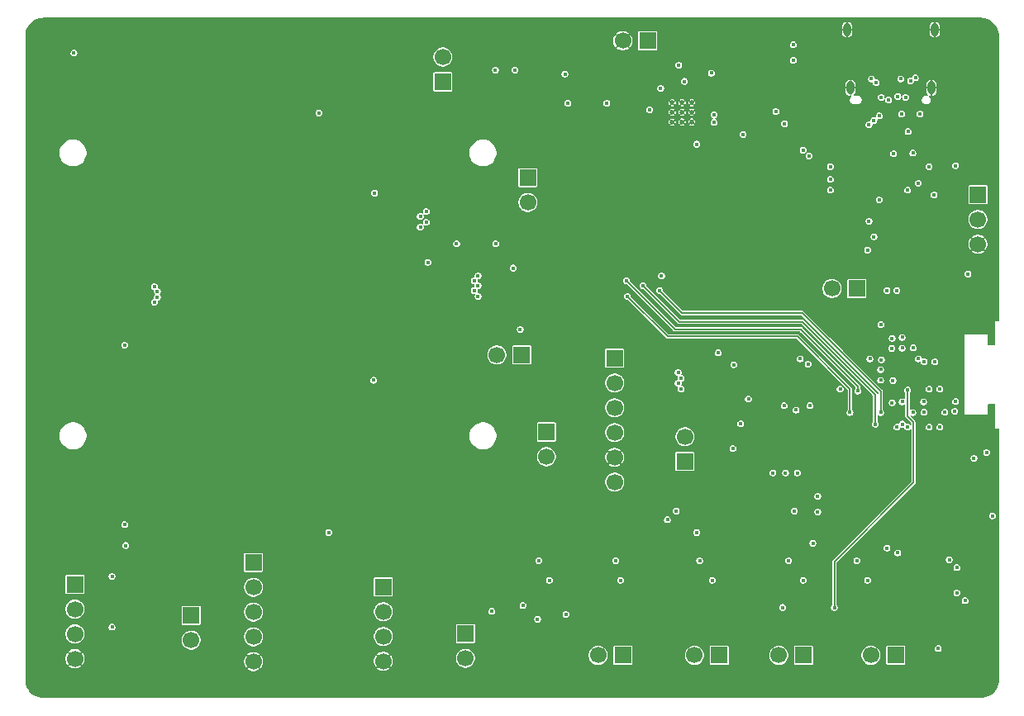
<source format=gbr>
%TF.GenerationSoftware,KiCad,Pcbnew,9.0.1+1*%
%TF.CreationDate,2025-09-19T07:31:43+00:00*%
%TF.ProjectId,ZSWatch-Watch-DevKit,5a535761-7463-4682-9d57-617463682d44,+ (Unreleased)*%
%TF.SameCoordinates,Original*%
%TF.FileFunction,Copper,L2,Inr*%
%TF.FilePolarity,Positive*%
%FSLAX46Y46*%
G04 Gerber Fmt 4.6, Leading zero omitted, Abs format (unit mm)*
G04 Created by KiCad (PCBNEW 9.0.1+1) date 2025-09-19 07:31:43*
%MOMM*%
%LPD*%
G01*
G04 APERTURE LIST*
%TA.AperFunction,ComponentPad*%
%ADD10R,1.700000X1.700000*%
%TD*%
%TA.AperFunction,ComponentPad*%
%ADD11C,1.700000*%
%TD*%
%TA.AperFunction,ComponentPad*%
%ADD12C,0.500000*%
%TD*%
%TA.AperFunction,HeatsinkPad*%
%ADD13O,0.800000X1.400000*%
%TD*%
%TA.AperFunction,ViaPad*%
%ADD14C,0.450000*%
%TD*%
%TA.AperFunction,Conductor*%
%ADD15C,0.200000*%
%TD*%
G04 APERTURE END LIST*
D10*
%TO.N,/Project Architecture/Power Management/VSYS*%
%TO.C,X508*%
X200900000Y-120700000D03*
D11*
%TO.N,Net-(IC505-VDD)*%
X200900000Y-118160000D03*
%TD*%
D12*
%TO.N,GND*%
%TO.C,IC401*%
X224387790Y-122830400D03*
X224387790Y-123830400D03*
X224387790Y-124830400D03*
X225387790Y-122830400D03*
X225387790Y-123830400D03*
X225387790Y-124830400D03*
X226387790Y-122830400D03*
X226387790Y-123830400D03*
X226387790Y-124830400D03*
%TD*%
D10*
%TO.N,/Project Architecture/Peripherals/VMIC*%
%TO.C,X503*%
X175100000Y-175400000D03*
D11*
%TO.N,Net-(MK501-VDD)*%
X175100000Y-177940000D03*
%TD*%
D10*
%TO.N,+3V0*%
%TO.C,X610*%
X211500000Y-156600000D03*
D11*
%TO.N,Net-(X608-LEDA1)*%
X211500000Y-159140000D03*
%TD*%
D10*
%TO.N,+1V8*%
%TO.C,X403*%
X163200000Y-172220000D03*
D11*
%TO.N,+3V0*%
X163200000Y-174760000D03*
%TO.N,/Project Architecture/Power Management/VSYS*%
X163200000Y-177300000D03*
%TO.N,GND*%
X163200000Y-179840000D03*
%TD*%
D10*
%TO.N,+1V8*%
%TO.C,X504*%
X194800000Y-172490000D03*
D11*
%TO.N,/Project Architecture/MCU/SDA*%
X194800000Y-175030000D03*
%TO.N,/Project Architecture/MCU/SCL*%
X194800000Y-177570000D03*
%TO.N,GND*%
X194800000Y-180110000D03*
%TD*%
D10*
%TO.N,+1V8*%
%TO.C,X606*%
X225700000Y-159640000D03*
D11*
%TO.N,Net-(IC603-VCC)*%
X225700000Y-157100000D03*
%TD*%
D10*
%TO.N,/Project Architecture/Peripherals/VBAT*%
%TO.C,X401*%
X221865000Y-116500000D03*
D11*
%TO.N,GND*%
X219325000Y-116500000D03*
%TD*%
D10*
%TO.N,+1V8*%
%TO.C,X501*%
X229200000Y-179500000D03*
D11*
%TO.N,Net-(IC501-VDD)*%
X226660000Y-179500000D03*
%TD*%
D10*
%TO.N,+1V8*%
%TO.C,X502*%
X181500000Y-169980000D03*
D11*
%TO.N,/Project Architecture/MCU/MCLK*%
X181500000Y-172520000D03*
%TO.N,/Project Architecture/MCU/WS*%
X181500000Y-175060000D03*
%TO.N,/Project Architecture/MCU/Data*%
X181500000Y-177600000D03*
%TO.N,GND*%
X181500000Y-180140000D03*
%TD*%
D10*
%TO.N,+1V8*%
%TO.C,X506*%
X237840000Y-179500000D03*
D11*
%TO.N,Net-(IC503-VDD)*%
X235300000Y-179500000D03*
%TD*%
D10*
%TO.N,+1V8*%
%TO.C,X607*%
X209600000Y-130525000D03*
D11*
%TO.N,Net-(X607-Pin_2)*%
X209600000Y-133065000D03*
%TD*%
D10*
%TO.N,+1V8*%
%TO.C,X505*%
X219340000Y-179500000D03*
D11*
%TO.N,Net-(IC502-VDD)*%
X216800000Y-179500000D03*
%TD*%
D10*
%TO.N,TxD*%
%TO.C,X604*%
X255700000Y-132270000D03*
D11*
%TO.N,RxD*%
X255700000Y-134810000D03*
%TO.N,GND*%
X255700000Y-137350000D03*
%TD*%
D10*
%TO.N,+1V8*%
%TO.C,X507*%
X247300000Y-179500000D03*
D11*
%TO.N,Net-(IC504-VDD)*%
X244760000Y-179500000D03*
%TD*%
D13*
%TO.N,GND*%
%TO.C,X603*%
X251290000Y-115360000D03*
X250930000Y-121310000D03*
X242670000Y-121310000D03*
X242310000Y-115360000D03*
%TD*%
D10*
%TO.N,+3V0*%
%TO.C,X609*%
X208975000Y-148700000D03*
D11*
%TO.N,Net-(X608-CTP-VDD)*%
X206435000Y-148700000D03*
%TD*%
D10*
%TO.N,/Project Architecture/Peripherals/VBAT*%
%TO.C,X510*%
X203200000Y-177260000D03*
D11*
%TO.N,Net-(IC507-V_{DD})*%
X203200000Y-179800000D03*
%TD*%
D10*
%TO.N,Net-(M601B-P0.22)*%
%TO.C,X605*%
X218500000Y-149050000D03*
D11*
%TO.N,Net-(M601B-P0.05{slash}AIN1)*%
X218500000Y-151590000D03*
%TO.N,Net-(M601B-P0.04{slash}AIN0)*%
X218500000Y-154130000D03*
%TO.N,Net-(M601C-P1.14)*%
X218500000Y-156670000D03*
%TO.N,GND*%
X218500000Y-159210000D03*
%TO.N,+1V8*%
X218500000Y-161750000D03*
%TD*%
D10*
%TO.N,+1V8*%
%TO.C,X602*%
X243300000Y-141900000D03*
D11*
%TO.N,Net-(M601A-VDDH)*%
X240760000Y-141900000D03*
%TD*%
D14*
%TO.N,GND*%
X224100000Y-119600000D03*
X202295000Y-134600000D03*
X219600000Y-173600000D03*
X225700000Y-128380000D03*
X168485000Y-175300000D03*
X165900000Y-173020000D03*
X252900000Y-171625000D03*
X168485000Y-171900000D03*
X230390620Y-122145000D03*
X170700000Y-173575000D03*
X251248404Y-124151596D03*
X232800000Y-154880000D03*
X206080000Y-176220000D03*
X242800000Y-175200000D03*
X163100000Y-163750000D03*
X236620000Y-175400000D03*
X171347500Y-140700000D03*
X252900000Y-176775000D03*
X211467520Y-174774531D03*
X243575000Y-145825000D03*
X240200000Y-173975000D03*
X248000000Y-149700000D03*
X222063600Y-122063400D03*
X244100000Y-155800000D03*
X220387200Y-126138400D03*
X254000003Y-151800000D03*
X249550000Y-122400000D03*
X243275000Y-134400000D03*
X251700000Y-171500000D03*
X246400000Y-173700000D03*
X246800000Y-126100000D03*
X207800000Y-120120000D03*
X172147500Y-144000000D03*
X210500000Y-146400000D03*
X220793600Y-120819400D03*
X231000000Y-172900000D03*
X230990620Y-122145000D03*
X162025000Y-121325000D03*
X253300000Y-161390000D03*
X244300000Y-122300000D03*
X230479410Y-126138400D03*
X209100000Y-122350000D03*
X188100000Y-163750000D03*
X205700000Y-145137500D03*
X240800000Y-118000000D03*
X221180000Y-174680000D03*
X234845000Y-173755000D03*
X226200000Y-119800000D03*
X246400000Y-174700000D03*
X219879410Y-126138400D03*
X199987500Y-136700000D03*
X221428600Y-120819400D03*
X204587500Y-136700000D03*
X208980000Y-144900000D03*
X256300000Y-146350003D03*
X216832500Y-175332500D03*
X256300000Y-155150003D03*
X205835000Y-174265000D03*
X201400000Y-145137500D03*
X252900000Y-175125000D03*
X256800000Y-178200000D03*
X237900000Y-162250000D03*
X225700000Y-174200000D03*
X233500000Y-157650000D03*
X251690000Y-175000000D03*
X187025000Y-123400000D03*
%TO.N,/Project Architecture/Peripherals/VBAT*%
X209100000Y-174400000D03*
X228400000Y-119800000D03*
X210600000Y-175800000D03*
X228677316Y-124869129D03*
%TO.N,DISPLAY-BLK*%
X208812500Y-146087500D03*
X246881356Y-148023305D03*
%TO.N,QSPI-CS*%
X248500002Y-156100000D03*
X234700000Y-160800000D03*
%TO.N,QSPI-IO1*%
X247974002Y-155800000D03*
X236000000Y-160800000D03*
%TO.N,QSPI-IO2*%
X247400000Y-156100000D03*
X237200000Y-160800000D03*
%TO.N,QSPI-IO0*%
X238500000Y-153900000D03*
X246913051Y-153593475D03*
%TO.N,QSPI-CLK*%
X249044952Y-154600003D03*
X237081000Y-154351000D03*
%TO.N,QSPI-IO3*%
X247944949Y-153499999D03*
X235860000Y-153900000D03*
%TO.N,TOUCH-INT*%
X225000000Y-151600000D03*
X245750000Y-151294951D03*
%TO.N,TOUCH-SCL*%
X225300000Y-151100000D03*
X247000000Y-151325003D03*
%TO.N,TOUCH-SDA*%
X245744949Y-150200001D03*
X225000000Y-150500000D03*
%TO.N,TOUCH-RST*%
X229100000Y-148500000D03*
X247944951Y-148000000D03*
%TO.N,DISPLAY-EN*%
X202295000Y-137300000D03*
X241600000Y-152200000D03*
X225300000Y-152200000D03*
X206300000Y-137300000D03*
%TO.N,RESETn*%
X244400000Y-137950000D03*
X253418644Y-153476695D03*
X254700000Y-140400000D03*
X257200000Y-165200000D03*
%TO.N,DISPLAY-CS*%
X204100000Y-141100000D03*
X219700000Y-141100000D03*
X243400000Y-152400000D03*
%TO.N,DISPLAY-CLK*%
X221400000Y-141600000D03*
X245200000Y-155800000D03*
X204500000Y-141600000D03*
%TO.N,+3V0*%
X224800000Y-164700000D03*
X208100000Y-139800000D03*
X236900000Y-164700000D03*
X199362500Y-139200000D03*
X254400000Y-173900000D03*
X213400000Y-119900000D03*
X193800000Y-151300000D03*
X213700000Y-122900000D03*
%TO.N,/Project Architecture/Power Management/VSYS*%
X228679410Y-124076400D03*
X225637790Y-120662210D03*
X222079410Y-123580400D03*
X231646620Y-126100000D03*
X235900000Y-125000000D03*
X252769644Y-169700000D03*
%TO.N,DISPLAY-DC*%
X219800000Y-142700000D03*
X242600000Y-154600000D03*
X204500000Y-142700000D03*
%TO.N,DISPLAY-RST*%
X223300000Y-140600000D03*
X204500000Y-140600000D03*
%TO.N,DISPLAY-DATA*%
X204100000Y-142100000D03*
X245744950Y-154600001D03*
X223100000Y-142100000D03*
%TO.N,/Project Architecture/MCU/PMIC-INT*%
X250700000Y-129400000D03*
X240600000Y-129400000D03*
%TO.N,/Project Architecture/MCU/USB-CC1*%
X236800000Y-116900000D03*
X236800000Y-118500000D03*
%TO.N,/Project Architecture/MCU/SW2*%
X226900000Y-166900000D03*
X250700000Y-156100000D03*
X189200000Y-166900000D03*
X226900000Y-127100000D03*
%TO.N,/Project Architecture/MCU/SDA*%
X236312500Y-169800000D03*
X251800000Y-152200000D03*
X243300000Y-169800000D03*
X227200000Y-169800000D03*
X238400000Y-128300000D03*
X218600000Y-169800000D03*
X210725000Y-169800000D03*
%TO.N,/Project Architecture/MCU/SCL*%
X244400000Y-171800000D03*
X211800000Y-171800000D03*
X237812500Y-171800000D03*
X250700000Y-152200000D03*
X228500000Y-171800000D03*
X219100000Y-171800000D03*
X237800000Y-127700000D03*
%TO.N,/Project Architecture/MCU/~{RTC-INT}*%
X205900000Y-175000000D03*
X213500000Y-175300000D03*
%TO.N,SWDCLK*%
X256600000Y-158700000D03*
X253325000Y-154475000D03*
%TO.N,SWDIO*%
X252318644Y-154576695D03*
X255300000Y-159300000D03*
%TO.N,/Project Architecture/MCU/BMI270-INT*%
X239300000Y-163200000D03*
X239300000Y-164800000D03*
%TO.N,/Project Architecture/MCU/LIS2MDL-INT*%
X248500000Y-152300000D03*
X235700000Y-174600000D03*
X241000000Y-174600000D03*
%TO.N,/Project Architecture/MCU/VIB-PWM*%
X240600000Y-130700000D03*
X249600000Y-131100000D03*
%TO.N,USB-D-*%
X247400000Y-142100000D03*
X246400000Y-142100000D03*
%TO.N,/Project Architecture/MCU/VIB-EN*%
X240600000Y-131800000D03*
X248500000Y-131800000D03*
%TO.N,TxD*%
X251226000Y-132300000D03*
%TO.N,/Project Architecture/MCU/D-*%
X247500000Y-122200000D03*
X246550000Y-122565184D03*
%TO.N,/Project Architecture/MCU/USB-VBUS-In*%
X251650000Y-178800000D03*
X248300000Y-122300000D03*
X235000000Y-123749000D03*
X253550000Y-173100000D03*
X253550000Y-170500000D03*
X245800000Y-122300000D03*
X247073544Y-128069451D03*
%TO.N,RxD*%
X253412500Y-129300000D03*
%TO.N,/Project Architecture/MCU/SW1*%
X188200000Y-123900000D03*
X223900000Y-165600000D03*
X250150000Y-153505049D03*
%TO.N,/Project Architecture/MCU/Data*%
X247500000Y-169000000D03*
X251300000Y-149400000D03*
%TO.N,/Project Architecture/MCU/SW4*%
X168300000Y-166100000D03*
X250181356Y-154576695D03*
X168300000Y-147700000D03*
X163100000Y-117750000D03*
%TO.N,/Project Architecture/MCU/SW3*%
X251800000Y-156100000D03*
X168400000Y-168250000D03*
%TO.N,/Project Architecture/MCU/MIC-CLK*%
X238300000Y-149650000D03*
X245813051Y-149193475D03*
%TO.N,/Project Architecture/MCU/WS*%
X246400000Y-168500000D03*
X250200000Y-149400000D03*
%TO.N,/Project Architecture/MCU/MIC-DATA*%
X244644950Y-149100001D03*
X167000000Y-176600000D03*
X167000000Y-171400000D03*
X237500000Y-149100000D03*
%TO.N,/Project Architecture/MCU/MCLK*%
X238800000Y-168000000D03*
X249600000Y-149100000D03*
%TO.N,Net-(IC604-B1)*%
X171347500Y-143300000D03*
X198587500Y-135600000D03*
%TO.N,Net-(IC604-B3)*%
X171647500Y-142200000D03*
X198587500Y-134500000D03*
%TO.N,Net-(IC604-B2)*%
X171647500Y-142800000D03*
X199187500Y-135100000D03*
%TO.N,Net-(IC604-B4)*%
X171347500Y-141700000D03*
X199187500Y-134000000D03*
%TO.N,Net-(M601C-P1.14)*%
X249081356Y-147976695D03*
X230600000Y-158300000D03*
%TO.N,Net-(M601B-P0.05{slash}AIN1)*%
X247944950Y-146900001D03*
X232200000Y-153220000D03*
%TO.N,Net-(M601B-P0.04{slash}AIN0)*%
X246913051Y-146993475D03*
X231400000Y-155760000D03*
%TO.N,Net-(M601B-P0.22)*%
X245774000Y-145600000D03*
X230700000Y-149700000D03*
%TO.N,Net-(X603-CC1)*%
X247893537Y-124000000D03*
X249779998Y-124000000D03*
%TO.N,Net-(X603-RX1-)*%
X245050000Y-124650000D03*
X248800000Y-120600000D03*
X245050000Y-136575000D03*
%TO.N,Net-(X603-RX1+)*%
X249300000Y-120300000D03*
X244550000Y-135000000D03*
X244550000Y-125100000D03*
%TO.N,Net-(X603-TX1+)*%
X249050000Y-128000000D03*
X244800000Y-120400000D03*
%TO.N,Net-(X603-TX1-)*%
X248550000Y-125800000D03*
X245300000Y-120800000D03*
%TO.N,Net-(X603-SBU1)*%
X245600000Y-132800000D03*
X247800000Y-120400000D03*
X245600000Y-124200000D03*
%TO.N,Net-(X608-CTP-VDD)*%
X193900000Y-132100000D03*
%TO.N,Net-(IC505-VDD)*%
X206275000Y-119500000D03*
X208280000Y-119500000D03*
%TO.N,Net-(IC401-VOUT2)*%
X223206600Y-121380400D03*
X217697000Y-122900000D03*
%TO.N,/Project Architecture/Peripherals/VMIC*%
X225060000Y-119000000D03*
%TD*%
D15*
%TO.N,DISPLAY-CS*%
X243400000Y-151900000D02*
X243400000Y-152400000D01*
X237574000Y-146074000D02*
X243400000Y-151900000D01*
X219700000Y-141100000D02*
X224674000Y-146074000D01*
X224674000Y-146074000D02*
X237574000Y-146074000D01*
%TO.N,DISPLAY-CLK*%
X221400000Y-141600000D02*
X225100000Y-145300000D01*
X237700000Y-145300000D02*
X245200000Y-152800000D01*
X245200000Y-152800000D02*
X245200000Y-155800000D01*
X225100000Y-145300000D02*
X237700000Y-145300000D01*
%TO.N,DISPLAY-DC*%
X223900000Y-146800000D02*
X237200000Y-146800000D01*
X219800000Y-142700000D02*
X223900000Y-146800000D01*
X242600000Y-152200000D02*
X242600000Y-154600000D01*
X237200000Y-146800000D02*
X242600000Y-152200000D01*
%TO.N,DISPLAY-DATA*%
X237700000Y-144400000D02*
X245744950Y-152444950D01*
X223100000Y-142100000D02*
X225400000Y-144400000D01*
X225400000Y-144400000D02*
X237700000Y-144400000D01*
X245744950Y-152444950D02*
X245744950Y-154600001D01*
%TO.N,/Project Architecture/MCU/LIS2MDL-INT*%
X249100000Y-155600000D02*
X249100000Y-161800000D01*
X249100000Y-161800000D02*
X241000000Y-169900000D01*
X241000000Y-169900000D02*
X241000000Y-174600000D01*
X248500000Y-152300000D02*
X248500000Y-155000000D01*
X248500000Y-155000000D02*
X249100000Y-155600000D01*
%TD*%
%TA.AperFunction,Conductor*%
%TO.N,GND*%
G36*
X256002013Y-114125631D02*
G01*
X256240652Y-114141273D01*
X256248619Y-114142322D01*
X256481201Y-114188585D01*
X256488970Y-114190666D01*
X256713523Y-114266892D01*
X256720949Y-114269967D01*
X256933647Y-114374858D01*
X256940596Y-114378871D01*
X257137771Y-114510619D01*
X257144153Y-114515516D01*
X257322441Y-114671870D01*
X257328129Y-114677558D01*
X257484483Y-114855846D01*
X257489380Y-114862228D01*
X257588300Y-115010272D01*
X257621123Y-115059394D01*
X257625146Y-115066361D01*
X257730030Y-115279047D01*
X257733108Y-115286479D01*
X257809332Y-115511028D01*
X257811414Y-115518799D01*
X257857676Y-115751375D01*
X257858726Y-115759350D01*
X257874368Y-115997985D01*
X257874500Y-116002008D01*
X257874500Y-145188505D01*
X257856487Y-145231992D01*
X257813000Y-145250005D01*
X257499998Y-145250005D01*
X257499998Y-147688505D01*
X257481985Y-147731992D01*
X257438498Y-147750005D01*
X256761498Y-147750005D01*
X256718011Y-147731992D01*
X256699998Y-147688505D01*
X256699998Y-146650005D01*
X254299998Y-146650005D01*
X254299998Y-154850005D01*
X256699998Y-154850005D01*
X256699998Y-153811505D01*
X256718011Y-153768018D01*
X256761498Y-153750005D01*
X257438498Y-153750005D01*
X257481985Y-153768018D01*
X257499998Y-153811505D01*
X257499998Y-156250005D01*
X257813000Y-156250005D01*
X257856487Y-156268018D01*
X257874500Y-156311505D01*
X257874500Y-181997991D01*
X257874368Y-182002014D01*
X257858726Y-182240649D01*
X257857676Y-182248624D01*
X257811414Y-182481200D01*
X257809332Y-182488971D01*
X257733108Y-182713520D01*
X257730030Y-182720952D01*
X257625146Y-182933638D01*
X257621123Y-182940605D01*
X257489380Y-183137771D01*
X257484483Y-183144153D01*
X257328129Y-183322441D01*
X257322441Y-183328129D01*
X257144153Y-183484483D01*
X257137771Y-183489380D01*
X256940605Y-183621123D01*
X256933638Y-183625146D01*
X256720952Y-183730030D01*
X256713520Y-183733108D01*
X256488971Y-183809332D01*
X256481200Y-183811414D01*
X256248624Y-183857676D01*
X256240649Y-183858726D01*
X256027210Y-183872716D01*
X256002012Y-183874368D01*
X255997992Y-183874500D01*
X160002008Y-183874500D01*
X159997987Y-183874368D01*
X159970170Y-183872544D01*
X159759350Y-183858726D01*
X159751375Y-183857676D01*
X159518799Y-183811414D01*
X159511028Y-183809332D01*
X159286479Y-183733108D01*
X159279047Y-183730030D01*
X159169990Y-183676249D01*
X159066357Y-183625144D01*
X159059398Y-183621125D01*
X158862228Y-183489380D01*
X158855846Y-183484483D01*
X158677558Y-183328129D01*
X158671870Y-183322441D01*
X158515516Y-183144153D01*
X158510619Y-183137771D01*
X158378871Y-182940596D01*
X158374858Y-182933647D01*
X158269967Y-182720949D01*
X158266891Y-182713520D01*
X158190667Y-182488971D01*
X158188585Y-182481200D01*
X158142323Y-182248624D01*
X158141273Y-182240648D01*
X158125632Y-182002013D01*
X158125500Y-181997991D01*
X158125500Y-179743967D01*
X162225000Y-179743967D01*
X162225000Y-179936032D01*
X162262466Y-180124391D01*
X162262471Y-180124407D01*
X162335963Y-180301829D01*
X162335971Y-180301845D01*
X162442662Y-180461520D01*
X162442667Y-180461526D01*
X162466376Y-180485235D01*
X162802252Y-180149358D01*
X162890640Y-180237746D01*
X162554764Y-180573623D01*
X162578473Y-180597332D01*
X162578479Y-180597337D01*
X162738154Y-180704028D01*
X162738170Y-180704036D01*
X162915592Y-180777528D01*
X162915608Y-180777533D01*
X163103967Y-180814999D01*
X163103968Y-180815000D01*
X163296032Y-180815000D01*
X163296032Y-180814999D01*
X163432622Y-180787831D01*
X163484391Y-180777533D01*
X163484407Y-180777528D01*
X163661829Y-180704036D01*
X163661845Y-180704028D01*
X163821520Y-180597337D01*
X163821525Y-180597333D01*
X163845234Y-180573622D01*
X163509359Y-180237747D01*
X163597747Y-180149359D01*
X163933622Y-180485234D01*
X163957333Y-180461525D01*
X163957337Y-180461520D01*
X164064028Y-180301845D01*
X164064036Y-180301829D01*
X164137528Y-180124407D01*
X164137533Y-180124391D01*
X164153530Y-180043967D01*
X180525000Y-180043967D01*
X180525000Y-180236032D01*
X180562466Y-180424391D01*
X180562471Y-180424407D01*
X180635963Y-180601829D01*
X180635971Y-180601845D01*
X180742662Y-180761520D01*
X180742667Y-180761526D01*
X180766376Y-180785235D01*
X181102252Y-180449358D01*
X181190640Y-180537746D01*
X180854764Y-180873623D01*
X180878473Y-180897332D01*
X180878479Y-180897337D01*
X181038154Y-181004028D01*
X181038170Y-181004036D01*
X181215592Y-181077528D01*
X181215608Y-181077533D01*
X181403967Y-181114999D01*
X181403968Y-181115000D01*
X181596032Y-181115000D01*
X181596032Y-181114999D01*
X181784391Y-181077533D01*
X181784407Y-181077528D01*
X181961829Y-181004036D01*
X181961845Y-181004028D01*
X182121520Y-180897337D01*
X182121525Y-180897333D01*
X182145234Y-180873622D01*
X181809359Y-180537747D01*
X181897747Y-180449359D01*
X182233622Y-180785234D01*
X182244197Y-180774661D01*
X182257333Y-180761525D01*
X182257337Y-180761520D01*
X182364028Y-180601845D01*
X182364036Y-180601829D01*
X182437528Y-180424407D01*
X182437533Y-180424391D01*
X182474999Y-180236032D01*
X182475000Y-180236032D01*
X182475000Y-180043968D01*
X182474999Y-180043967D01*
X182470819Y-180022948D01*
X182469033Y-180013967D01*
X193825000Y-180013967D01*
X193825000Y-180206032D01*
X193862466Y-180394391D01*
X193862471Y-180394407D01*
X193935963Y-180571829D01*
X193935971Y-180571845D01*
X194042662Y-180731520D01*
X194042667Y-180731526D01*
X194066376Y-180755235D01*
X194402252Y-180419358D01*
X194490640Y-180507746D01*
X194154764Y-180843623D01*
X194178473Y-180867332D01*
X194178479Y-180867337D01*
X194338154Y-180974028D01*
X194338170Y-180974036D01*
X194515592Y-181047528D01*
X194515608Y-181047533D01*
X194703967Y-181084999D01*
X194703968Y-181085000D01*
X194896032Y-181085000D01*
X194896032Y-181084999D01*
X195084391Y-181047533D01*
X195084407Y-181047528D01*
X195261829Y-180974036D01*
X195261845Y-180974028D01*
X195421520Y-180867337D01*
X195421525Y-180867333D01*
X195445234Y-180843622D01*
X195109359Y-180507747D01*
X195197747Y-180419359D01*
X195533622Y-180755234D01*
X195557333Y-180731525D01*
X195557337Y-180731520D01*
X195664028Y-180571845D01*
X195664036Y-180571829D01*
X195737528Y-180394407D01*
X195737533Y-180394391D01*
X195774999Y-180206032D01*
X195775000Y-180206032D01*
X195775000Y-180013968D01*
X195774999Y-180013967D01*
X195737533Y-179825608D01*
X195737529Y-179825596D01*
X195695627Y-179724437D01*
X195695626Y-179724436D01*
X195687127Y-179703918D01*
X202224500Y-179703918D01*
X202224500Y-179896081D01*
X202261986Y-180084537D01*
X202261988Y-180084544D01*
X202278500Y-180124407D01*
X202335523Y-180262073D01*
X202335525Y-180262076D01*
X202335526Y-180262078D01*
X202442277Y-180421842D01*
X202578157Y-180557722D01*
X202701295Y-180640000D01*
X202737927Y-180664477D01*
X202915457Y-180738012D01*
X203103918Y-180775499D01*
X203103919Y-180775500D01*
X203103922Y-180775500D01*
X203296081Y-180775500D01*
X203296081Y-180775499D01*
X203484543Y-180738012D01*
X203662073Y-180664477D01*
X203821845Y-180557720D01*
X203957720Y-180421845D01*
X204064477Y-180262073D01*
X204138012Y-180084543D01*
X204175499Y-179896081D01*
X204175500Y-179896081D01*
X204175500Y-179703919D01*
X204175499Y-179703918D01*
X204170377Y-179678170D01*
X204138012Y-179515457D01*
X204100310Y-179424435D01*
X204100310Y-179424433D01*
X204091812Y-179403918D01*
X215824500Y-179403918D01*
X215824500Y-179596081D01*
X215861986Y-179784537D01*
X215861988Y-179784544D01*
X215882057Y-179832993D01*
X215935523Y-179962073D01*
X215935525Y-179962076D01*
X215935526Y-179962078D01*
X216042277Y-180121842D01*
X216178157Y-180257722D01*
X216244168Y-180301829D01*
X216337927Y-180364477D01*
X216515457Y-180438012D01*
X216703918Y-180475499D01*
X216703919Y-180475500D01*
X216703922Y-180475500D01*
X216896081Y-180475500D01*
X216896081Y-180475499D01*
X217084543Y-180438012D01*
X217262073Y-180364477D01*
X217421845Y-180257720D01*
X217557720Y-180121845D01*
X217664477Y-179962073D01*
X217738012Y-179784543D01*
X217775499Y-179596081D01*
X217775500Y-179596081D01*
X217775500Y-179403919D01*
X217775499Y-179403918D01*
X217771272Y-179382669D01*
X217738012Y-179215457D01*
X217664477Y-179037927D01*
X217623074Y-178975963D01*
X217557722Y-178878157D01*
X217421842Y-178742277D01*
X217337245Y-178685751D01*
X217265231Y-178637633D01*
X218364500Y-178637633D01*
X218364500Y-180362360D01*
X218371781Y-180398969D01*
X218371782Y-180398970D01*
X218399519Y-180440481D01*
X218441032Y-180468219D01*
X218477637Y-180475500D01*
X220202362Y-180475499D01*
X220238968Y-180468219D01*
X220280481Y-180440481D01*
X220308219Y-180398968D01*
X220315500Y-180362363D01*
X220315499Y-179403918D01*
X225684500Y-179403918D01*
X225684500Y-179596081D01*
X225721986Y-179784537D01*
X225721988Y-179784544D01*
X225742057Y-179832993D01*
X225795523Y-179962073D01*
X225795525Y-179962076D01*
X225795526Y-179962078D01*
X225902277Y-180121842D01*
X226038157Y-180257722D01*
X226104168Y-180301829D01*
X226197927Y-180364477D01*
X226375457Y-180438012D01*
X226563918Y-180475499D01*
X226563919Y-180475500D01*
X226563922Y-180475500D01*
X226756081Y-180475500D01*
X226756081Y-180475499D01*
X226944543Y-180438012D01*
X227122073Y-180364477D01*
X227281845Y-180257720D01*
X227417720Y-180121845D01*
X227524477Y-179962073D01*
X227598012Y-179784543D01*
X227635499Y-179596081D01*
X227635500Y-179596081D01*
X227635500Y-179403919D01*
X227635499Y-179403918D01*
X227631272Y-179382669D01*
X227598012Y-179215457D01*
X227524477Y-179037927D01*
X227483074Y-178975963D01*
X227417722Y-178878157D01*
X227281842Y-178742277D01*
X227197245Y-178685751D01*
X227125231Y-178637633D01*
X228224500Y-178637633D01*
X228224500Y-180362360D01*
X228231781Y-180398969D01*
X228231782Y-180398970D01*
X228259519Y-180440481D01*
X228301032Y-180468219D01*
X228337637Y-180475500D01*
X230062362Y-180475499D01*
X230098968Y-180468219D01*
X230140481Y-180440481D01*
X230168219Y-180398968D01*
X230175500Y-180362363D01*
X230175499Y-179403918D01*
X234324500Y-179403918D01*
X234324500Y-179596081D01*
X234361986Y-179784537D01*
X234361988Y-179784544D01*
X234382057Y-179832993D01*
X234435523Y-179962073D01*
X234435525Y-179962076D01*
X234435526Y-179962078D01*
X234542277Y-180121842D01*
X234678157Y-180257722D01*
X234744168Y-180301829D01*
X234837927Y-180364477D01*
X235015457Y-180438012D01*
X235203918Y-180475499D01*
X235203919Y-180475500D01*
X235203922Y-180475500D01*
X235396081Y-180475500D01*
X235396081Y-180475499D01*
X235584543Y-180438012D01*
X235762073Y-180364477D01*
X235921845Y-180257720D01*
X236057720Y-180121845D01*
X236164477Y-179962073D01*
X236238012Y-179784543D01*
X236275499Y-179596081D01*
X236275500Y-179596081D01*
X236275500Y-179403919D01*
X236275499Y-179403918D01*
X236271272Y-179382669D01*
X236238012Y-179215457D01*
X236164477Y-179037927D01*
X236123074Y-178975963D01*
X236057722Y-178878157D01*
X235921842Y-178742277D01*
X235837245Y-178685751D01*
X235765231Y-178637633D01*
X236864500Y-178637633D01*
X236864500Y-180362360D01*
X236871781Y-180398969D01*
X236871782Y-180398970D01*
X236899519Y-180440481D01*
X236941032Y-180468219D01*
X236977637Y-180475500D01*
X238702362Y-180475499D01*
X238738968Y-180468219D01*
X238780481Y-180440481D01*
X238808219Y-180398968D01*
X238815500Y-180362363D01*
X238815499Y-179403918D01*
X243784500Y-179403918D01*
X243784500Y-179596081D01*
X243821986Y-179784537D01*
X243821988Y-179784544D01*
X243842057Y-179832993D01*
X243895523Y-179962073D01*
X243895525Y-179962076D01*
X243895526Y-179962078D01*
X244002277Y-180121842D01*
X244138157Y-180257722D01*
X244204168Y-180301829D01*
X244297927Y-180364477D01*
X244475457Y-180438012D01*
X244663918Y-180475499D01*
X244663919Y-180475500D01*
X244663922Y-180475500D01*
X244856081Y-180475500D01*
X244856081Y-180475499D01*
X245044543Y-180438012D01*
X245222073Y-180364477D01*
X245381845Y-180257720D01*
X245517720Y-180121845D01*
X245624477Y-179962073D01*
X245698012Y-179784543D01*
X245735499Y-179596081D01*
X245735500Y-179596081D01*
X245735500Y-179403919D01*
X245735499Y-179403918D01*
X245731272Y-179382669D01*
X245698012Y-179215457D01*
X245624477Y-179037927D01*
X245583074Y-178975963D01*
X245517722Y-178878157D01*
X245381842Y-178742277D01*
X245297245Y-178685751D01*
X245225231Y-178637633D01*
X246324500Y-178637633D01*
X246324500Y-180362360D01*
X246331781Y-180398969D01*
X246331782Y-180398970D01*
X246359519Y-180440481D01*
X246401032Y-180468219D01*
X246437637Y-180475500D01*
X248162362Y-180475499D01*
X248198968Y-180468219D01*
X248240481Y-180440481D01*
X248268219Y-180398968D01*
X248275500Y-180362363D01*
X248275499Y-178753853D01*
X251299500Y-178753853D01*
X251299500Y-178846146D01*
X251323384Y-178935283D01*
X251323388Y-178935293D01*
X251369526Y-179015205D01*
X251369529Y-179015209D01*
X251369531Y-179015212D01*
X251434788Y-179080469D01*
X251434791Y-179080471D01*
X251434794Y-179080473D01*
X251514706Y-179126611D01*
X251514708Y-179126612D01*
X251514712Y-179126614D01*
X251514716Y-179126615D01*
X251603854Y-179150500D01*
X251603856Y-179150500D01*
X251696145Y-179150500D01*
X251735448Y-179139968D01*
X251785288Y-179126614D01*
X251865212Y-179080469D01*
X251930469Y-179015212D01*
X251976614Y-178935288D01*
X251991961Y-178878012D01*
X252000500Y-178846146D01*
X252000500Y-178753853D01*
X251976615Y-178664716D01*
X251976614Y-178664712D01*
X251976611Y-178664706D01*
X251930473Y-178584794D01*
X251930471Y-178584791D01*
X251930469Y-178584788D01*
X251865212Y-178519531D01*
X251865209Y-178519529D01*
X251865205Y-178519526D01*
X251785293Y-178473388D01*
X251785283Y-178473384D01*
X251696146Y-178449500D01*
X251696144Y-178449500D01*
X251603856Y-178449500D01*
X251603854Y-178449500D01*
X251514716Y-178473384D01*
X251514706Y-178473388D01*
X251434794Y-178519526D01*
X251434784Y-178519534D01*
X251369534Y-178584784D01*
X251369526Y-178584794D01*
X251323388Y-178664706D01*
X251323384Y-178664716D01*
X251299500Y-178753853D01*
X248275499Y-178753853D01*
X248275499Y-178637638D01*
X248268219Y-178601032D01*
X248240481Y-178559519D01*
X248208295Y-178538013D01*
X248198967Y-178531780D01*
X248162366Y-178524500D01*
X246437639Y-178524500D01*
X246401030Y-178531781D01*
X246401029Y-178531782D01*
X246359519Y-178559519D01*
X246331780Y-178601032D01*
X246324500Y-178637633D01*
X245225231Y-178637633D01*
X245222078Y-178635526D01*
X245222076Y-178635525D01*
X245222073Y-178635523D01*
X245077162Y-178575499D01*
X245044544Y-178561988D01*
X245044537Y-178561986D01*
X244856081Y-178524500D01*
X244856078Y-178524500D01*
X244663922Y-178524500D01*
X244663919Y-178524500D01*
X244475462Y-178561986D01*
X244475455Y-178561988D01*
X244381203Y-178601029D01*
X244297927Y-178635523D01*
X244297924Y-178635524D01*
X244297921Y-178635526D01*
X244138157Y-178742277D01*
X244002277Y-178878157D01*
X243895526Y-179037921D01*
X243895524Y-179037924D01*
X243895523Y-179037927D01*
X243867344Y-179105956D01*
X243821988Y-179215455D01*
X243821986Y-179215462D01*
X243784500Y-179403918D01*
X238815499Y-179403918D01*
X238815499Y-178637638D01*
X238808219Y-178601032D01*
X238780481Y-178559519D01*
X238748295Y-178538013D01*
X238738967Y-178531780D01*
X238702366Y-178524500D01*
X236977639Y-178524500D01*
X236941030Y-178531781D01*
X236941029Y-178531782D01*
X236899519Y-178559519D01*
X236871780Y-178601032D01*
X236864500Y-178637633D01*
X235765231Y-178637633D01*
X235762078Y-178635526D01*
X235762076Y-178635525D01*
X235762073Y-178635523D01*
X235617162Y-178575499D01*
X235584544Y-178561988D01*
X235584537Y-178561986D01*
X235396081Y-178524500D01*
X235396078Y-178524500D01*
X235203922Y-178524500D01*
X235203919Y-178524500D01*
X235015462Y-178561986D01*
X235015455Y-178561988D01*
X234921203Y-178601029D01*
X234837927Y-178635523D01*
X234837924Y-178635524D01*
X234837921Y-178635526D01*
X234678157Y-178742277D01*
X234542277Y-178878157D01*
X234435526Y-179037921D01*
X234435524Y-179037924D01*
X234435523Y-179037927D01*
X234407344Y-179105956D01*
X234361988Y-179215455D01*
X234361986Y-179215462D01*
X234324500Y-179403918D01*
X230175499Y-179403918D01*
X230175499Y-178637638D01*
X230168219Y-178601032D01*
X230140481Y-178559519D01*
X230108295Y-178538013D01*
X230098967Y-178531780D01*
X230062366Y-178524500D01*
X228337639Y-178524500D01*
X228301030Y-178531781D01*
X228301029Y-178531782D01*
X228259519Y-178559519D01*
X228231780Y-178601032D01*
X228224500Y-178637633D01*
X227125231Y-178637633D01*
X227122078Y-178635526D01*
X227122076Y-178635525D01*
X227122073Y-178635523D01*
X226977162Y-178575499D01*
X226944544Y-178561988D01*
X226944537Y-178561986D01*
X226756081Y-178524500D01*
X226756078Y-178524500D01*
X226563922Y-178524500D01*
X226563919Y-178524500D01*
X226375462Y-178561986D01*
X226375455Y-178561988D01*
X226281203Y-178601029D01*
X226197927Y-178635523D01*
X226197924Y-178635524D01*
X226197921Y-178635526D01*
X226038157Y-178742277D01*
X225902277Y-178878157D01*
X225795526Y-179037921D01*
X225795524Y-179037924D01*
X225795523Y-179037927D01*
X225767344Y-179105956D01*
X225721988Y-179215455D01*
X225721986Y-179215462D01*
X225684500Y-179403918D01*
X220315499Y-179403918D01*
X220315499Y-178637638D01*
X220308219Y-178601032D01*
X220280481Y-178559519D01*
X220248295Y-178538013D01*
X220238967Y-178531780D01*
X220202366Y-178524500D01*
X218477639Y-178524500D01*
X218441030Y-178531781D01*
X218441029Y-178531782D01*
X218399519Y-178559519D01*
X218371780Y-178601032D01*
X218364500Y-178637633D01*
X217265231Y-178637633D01*
X217262078Y-178635526D01*
X217262076Y-178635525D01*
X217262073Y-178635523D01*
X217117162Y-178575499D01*
X217084544Y-178561988D01*
X217084537Y-178561986D01*
X216896081Y-178524500D01*
X216896078Y-178524500D01*
X216703922Y-178524500D01*
X216703919Y-178524500D01*
X216515462Y-178561986D01*
X216515455Y-178561988D01*
X216421203Y-178601029D01*
X216337927Y-178635523D01*
X216337924Y-178635524D01*
X216337921Y-178635526D01*
X216178157Y-178742277D01*
X216042277Y-178878157D01*
X215935526Y-179037921D01*
X215935524Y-179037924D01*
X215935523Y-179037927D01*
X215907344Y-179105956D01*
X215861988Y-179215455D01*
X215861986Y-179215462D01*
X215824500Y-179403918D01*
X204091812Y-179403918D01*
X204064476Y-179337925D01*
X203957722Y-179178157D01*
X203821842Y-179042277D01*
X203662078Y-178935526D01*
X203662076Y-178935525D01*
X203662073Y-178935523D01*
X203523226Y-178878011D01*
X203484544Y-178861988D01*
X203484537Y-178861986D01*
X203296081Y-178824500D01*
X203296078Y-178824500D01*
X203103922Y-178824500D01*
X203103919Y-178824500D01*
X202915462Y-178861986D01*
X202915455Y-178861988D01*
X202817734Y-178902466D01*
X202737927Y-178935523D01*
X202737924Y-178935524D01*
X202737921Y-178935526D01*
X202578157Y-179042277D01*
X202442277Y-179178157D01*
X202335526Y-179337921D01*
X202335524Y-179337924D01*
X202335523Y-179337927D01*
X202308189Y-179403918D01*
X202261988Y-179515455D01*
X202261986Y-179515462D01*
X202224500Y-179703918D01*
X195687127Y-179703918D01*
X195664032Y-179648161D01*
X195664028Y-179648154D01*
X195557337Y-179488479D01*
X195557332Y-179488473D01*
X195533623Y-179464764D01*
X195197746Y-179800640D01*
X195109358Y-179712252D01*
X195445235Y-179376376D01*
X195421526Y-179352667D01*
X195421520Y-179352662D01*
X195261845Y-179245971D01*
X195261829Y-179245963D01*
X195084407Y-179172471D01*
X195084391Y-179172466D01*
X194896032Y-179135000D01*
X194703968Y-179135000D01*
X194515608Y-179172466D01*
X194515592Y-179172471D01*
X194338170Y-179245963D01*
X194338160Y-179245968D01*
X194178473Y-179352667D01*
X194178470Y-179352669D01*
X194154764Y-179376375D01*
X194154764Y-179376376D01*
X194490641Y-179712253D01*
X194402253Y-179800641D01*
X194066376Y-179464764D01*
X194042669Y-179488470D01*
X194042667Y-179488473D01*
X193935968Y-179648160D01*
X193935963Y-179648170D01*
X193862471Y-179825592D01*
X193862466Y-179825608D01*
X193825000Y-180013967D01*
X182469033Y-180013967D01*
X182437533Y-179855608D01*
X182437528Y-179855592D01*
X182364036Y-179678170D01*
X182364028Y-179678154D01*
X182257337Y-179518479D01*
X182257332Y-179518473D01*
X182233623Y-179494764D01*
X181897746Y-179830640D01*
X181809358Y-179742252D01*
X182145235Y-179406376D01*
X182121526Y-179382667D01*
X182121520Y-179382662D01*
X181961845Y-179275971D01*
X181961829Y-179275963D01*
X181784407Y-179202471D01*
X181784391Y-179202466D01*
X181596032Y-179165000D01*
X181403968Y-179165000D01*
X181215608Y-179202466D01*
X181215592Y-179202471D01*
X181038170Y-179275963D01*
X181038160Y-179275968D01*
X180878473Y-179382667D01*
X180878470Y-179382669D01*
X180854764Y-179406375D01*
X180854764Y-179406376D01*
X181190641Y-179742253D01*
X181102253Y-179830641D01*
X180766376Y-179494764D01*
X180742669Y-179518470D01*
X180742667Y-179518473D01*
X180635968Y-179678160D01*
X180635963Y-179678170D01*
X180562471Y-179855592D01*
X180562466Y-179855608D01*
X180525000Y-180043967D01*
X164153530Y-180043967D01*
X164156517Y-180028952D01*
X164174999Y-179936032D01*
X164175000Y-179936032D01*
X164175000Y-179743968D01*
X164174999Y-179743967D01*
X164137533Y-179555608D01*
X164137529Y-179555596D01*
X164074916Y-179404437D01*
X164074915Y-179404436D01*
X164064032Y-179378161D01*
X164064028Y-179378154D01*
X163957337Y-179218479D01*
X163957332Y-179218473D01*
X163933623Y-179194764D01*
X163597746Y-179530640D01*
X163509358Y-179442252D01*
X163845235Y-179106376D01*
X163821526Y-179082667D01*
X163821520Y-179082662D01*
X163661845Y-178975971D01*
X163661829Y-178975963D01*
X163484407Y-178902471D01*
X163484391Y-178902466D01*
X163296032Y-178865000D01*
X163103968Y-178865000D01*
X162915608Y-178902466D01*
X162915592Y-178902471D01*
X162738170Y-178975963D01*
X162738160Y-178975968D01*
X162578473Y-179082667D01*
X162578470Y-179082669D01*
X162554764Y-179106375D01*
X162554764Y-179106376D01*
X162890641Y-179442253D01*
X162802253Y-179530641D01*
X162466376Y-179194764D01*
X162442669Y-179218470D01*
X162442667Y-179218473D01*
X162335968Y-179378160D01*
X162335963Y-179378170D01*
X162262471Y-179555592D01*
X162262466Y-179555608D01*
X162225000Y-179743967D01*
X158125500Y-179743967D01*
X158125500Y-177203918D01*
X162224500Y-177203918D01*
X162224500Y-177396081D01*
X162261986Y-177584537D01*
X162261988Y-177584543D01*
X162335523Y-177762073D01*
X162335525Y-177762076D01*
X162335526Y-177762078D01*
X162442277Y-177921842D01*
X162578157Y-178057722D01*
X162729681Y-178158967D01*
X162737927Y-178164477D01*
X162915457Y-178238012D01*
X163103918Y-178275499D01*
X163103919Y-178275500D01*
X163103922Y-178275500D01*
X163296081Y-178275500D01*
X163296081Y-178275499D01*
X163484543Y-178238012D01*
X163662073Y-178164477D01*
X163821845Y-178057720D01*
X163957720Y-177921845D01*
X164009790Y-177843918D01*
X174124500Y-177843918D01*
X174124500Y-178036081D01*
X174161986Y-178224537D01*
X174161988Y-178224544D01*
X174167567Y-178238012D01*
X174235523Y-178402073D01*
X174235525Y-178402076D01*
X174235526Y-178402078D01*
X174342277Y-178561842D01*
X174478157Y-178697722D01*
X174637921Y-178804473D01*
X174637927Y-178804477D01*
X174815457Y-178878012D01*
X175003918Y-178915499D01*
X175003919Y-178915500D01*
X175003922Y-178915500D01*
X175196081Y-178915500D01*
X175196081Y-178915499D01*
X175384543Y-178878012D01*
X175562073Y-178804477D01*
X175721845Y-178697720D01*
X175857720Y-178561845D01*
X175964477Y-178402073D01*
X176038012Y-178224543D01*
X176075499Y-178036081D01*
X176075500Y-178036081D01*
X176075500Y-177843919D01*
X176075499Y-177843918D01*
X176068102Y-177806733D01*
X176038012Y-177655457D01*
X175983741Y-177524434D01*
X175983741Y-177524433D01*
X175975243Y-177503918D01*
X180524500Y-177503918D01*
X180524500Y-177696081D01*
X180561986Y-177884537D01*
X180561988Y-177884544D01*
X180577439Y-177921845D01*
X180635523Y-178062073D01*
X180635525Y-178062076D01*
X180635526Y-178062078D01*
X180742277Y-178221842D01*
X180878157Y-178357722D01*
X180993023Y-178434473D01*
X181037927Y-178464477D01*
X181215457Y-178538012D01*
X181403918Y-178575499D01*
X181403919Y-178575500D01*
X181403922Y-178575500D01*
X181596081Y-178575500D01*
X181596081Y-178575499D01*
X181784543Y-178538012D01*
X181962073Y-178464477D01*
X182121845Y-178357720D01*
X182257720Y-178221845D01*
X182364477Y-178062073D01*
X182438012Y-177884543D01*
X182475499Y-177696081D01*
X182475500Y-177696081D01*
X182475500Y-177503919D01*
X182475499Y-177503918D01*
X182471319Y-177482899D01*
X182469533Y-177473918D01*
X193824500Y-177473918D01*
X193824500Y-177666081D01*
X193861986Y-177854537D01*
X193861988Y-177854543D01*
X193935523Y-178032073D01*
X193935525Y-178032076D01*
X193935526Y-178032078D01*
X194042277Y-178191842D01*
X194178157Y-178327722D01*
X194289431Y-178402073D01*
X194337927Y-178434477D01*
X194515457Y-178508012D01*
X194703918Y-178545499D01*
X194703919Y-178545500D01*
X194703922Y-178545500D01*
X194896081Y-178545500D01*
X194896081Y-178545499D01*
X195084543Y-178508012D01*
X195262073Y-178434477D01*
X195421845Y-178327720D01*
X195557720Y-178191845D01*
X195664477Y-178032073D01*
X195738012Y-177854543D01*
X195775499Y-177666081D01*
X195775500Y-177666081D01*
X195775500Y-177473919D01*
X195775499Y-177473918D01*
X195738013Y-177285462D01*
X195738011Y-177285455D01*
X195664477Y-177107927D01*
X195642825Y-177075523D01*
X195557722Y-176948157D01*
X195421842Y-176812277D01*
X195262078Y-176705526D01*
X195262076Y-176705525D01*
X195262073Y-176705523D01*
X195118719Y-176646144D01*
X195084544Y-176631988D01*
X195084537Y-176631986D01*
X194896081Y-176594500D01*
X194896078Y-176594500D01*
X194703922Y-176594500D01*
X194703919Y-176594500D01*
X194515462Y-176631986D01*
X194515455Y-176631988D01*
X194443030Y-176661988D01*
X194337927Y-176705523D01*
X194337924Y-176705524D01*
X194337921Y-176705526D01*
X194178157Y-176812277D01*
X194042277Y-176948157D01*
X193935526Y-177107921D01*
X193935524Y-177107924D01*
X193935523Y-177107927D01*
X193923099Y-177137921D01*
X193861988Y-177285455D01*
X193861986Y-177285462D01*
X193824500Y-177473918D01*
X182469533Y-177473918D01*
X182438013Y-177315462D01*
X182438011Y-177315455D01*
X182364477Y-177137927D01*
X182364473Y-177137921D01*
X182257722Y-176978157D01*
X182121842Y-176842277D01*
X181962078Y-176735526D01*
X181962076Y-176735525D01*
X181962073Y-176735523D01*
X181823574Y-176678155D01*
X181784544Y-176661988D01*
X181784537Y-176661986D01*
X181596081Y-176624500D01*
X181596078Y-176624500D01*
X181403922Y-176624500D01*
X181403919Y-176624500D01*
X181215462Y-176661986D01*
X181215455Y-176661988D01*
X181110354Y-176705523D01*
X181037927Y-176735523D01*
X181037924Y-176735524D01*
X181037921Y-176735526D01*
X180878157Y-176842277D01*
X180742277Y-176978157D01*
X180635526Y-177137921D01*
X180635524Y-177137924D01*
X180635523Y-177137927D01*
X180608189Y-177203918D01*
X180561988Y-177315455D01*
X180561986Y-177315462D01*
X180524500Y-177503918D01*
X175975243Y-177503918D01*
X175964476Y-177477925D01*
X175857722Y-177318157D01*
X175721842Y-177182277D01*
X175562078Y-177075526D01*
X175562076Y-177075525D01*
X175562073Y-177075523D01*
X175439293Y-177024666D01*
X175384544Y-177001988D01*
X175384537Y-177001986D01*
X175196081Y-176964500D01*
X175196078Y-176964500D01*
X175003922Y-176964500D01*
X175003919Y-176964500D01*
X174815462Y-177001986D01*
X174815455Y-177001988D01*
X174705956Y-177047344D01*
X174637927Y-177075523D01*
X174637924Y-177075524D01*
X174637921Y-177075526D01*
X174478157Y-177182277D01*
X174342277Y-177318157D01*
X174235526Y-177477921D01*
X174235524Y-177477924D01*
X174235523Y-177477927D01*
X174207344Y-177545956D01*
X174161988Y-177655455D01*
X174161986Y-177655462D01*
X174124500Y-177843918D01*
X164009790Y-177843918D01*
X164064477Y-177762073D01*
X164138012Y-177584543D01*
X164175499Y-177396081D01*
X164175500Y-177396081D01*
X164175500Y-177203919D01*
X164175499Y-177203918D01*
X164171194Y-177182277D01*
X164138012Y-177015457D01*
X164064477Y-176837927D01*
X164047338Y-176812277D01*
X163957722Y-176678157D01*
X163833418Y-176553853D01*
X166649500Y-176553853D01*
X166649500Y-176646146D01*
X166673384Y-176735283D01*
X166673388Y-176735293D01*
X166719526Y-176815205D01*
X166719529Y-176815209D01*
X166719531Y-176815212D01*
X166784788Y-176880469D01*
X166784791Y-176880471D01*
X166784794Y-176880473D01*
X166864706Y-176926611D01*
X166864708Y-176926612D01*
X166864712Y-176926614D01*
X166864716Y-176926615D01*
X166953854Y-176950500D01*
X166953856Y-176950500D01*
X167046145Y-176950500D01*
X167085448Y-176939968D01*
X167135288Y-176926614D01*
X167215212Y-176880469D01*
X167280469Y-176815212D01*
X167326614Y-176735288D01*
X167346255Y-176661988D01*
X167350500Y-176646146D01*
X167350500Y-176553853D01*
X167326615Y-176464716D01*
X167326614Y-176464712D01*
X167326611Y-176464706D01*
X167287886Y-176397633D01*
X202224500Y-176397633D01*
X202224500Y-178122360D01*
X202231781Y-178158969D01*
X202231782Y-178158970D01*
X202259519Y-178200481D01*
X202301032Y-178228219D01*
X202337637Y-178235500D01*
X204062362Y-178235499D01*
X204098968Y-178228219D01*
X204140481Y-178200481D01*
X204168219Y-178158968D01*
X204175500Y-178122363D01*
X204175499Y-176397638D01*
X204168219Y-176361032D01*
X204140481Y-176319519D01*
X204109723Y-176298967D01*
X204098967Y-176291780D01*
X204062366Y-176284500D01*
X202337639Y-176284500D01*
X202301030Y-176291781D01*
X202301029Y-176291782D01*
X202259519Y-176319519D01*
X202231780Y-176361032D01*
X202224500Y-176397633D01*
X167287886Y-176397633D01*
X167280473Y-176384794D01*
X167280471Y-176384791D01*
X167280469Y-176384788D01*
X167215212Y-176319531D01*
X167215209Y-176319529D01*
X167215205Y-176319526D01*
X167135293Y-176273388D01*
X167135283Y-176273384D01*
X167046146Y-176249500D01*
X167046144Y-176249500D01*
X166953856Y-176249500D01*
X166953854Y-176249500D01*
X166864716Y-176273384D01*
X166864706Y-176273388D01*
X166784794Y-176319526D01*
X166784784Y-176319534D01*
X166719534Y-176384784D01*
X166719526Y-176384794D01*
X166673388Y-176464706D01*
X166673384Y-176464716D01*
X166649500Y-176553853D01*
X163833418Y-176553853D01*
X163821842Y-176542277D01*
X163662078Y-176435526D01*
X163662076Y-176435525D01*
X163662073Y-176435523D01*
X163517162Y-176375499D01*
X163484544Y-176361988D01*
X163484537Y-176361986D01*
X163296081Y-176324500D01*
X163296078Y-176324500D01*
X163103922Y-176324500D01*
X163103919Y-176324500D01*
X162915462Y-176361986D01*
X162915455Y-176361988D01*
X162829387Y-176397639D01*
X162737927Y-176435523D01*
X162737924Y-176435524D01*
X162737921Y-176435526D01*
X162578157Y-176542277D01*
X162442277Y-176678157D01*
X162335526Y-176837921D01*
X162335524Y-176837924D01*
X162335523Y-176837927D01*
X162333720Y-176842280D01*
X162261988Y-177015455D01*
X162261986Y-177015462D01*
X162224500Y-177203918D01*
X158125500Y-177203918D01*
X158125500Y-174663918D01*
X162224500Y-174663918D01*
X162224500Y-174856081D01*
X162261986Y-175044537D01*
X162261988Y-175044543D01*
X162335523Y-175222073D01*
X162335525Y-175222076D01*
X162335526Y-175222078D01*
X162442277Y-175381842D01*
X162578157Y-175517722D01*
X162737921Y-175624473D01*
X162737927Y-175624477D01*
X162915457Y-175698012D01*
X163103918Y-175735499D01*
X163103919Y-175735500D01*
X163103922Y-175735500D01*
X163296081Y-175735500D01*
X163296081Y-175735499D01*
X163484543Y-175698012D01*
X163662073Y-175624477D01*
X163821845Y-175517720D01*
X163957720Y-175381845D01*
X164064477Y-175222073D01*
X164138012Y-175044543D01*
X164175499Y-174856081D01*
X164175500Y-174856081D01*
X164175500Y-174663919D01*
X164175499Y-174663918D01*
X164165811Y-174615215D01*
X164150379Y-174537633D01*
X174124500Y-174537633D01*
X174124500Y-176262360D01*
X174131781Y-176298969D01*
X174131782Y-176298970D01*
X174159519Y-176340481D01*
X174201032Y-176368219D01*
X174237637Y-176375500D01*
X175962362Y-176375499D01*
X175998968Y-176368219D01*
X176040481Y-176340481D01*
X176068219Y-176298968D01*
X176075500Y-176262363D01*
X176075499Y-174963918D01*
X180524500Y-174963918D01*
X180524500Y-175156081D01*
X180561986Y-175344537D01*
X180561988Y-175344543D01*
X180635523Y-175522073D01*
X180635525Y-175522076D01*
X180635526Y-175522078D01*
X180742277Y-175681842D01*
X180878157Y-175817722D01*
X180993023Y-175894473D01*
X181037927Y-175924477D01*
X181215457Y-175998012D01*
X181403918Y-176035499D01*
X181403919Y-176035500D01*
X181403922Y-176035500D01*
X181596081Y-176035500D01*
X181596081Y-176035499D01*
X181784543Y-175998012D01*
X181962073Y-175924477D01*
X182121845Y-175817720D01*
X182257720Y-175681845D01*
X182364477Y-175522073D01*
X182438012Y-175344543D01*
X182475499Y-175156081D01*
X182475500Y-175156081D01*
X182475500Y-174963919D01*
X182475499Y-174963918D01*
X182471319Y-174942899D01*
X182469533Y-174933918D01*
X193824500Y-174933918D01*
X193824500Y-175126081D01*
X193861986Y-175314537D01*
X193861988Y-175314544D01*
X193875078Y-175346146D01*
X193935523Y-175492073D01*
X193935525Y-175492076D01*
X193935526Y-175492078D01*
X194042277Y-175651842D01*
X194178157Y-175787722D01*
X194265592Y-175846144D01*
X194337927Y-175894477D01*
X194515457Y-175968012D01*
X194703918Y-176005499D01*
X194703919Y-176005500D01*
X194703922Y-176005500D01*
X194896081Y-176005500D01*
X194896081Y-176005499D01*
X195084543Y-175968012D01*
X195262073Y-175894477D01*
X195421845Y-175787720D01*
X195455712Y-175753853D01*
X210249500Y-175753853D01*
X210249500Y-175846146D01*
X210273384Y-175935283D01*
X210273388Y-175935293D01*
X210319526Y-176015205D01*
X210319529Y-176015209D01*
X210319531Y-176015212D01*
X210384788Y-176080469D01*
X210384791Y-176080471D01*
X210384794Y-176080473D01*
X210464706Y-176126611D01*
X210464708Y-176126612D01*
X210464712Y-176126614D01*
X210464716Y-176126615D01*
X210553854Y-176150500D01*
X210553856Y-176150500D01*
X210646145Y-176150500D01*
X210685448Y-176139968D01*
X210735288Y-176126614D01*
X210815212Y-176080469D01*
X210880469Y-176015212D01*
X210926614Y-175935288D01*
X210937550Y-175894473D01*
X210950500Y-175846146D01*
X210950500Y-175753853D01*
X210926615Y-175664716D01*
X210926614Y-175664712D01*
X210926611Y-175664706D01*
X210880473Y-175584794D01*
X210880471Y-175584791D01*
X210880469Y-175584788D01*
X210815212Y-175519531D01*
X210815209Y-175519529D01*
X210815205Y-175519526D01*
X210735293Y-175473388D01*
X210735283Y-175473384D01*
X210646146Y-175449500D01*
X210646144Y-175449500D01*
X210553856Y-175449500D01*
X210553854Y-175449500D01*
X210464716Y-175473384D01*
X210464706Y-175473388D01*
X210384794Y-175519526D01*
X210384784Y-175519534D01*
X210319534Y-175584784D01*
X210319526Y-175584794D01*
X210273388Y-175664706D01*
X210273384Y-175664716D01*
X210249500Y-175753853D01*
X195455712Y-175753853D01*
X195557720Y-175651845D01*
X195664477Y-175492073D01*
X195738012Y-175314543D01*
X195775499Y-175126081D01*
X195775500Y-175126081D01*
X195775500Y-174953853D01*
X205549500Y-174953853D01*
X205549500Y-175046146D01*
X205573384Y-175135283D01*
X205573388Y-175135293D01*
X205619526Y-175215205D01*
X205619529Y-175215209D01*
X205619531Y-175215212D01*
X205684788Y-175280469D01*
X205684791Y-175280471D01*
X205684794Y-175280473D01*
X205764706Y-175326611D01*
X205764708Y-175326612D01*
X205764712Y-175326614D01*
X205764716Y-175326615D01*
X205853854Y-175350500D01*
X205853856Y-175350500D01*
X205946145Y-175350500D01*
X205985448Y-175339968D01*
X206035288Y-175326614D01*
X206115212Y-175280469D01*
X206141828Y-175253853D01*
X213149500Y-175253853D01*
X213149500Y-175346146D01*
X213173384Y-175435283D01*
X213173388Y-175435293D01*
X213219526Y-175515205D01*
X213219529Y-175515209D01*
X213219531Y-175515212D01*
X213284788Y-175580469D01*
X213284791Y-175580471D01*
X213284794Y-175580473D01*
X213364706Y-175626611D01*
X213364708Y-175626612D01*
X213364712Y-175626614D01*
X213364716Y-175626615D01*
X213453854Y-175650500D01*
X213453856Y-175650500D01*
X213546145Y-175650500D01*
X213585448Y-175639968D01*
X213635288Y-175626614D01*
X213715212Y-175580469D01*
X213780469Y-175515212D01*
X213826614Y-175435288D01*
X213849333Y-175350500D01*
X213850500Y-175346146D01*
X213850500Y-175253853D01*
X213826615Y-175164716D01*
X213826614Y-175164712D01*
X213821631Y-175156081D01*
X213780473Y-175084794D01*
X213780471Y-175084791D01*
X213780469Y-175084788D01*
X213715212Y-175019531D01*
X213715209Y-175019529D01*
X213715205Y-175019526D01*
X213635293Y-174973388D01*
X213635283Y-174973384D01*
X213546146Y-174949500D01*
X213546144Y-174949500D01*
X213453856Y-174949500D01*
X213453854Y-174949500D01*
X213364716Y-174973384D01*
X213364706Y-174973388D01*
X213284794Y-175019526D01*
X213284784Y-175019534D01*
X213219534Y-175084784D01*
X213219526Y-175084794D01*
X213173388Y-175164706D01*
X213173384Y-175164716D01*
X213149500Y-175253853D01*
X206141828Y-175253853D01*
X206180469Y-175215212D01*
X206226614Y-175135288D01*
X206240144Y-175084794D01*
X206250500Y-175046146D01*
X206250500Y-174953853D01*
X206226615Y-174864716D01*
X206226614Y-174864712D01*
X206221631Y-174856081D01*
X206180473Y-174784794D01*
X206180471Y-174784791D01*
X206180469Y-174784788D01*
X206115212Y-174719531D01*
X206115209Y-174719529D01*
X206115205Y-174719526D01*
X206035293Y-174673388D01*
X206035283Y-174673384D01*
X205946146Y-174649500D01*
X205946144Y-174649500D01*
X205853856Y-174649500D01*
X205853854Y-174649500D01*
X205764716Y-174673384D01*
X205764706Y-174673388D01*
X205684794Y-174719526D01*
X205684784Y-174719534D01*
X205619534Y-174784784D01*
X205619526Y-174784794D01*
X205573388Y-174864706D01*
X205573384Y-174864716D01*
X205549500Y-174953853D01*
X195775500Y-174953853D01*
X195775500Y-174933919D01*
X195775499Y-174933918D01*
X195774046Y-174926615D01*
X195738012Y-174745457D01*
X195664477Y-174567927D01*
X195644239Y-174537639D01*
X195557722Y-174408157D01*
X195503418Y-174353853D01*
X208749500Y-174353853D01*
X208749500Y-174446146D01*
X208773384Y-174535283D01*
X208773388Y-174535293D01*
X208819526Y-174615205D01*
X208819529Y-174615209D01*
X208819531Y-174615212D01*
X208884788Y-174680469D01*
X208884791Y-174680471D01*
X208884794Y-174680473D01*
X208964706Y-174726611D01*
X208964708Y-174726612D01*
X208964712Y-174726614D01*
X208964716Y-174726615D01*
X209053854Y-174750500D01*
X209053856Y-174750500D01*
X209146145Y-174750500D01*
X209202916Y-174735288D01*
X209235288Y-174726614D01*
X209315212Y-174680469D01*
X209380469Y-174615212D01*
X209415895Y-174553853D01*
X235349500Y-174553853D01*
X235349500Y-174646146D01*
X235373384Y-174735283D01*
X235373388Y-174735293D01*
X235419526Y-174815205D01*
X235419529Y-174815209D01*
X235419531Y-174815212D01*
X235484788Y-174880469D01*
X235484791Y-174880471D01*
X235484794Y-174880473D01*
X235564706Y-174926611D01*
X235564708Y-174926612D01*
X235564712Y-174926614D01*
X235564716Y-174926615D01*
X235653854Y-174950500D01*
X235653856Y-174950500D01*
X235746145Y-174950500D01*
X235808025Y-174933919D01*
X235835288Y-174926614D01*
X235915212Y-174880469D01*
X235980469Y-174815212D01*
X236026614Y-174735288D01*
X236043201Y-174673384D01*
X236050500Y-174646146D01*
X236050500Y-174553853D01*
X240649500Y-174553853D01*
X240649500Y-174646146D01*
X240673384Y-174735283D01*
X240673388Y-174735293D01*
X240719526Y-174815205D01*
X240719529Y-174815209D01*
X240719531Y-174815212D01*
X240784788Y-174880469D01*
X240784791Y-174880471D01*
X240784794Y-174880473D01*
X240864706Y-174926611D01*
X240864708Y-174926612D01*
X240864712Y-174926614D01*
X240864716Y-174926615D01*
X240953854Y-174950500D01*
X240953856Y-174950500D01*
X241046145Y-174950500D01*
X241108025Y-174933919D01*
X241135288Y-174926614D01*
X241215212Y-174880469D01*
X241280469Y-174815212D01*
X241326614Y-174735288D01*
X241343201Y-174673384D01*
X241350500Y-174646146D01*
X241350500Y-174553853D01*
X241326615Y-174464716D01*
X241326614Y-174464712D01*
X241315894Y-174446144D01*
X241280473Y-174384794D01*
X241280471Y-174384791D01*
X241280469Y-174384788D01*
X241243513Y-174347832D01*
X241225500Y-174304345D01*
X241225500Y-173853853D01*
X254049500Y-173853853D01*
X254049500Y-173946146D01*
X254073384Y-174035283D01*
X254073388Y-174035293D01*
X254119526Y-174115205D01*
X254119529Y-174115209D01*
X254119531Y-174115212D01*
X254184788Y-174180469D01*
X254184791Y-174180471D01*
X254184794Y-174180473D01*
X254264706Y-174226611D01*
X254264708Y-174226612D01*
X254264712Y-174226614D01*
X254264716Y-174226615D01*
X254353854Y-174250500D01*
X254353856Y-174250500D01*
X254446145Y-174250500D01*
X254485448Y-174239968D01*
X254535288Y-174226614D01*
X254615212Y-174180469D01*
X254680469Y-174115212D01*
X254726614Y-174035288D01*
X254735882Y-174000698D01*
X254750500Y-173946146D01*
X254750500Y-173853853D01*
X254726615Y-173764716D01*
X254726614Y-173764712D01*
X254726611Y-173764706D01*
X254680473Y-173684794D01*
X254680471Y-173684791D01*
X254680469Y-173684788D01*
X254615212Y-173619531D01*
X254615209Y-173619529D01*
X254615205Y-173619526D01*
X254535293Y-173573388D01*
X254535283Y-173573384D01*
X254446146Y-173549500D01*
X254446144Y-173549500D01*
X254353856Y-173549500D01*
X254353854Y-173549500D01*
X254264716Y-173573384D01*
X254264706Y-173573388D01*
X254184794Y-173619526D01*
X254184784Y-173619534D01*
X254119534Y-173684784D01*
X254119526Y-173684794D01*
X254073388Y-173764706D01*
X254073384Y-173764716D01*
X254049500Y-173853853D01*
X241225500Y-173853853D01*
X241225500Y-173053853D01*
X253199500Y-173053853D01*
X253199500Y-173146146D01*
X253223384Y-173235283D01*
X253223388Y-173235293D01*
X253269526Y-173315205D01*
X253269529Y-173315209D01*
X253269531Y-173315212D01*
X253334788Y-173380469D01*
X253334791Y-173380471D01*
X253334794Y-173380473D01*
X253414706Y-173426611D01*
X253414708Y-173426612D01*
X253414712Y-173426614D01*
X253414716Y-173426615D01*
X253503854Y-173450500D01*
X253503856Y-173450500D01*
X253596145Y-173450500D01*
X253635448Y-173439968D01*
X253685288Y-173426614D01*
X253765212Y-173380469D01*
X253830469Y-173315212D01*
X253876614Y-173235288D01*
X253889227Y-173188217D01*
X253900500Y-173146146D01*
X253900500Y-173053853D01*
X253876615Y-172964716D01*
X253876614Y-172964712D01*
X253876611Y-172964706D01*
X253830473Y-172884794D01*
X253830471Y-172884791D01*
X253830469Y-172884788D01*
X253765212Y-172819531D01*
X253765209Y-172819529D01*
X253765205Y-172819526D01*
X253685293Y-172773388D01*
X253685283Y-172773384D01*
X253596146Y-172749500D01*
X253596144Y-172749500D01*
X253503856Y-172749500D01*
X253503854Y-172749500D01*
X253414716Y-172773384D01*
X253414706Y-172773388D01*
X253334794Y-172819526D01*
X253334784Y-172819534D01*
X253269534Y-172884784D01*
X253269526Y-172884794D01*
X253223388Y-172964706D01*
X253223384Y-172964716D01*
X253199500Y-173053853D01*
X241225500Y-173053853D01*
X241225500Y-171753853D01*
X244049500Y-171753853D01*
X244049500Y-171846146D01*
X244073384Y-171935283D01*
X244073388Y-171935293D01*
X244119526Y-172015205D01*
X244119529Y-172015209D01*
X244119531Y-172015212D01*
X244184788Y-172080469D01*
X244184791Y-172080471D01*
X244184794Y-172080473D01*
X244264706Y-172126611D01*
X244264708Y-172126612D01*
X244264712Y-172126614D01*
X244264716Y-172126615D01*
X244353854Y-172150500D01*
X244353856Y-172150500D01*
X244446145Y-172150500D01*
X244485448Y-172139968D01*
X244535288Y-172126614D01*
X244615212Y-172080469D01*
X244680469Y-172015212D01*
X244726614Y-171935288D01*
X244736564Y-171898155D01*
X244750500Y-171846146D01*
X244750500Y-171753853D01*
X244726615Y-171664716D01*
X244726614Y-171664712D01*
X244726611Y-171664706D01*
X244680473Y-171584794D01*
X244680471Y-171584791D01*
X244680469Y-171584788D01*
X244615212Y-171519531D01*
X244615209Y-171519529D01*
X244615205Y-171519526D01*
X244535293Y-171473388D01*
X244535283Y-171473384D01*
X244446146Y-171449500D01*
X244446144Y-171449500D01*
X244353856Y-171449500D01*
X244353854Y-171449500D01*
X244264716Y-171473384D01*
X244264706Y-171473388D01*
X244184794Y-171519526D01*
X244184784Y-171519534D01*
X244119534Y-171584784D01*
X244119526Y-171584794D01*
X244073388Y-171664706D01*
X244073384Y-171664716D01*
X244049500Y-171753853D01*
X241225500Y-171753853D01*
X241225500Y-170453853D01*
X253199500Y-170453853D01*
X253199500Y-170546146D01*
X253223384Y-170635283D01*
X253223388Y-170635293D01*
X253269526Y-170715205D01*
X253269529Y-170715209D01*
X253269531Y-170715212D01*
X253334788Y-170780469D01*
X253334791Y-170780471D01*
X253334794Y-170780473D01*
X253414706Y-170826611D01*
X253414708Y-170826612D01*
X253414712Y-170826614D01*
X253414716Y-170826615D01*
X253503854Y-170850500D01*
X253503856Y-170850500D01*
X253596145Y-170850500D01*
X253635448Y-170839968D01*
X253685288Y-170826614D01*
X253765212Y-170780469D01*
X253830469Y-170715212D01*
X253876614Y-170635288D01*
X253885882Y-170600698D01*
X253900500Y-170546146D01*
X253900500Y-170453853D01*
X253876615Y-170364716D01*
X253876614Y-170364712D01*
X253876611Y-170364706D01*
X253830473Y-170284794D01*
X253830471Y-170284791D01*
X253830469Y-170284788D01*
X253765212Y-170219531D01*
X253765209Y-170219529D01*
X253765205Y-170219526D01*
X253685293Y-170173388D01*
X253685283Y-170173384D01*
X253596146Y-170149500D01*
X253596144Y-170149500D01*
X253503856Y-170149500D01*
X253503854Y-170149500D01*
X253414716Y-170173384D01*
X253414706Y-170173388D01*
X253334794Y-170219526D01*
X253334784Y-170219534D01*
X253269534Y-170284784D01*
X253269526Y-170284794D01*
X253223388Y-170364706D01*
X253223384Y-170364716D01*
X253199500Y-170453853D01*
X241225500Y-170453853D01*
X241225500Y-170018878D01*
X241243512Y-169975392D01*
X241465051Y-169753853D01*
X242949500Y-169753853D01*
X242949500Y-169846146D01*
X242973384Y-169935283D01*
X242973388Y-169935293D01*
X243019526Y-170015205D01*
X243019529Y-170015209D01*
X243019531Y-170015212D01*
X243084788Y-170080469D01*
X243084791Y-170080471D01*
X243084794Y-170080473D01*
X243164706Y-170126611D01*
X243164708Y-170126612D01*
X243164712Y-170126614D01*
X243164716Y-170126615D01*
X243253854Y-170150500D01*
X243253856Y-170150500D01*
X243346145Y-170150500D01*
X243385448Y-170139968D01*
X243435288Y-170126614D01*
X243515212Y-170080469D01*
X243580469Y-170015212D01*
X243626614Y-169935288D01*
X243635882Y-169900698D01*
X243650500Y-169846146D01*
X243650500Y-169753853D01*
X243626890Y-169665743D01*
X243626890Y-169665741D01*
X243626889Y-169665740D01*
X243626614Y-169664712D01*
X243626611Y-169664706D01*
X243620345Y-169653853D01*
X252419144Y-169653853D01*
X252419144Y-169746146D01*
X252443028Y-169835283D01*
X252443032Y-169835293D01*
X252489170Y-169915205D01*
X252489173Y-169915209D01*
X252489175Y-169915212D01*
X252554432Y-169980469D01*
X252554435Y-169980471D01*
X252554438Y-169980473D01*
X252634350Y-170026611D01*
X252634352Y-170026612D01*
X252634356Y-170026614D01*
X252634360Y-170026615D01*
X252723498Y-170050500D01*
X252723500Y-170050500D01*
X252815789Y-170050500D01*
X252855092Y-170039968D01*
X252904932Y-170026614D01*
X252984856Y-169980469D01*
X253050113Y-169915212D01*
X253096258Y-169835288D01*
X253118078Y-169753856D01*
X253120144Y-169746146D01*
X253120144Y-169653853D01*
X253096259Y-169564716D01*
X253096258Y-169564712D01*
X253070174Y-169519534D01*
X253050117Y-169484794D01*
X253050115Y-169484791D01*
X253050113Y-169484788D01*
X252984856Y-169419531D01*
X252984853Y-169419529D01*
X252984849Y-169419526D01*
X252904937Y-169373388D01*
X252904927Y-169373384D01*
X252815790Y-169349500D01*
X252815788Y-169349500D01*
X252723500Y-169349500D01*
X252723498Y-169349500D01*
X252634360Y-169373384D01*
X252634350Y-169373388D01*
X252554438Y-169419526D01*
X252554428Y-169419534D01*
X252489178Y-169484784D01*
X252489170Y-169484794D01*
X252443032Y-169564706D01*
X252443028Y-169564716D01*
X252419144Y-169653853D01*
X243620345Y-169653853D01*
X243580473Y-169584794D01*
X243580471Y-169584791D01*
X243580469Y-169584788D01*
X243515212Y-169519531D01*
X243515209Y-169519529D01*
X243515205Y-169519526D01*
X243435293Y-169473388D01*
X243435283Y-169473384D01*
X243346146Y-169449500D01*
X243346144Y-169449500D01*
X243253856Y-169449500D01*
X243253854Y-169449500D01*
X243164716Y-169473384D01*
X243164706Y-169473388D01*
X243084794Y-169519526D01*
X243084784Y-169519534D01*
X243019534Y-169584784D01*
X243019526Y-169584794D01*
X242973388Y-169664706D01*
X242973384Y-169664716D01*
X242949500Y-169753853D01*
X241465051Y-169753853D01*
X242265051Y-168953853D01*
X247149500Y-168953853D01*
X247149500Y-169046146D01*
X247173384Y-169135283D01*
X247173388Y-169135293D01*
X247219526Y-169215205D01*
X247219529Y-169215209D01*
X247219531Y-169215212D01*
X247284788Y-169280469D01*
X247284791Y-169280471D01*
X247284794Y-169280473D01*
X247364706Y-169326611D01*
X247364708Y-169326612D01*
X247364712Y-169326614D01*
X247364716Y-169326615D01*
X247453854Y-169350500D01*
X247453856Y-169350500D01*
X247546145Y-169350500D01*
X247585448Y-169339968D01*
X247635288Y-169326614D01*
X247715212Y-169280469D01*
X247780469Y-169215212D01*
X247826614Y-169135288D01*
X247841152Y-169081032D01*
X247850500Y-169046146D01*
X247850500Y-168953853D01*
X247826615Y-168864716D01*
X247826614Y-168864712D01*
X247818409Y-168850500D01*
X247780473Y-168784794D01*
X247780471Y-168784791D01*
X247780469Y-168784788D01*
X247715212Y-168719531D01*
X247715209Y-168719529D01*
X247715205Y-168719526D01*
X247635293Y-168673388D01*
X247635283Y-168673384D01*
X247546146Y-168649500D01*
X247546144Y-168649500D01*
X247453856Y-168649500D01*
X247453854Y-168649500D01*
X247364716Y-168673384D01*
X247364706Y-168673388D01*
X247284794Y-168719526D01*
X247284784Y-168719534D01*
X247219534Y-168784784D01*
X247219526Y-168784794D01*
X247173388Y-168864706D01*
X247173384Y-168864716D01*
X247149500Y-168953853D01*
X242265051Y-168953853D01*
X242765051Y-168453853D01*
X246049500Y-168453853D01*
X246049500Y-168546146D01*
X246073384Y-168635283D01*
X246073388Y-168635293D01*
X246119526Y-168715205D01*
X246119529Y-168715209D01*
X246119531Y-168715212D01*
X246184788Y-168780469D01*
X246184791Y-168780471D01*
X246184794Y-168780473D01*
X246264706Y-168826611D01*
X246264708Y-168826612D01*
X246264712Y-168826614D01*
X246264716Y-168826615D01*
X246353854Y-168850500D01*
X246353856Y-168850500D01*
X246446145Y-168850500D01*
X246485448Y-168839968D01*
X246535288Y-168826614D01*
X246615212Y-168780469D01*
X246680469Y-168715212D01*
X246726614Y-168635288D01*
X246735935Y-168600500D01*
X246750500Y-168546146D01*
X246750500Y-168453853D01*
X246726615Y-168364716D01*
X246726614Y-168364712D01*
X246718409Y-168350500D01*
X246680473Y-168284794D01*
X246680471Y-168284791D01*
X246680469Y-168284788D01*
X246615212Y-168219531D01*
X246615209Y-168219529D01*
X246615205Y-168219526D01*
X246535293Y-168173388D01*
X246535283Y-168173384D01*
X246446146Y-168149500D01*
X246446144Y-168149500D01*
X246353856Y-168149500D01*
X246353854Y-168149500D01*
X246264716Y-168173384D01*
X246264706Y-168173388D01*
X246184794Y-168219526D01*
X246184784Y-168219534D01*
X246119534Y-168284784D01*
X246119526Y-168284794D01*
X246073388Y-168364706D01*
X246073384Y-168364716D01*
X246049500Y-168453853D01*
X242765051Y-168453853D01*
X246065050Y-165153853D01*
X256849500Y-165153853D01*
X256849500Y-165246146D01*
X256873384Y-165335283D01*
X256873388Y-165335293D01*
X256919526Y-165415205D01*
X256919529Y-165415209D01*
X256919531Y-165415212D01*
X256984788Y-165480469D01*
X256984791Y-165480471D01*
X256984794Y-165480473D01*
X257064706Y-165526611D01*
X257064708Y-165526612D01*
X257064712Y-165526614D01*
X257064716Y-165526615D01*
X257153854Y-165550500D01*
X257153856Y-165550500D01*
X257246145Y-165550500D01*
X257285448Y-165539968D01*
X257335288Y-165526614D01*
X257415212Y-165480469D01*
X257480469Y-165415212D01*
X257526614Y-165335288D01*
X257549601Y-165249500D01*
X257550500Y-165246146D01*
X257550500Y-165153853D01*
X257526615Y-165064716D01*
X257526614Y-165064712D01*
X257518409Y-165050500D01*
X257480473Y-164984794D01*
X257480471Y-164984791D01*
X257480469Y-164984788D01*
X257415212Y-164919531D01*
X257415209Y-164919529D01*
X257415205Y-164919526D01*
X257335293Y-164873388D01*
X257335283Y-164873384D01*
X257246146Y-164849500D01*
X257246144Y-164849500D01*
X257153856Y-164849500D01*
X257153854Y-164849500D01*
X257064716Y-164873384D01*
X257064706Y-164873388D01*
X256984794Y-164919526D01*
X256984784Y-164919534D01*
X256919534Y-164984784D01*
X256919526Y-164984794D01*
X256873388Y-165064706D01*
X256873384Y-165064716D01*
X256849500Y-165153853D01*
X246065050Y-165153853D01*
X249219085Y-161999818D01*
X249219088Y-161999817D01*
X249227735Y-161991170D01*
X249227736Y-161991170D01*
X249291170Y-161927736D01*
X249301225Y-161903460D01*
X249325501Y-161844855D01*
X249325501Y-161755145D01*
X249325501Y-161750194D01*
X249325500Y-161750180D01*
X249325500Y-159253853D01*
X254949500Y-159253853D01*
X254949500Y-159346146D01*
X254973384Y-159435283D01*
X254973388Y-159435293D01*
X255019526Y-159515205D01*
X255019529Y-159515209D01*
X255019531Y-159515212D01*
X255084788Y-159580469D01*
X255084791Y-159580471D01*
X255084794Y-159580473D01*
X255164706Y-159626611D01*
X255164708Y-159626612D01*
X255164712Y-159626614D01*
X255164716Y-159626615D01*
X255253854Y-159650500D01*
X255253856Y-159650500D01*
X255346145Y-159650500D01*
X255385448Y-159639968D01*
X255435288Y-159626614D01*
X255515212Y-159580469D01*
X255580469Y-159515212D01*
X255626614Y-159435288D01*
X255635882Y-159400698D01*
X255650500Y-159346146D01*
X255650500Y-159253853D01*
X255626615Y-159164716D01*
X255626614Y-159164712D01*
X255626611Y-159164706D01*
X255580473Y-159084794D01*
X255580471Y-159084791D01*
X255580469Y-159084788D01*
X255515212Y-159019531D01*
X255515209Y-159019529D01*
X255515205Y-159019526D01*
X255435293Y-158973388D01*
X255435283Y-158973384D01*
X255346146Y-158949500D01*
X255346144Y-158949500D01*
X255253856Y-158949500D01*
X255253854Y-158949500D01*
X255164716Y-158973384D01*
X255164706Y-158973388D01*
X255084794Y-159019526D01*
X255084784Y-159019534D01*
X255019534Y-159084784D01*
X255019526Y-159084794D01*
X254973388Y-159164706D01*
X254973384Y-159164716D01*
X254949500Y-159253853D01*
X249325500Y-159253853D01*
X249325500Y-158653853D01*
X256249500Y-158653853D01*
X256249500Y-158746146D01*
X256273384Y-158835283D01*
X256273388Y-158835293D01*
X256319526Y-158915205D01*
X256319529Y-158915209D01*
X256319531Y-158915212D01*
X256384788Y-158980469D01*
X256384791Y-158980471D01*
X256384794Y-158980473D01*
X256464706Y-159026611D01*
X256464708Y-159026612D01*
X256464712Y-159026614D01*
X256464716Y-159026615D01*
X256553854Y-159050500D01*
X256553856Y-159050500D01*
X256646145Y-159050500D01*
X256685448Y-159039968D01*
X256735288Y-159026614D01*
X256815212Y-158980469D01*
X256880469Y-158915212D01*
X256926614Y-158835288D01*
X256942061Y-158777638D01*
X256950500Y-158746146D01*
X256950500Y-158653853D01*
X256926615Y-158564716D01*
X256926614Y-158564712D01*
X256899734Y-158518155D01*
X256880473Y-158484794D01*
X256880471Y-158484791D01*
X256880469Y-158484788D01*
X256815212Y-158419531D01*
X256815209Y-158419529D01*
X256815205Y-158419526D01*
X256735293Y-158373388D01*
X256735283Y-158373384D01*
X256646146Y-158349500D01*
X256646144Y-158349500D01*
X256553856Y-158349500D01*
X256553854Y-158349500D01*
X256464716Y-158373384D01*
X256464706Y-158373388D01*
X256384794Y-158419526D01*
X256384784Y-158419534D01*
X256319534Y-158484784D01*
X256319526Y-158484794D01*
X256273388Y-158564706D01*
X256273384Y-158564716D01*
X256249500Y-158653853D01*
X249325500Y-158653853D01*
X249325500Y-156053853D01*
X250349500Y-156053853D01*
X250349500Y-156146146D01*
X250373384Y-156235283D01*
X250373388Y-156235293D01*
X250419526Y-156315205D01*
X250419529Y-156315209D01*
X250419531Y-156315212D01*
X250484788Y-156380469D01*
X250484791Y-156380471D01*
X250484794Y-156380473D01*
X250564706Y-156426611D01*
X250564708Y-156426612D01*
X250564712Y-156426614D01*
X250564716Y-156426615D01*
X250653854Y-156450500D01*
X250653856Y-156450500D01*
X250746145Y-156450500D01*
X250785448Y-156439968D01*
X250835288Y-156426614D01*
X250915212Y-156380469D01*
X250980469Y-156315212D01*
X251026614Y-156235288D01*
X251042159Y-156177273D01*
X251050500Y-156146146D01*
X251050500Y-156053853D01*
X251449500Y-156053853D01*
X251449500Y-156146146D01*
X251473384Y-156235283D01*
X251473388Y-156235293D01*
X251519526Y-156315205D01*
X251519529Y-156315209D01*
X251519531Y-156315212D01*
X251584788Y-156380469D01*
X251584791Y-156380471D01*
X251584794Y-156380473D01*
X251664706Y-156426611D01*
X251664708Y-156426612D01*
X251664712Y-156426614D01*
X251664716Y-156426615D01*
X251753854Y-156450500D01*
X251753856Y-156450500D01*
X251846145Y-156450500D01*
X251885448Y-156439968D01*
X251935288Y-156426614D01*
X252015212Y-156380469D01*
X252080469Y-156315212D01*
X252126614Y-156235288D01*
X252142159Y-156177273D01*
X252150500Y-156146146D01*
X252150500Y-156053853D01*
X252126615Y-155964716D01*
X252126614Y-155964712D01*
X252118598Y-155950828D01*
X252080473Y-155884794D01*
X252080471Y-155884791D01*
X252080469Y-155884788D01*
X252015212Y-155819531D01*
X252015209Y-155819529D01*
X252015205Y-155819526D01*
X251935293Y-155773388D01*
X251935283Y-155773384D01*
X251846146Y-155749500D01*
X251846144Y-155749500D01*
X251753856Y-155749500D01*
X251753854Y-155749500D01*
X251664716Y-155773384D01*
X251664706Y-155773388D01*
X251584794Y-155819526D01*
X251584784Y-155819534D01*
X251519534Y-155884784D01*
X251519526Y-155884794D01*
X251473388Y-155964706D01*
X251473384Y-155964716D01*
X251449500Y-156053853D01*
X251050500Y-156053853D01*
X251026615Y-155964716D01*
X251026614Y-155964712D01*
X251018598Y-155950828D01*
X250980473Y-155884794D01*
X250980471Y-155884791D01*
X250980469Y-155884788D01*
X250915212Y-155819531D01*
X250915209Y-155819529D01*
X250915205Y-155819526D01*
X250835293Y-155773388D01*
X250835283Y-155773384D01*
X250746146Y-155749500D01*
X250746144Y-155749500D01*
X250653856Y-155749500D01*
X250653854Y-155749500D01*
X250564716Y-155773384D01*
X250564706Y-155773388D01*
X250484794Y-155819526D01*
X250484784Y-155819534D01*
X250419534Y-155884784D01*
X250419526Y-155884794D01*
X250373388Y-155964706D01*
X250373384Y-155964716D01*
X250349500Y-156053853D01*
X249325500Y-156053853D01*
X249325500Y-155555145D01*
X249291170Y-155472264D01*
X249268406Y-155449500D01*
X249224238Y-155405331D01*
X249224223Y-155405318D01*
X248847737Y-155028832D01*
X248829724Y-154985345D01*
X248847737Y-154941858D01*
X248891224Y-154923845D01*
X248907142Y-154925941D01*
X248909663Y-154926616D01*
X248909664Y-154926617D01*
X248934994Y-154933404D01*
X248998806Y-154950503D01*
X248998808Y-154950503D01*
X249091097Y-154950503D01*
X249130400Y-154939971D01*
X249180240Y-154926617D01*
X249260164Y-154880472D01*
X249325421Y-154815215D01*
X249371566Y-154735291D01*
X249387020Y-154677615D01*
X249395452Y-154646149D01*
X249395452Y-154553858D01*
X249392392Y-154542439D01*
X249392392Y-154542437D01*
X249389206Y-154530548D01*
X249830856Y-154530548D01*
X249830856Y-154622841D01*
X249854740Y-154711978D01*
X249854744Y-154711988D01*
X249900882Y-154791900D01*
X249900885Y-154791904D01*
X249900887Y-154791907D01*
X249966144Y-154857164D01*
X249966147Y-154857166D01*
X249966150Y-154857168D01*
X250046062Y-154903306D01*
X250046064Y-154903307D01*
X250046068Y-154903309D01*
X250046072Y-154903310D01*
X250135210Y-154927195D01*
X250135212Y-154927195D01*
X250227501Y-154927195D01*
X250266804Y-154916663D01*
X250316644Y-154903309D01*
X250396568Y-154857164D01*
X250461825Y-154791907D01*
X250507970Y-154711983D01*
X250525611Y-154646145D01*
X250531856Y-154622841D01*
X250531856Y-154530548D01*
X251968144Y-154530548D01*
X251968144Y-154622841D01*
X251992028Y-154711978D01*
X251992032Y-154711988D01*
X252038170Y-154791900D01*
X252038173Y-154791904D01*
X252038175Y-154791907D01*
X252103432Y-154857164D01*
X252103435Y-154857166D01*
X252103438Y-154857168D01*
X252183350Y-154903306D01*
X252183352Y-154903307D01*
X252183356Y-154903309D01*
X252183360Y-154903310D01*
X252272498Y-154927195D01*
X252272500Y-154927195D01*
X252364789Y-154927195D01*
X252404092Y-154916663D01*
X252453932Y-154903309D01*
X252533856Y-154857164D01*
X252599113Y-154791907D01*
X252645258Y-154711983D01*
X252662899Y-154646145D01*
X252669144Y-154622841D01*
X252669144Y-154530548D01*
X252651504Y-154464717D01*
X252645258Y-154441407D01*
X252638010Y-154428853D01*
X252974500Y-154428853D01*
X252974500Y-154521146D01*
X252998384Y-154610283D01*
X252998388Y-154610293D01*
X253044526Y-154690205D01*
X253044529Y-154690209D01*
X253044531Y-154690212D01*
X253109788Y-154755469D01*
X253109791Y-154755471D01*
X253109794Y-154755473D01*
X253189706Y-154801611D01*
X253189708Y-154801612D01*
X253189712Y-154801614D01*
X253189716Y-154801615D01*
X253278854Y-154825500D01*
X253278856Y-154825500D01*
X253371145Y-154825500D01*
X253410448Y-154814968D01*
X253460288Y-154801614D01*
X253540212Y-154755469D01*
X253605469Y-154690212D01*
X253651614Y-154610288D01*
X253666734Y-154553859D01*
X253675500Y-154521146D01*
X253675500Y-154428853D01*
X253651615Y-154339716D01*
X253651614Y-154339712D01*
X253645903Y-154329820D01*
X253605473Y-154259794D01*
X253605471Y-154259791D01*
X253605469Y-154259788D01*
X253540212Y-154194531D01*
X253540209Y-154194529D01*
X253540205Y-154194526D01*
X253460293Y-154148388D01*
X253460283Y-154148384D01*
X253371146Y-154124500D01*
X253371144Y-154124500D01*
X253278856Y-154124500D01*
X253278854Y-154124500D01*
X253189716Y-154148384D01*
X253189706Y-154148388D01*
X253109794Y-154194526D01*
X253109784Y-154194534D01*
X253044534Y-154259784D01*
X253044526Y-154259794D01*
X252998388Y-154339706D01*
X252998384Y-154339716D01*
X252974500Y-154428853D01*
X252638010Y-154428853D01*
X252599117Y-154361489D01*
X252599115Y-154361486D01*
X252599113Y-154361483D01*
X252533856Y-154296226D01*
X252533853Y-154296224D01*
X252533849Y-154296221D01*
X252453937Y-154250083D01*
X252453927Y-154250079D01*
X252364790Y-154226195D01*
X252364788Y-154226195D01*
X252272500Y-154226195D01*
X252272498Y-154226195D01*
X252183360Y-154250079D01*
X252183350Y-154250083D01*
X252103438Y-154296221D01*
X252103428Y-154296229D01*
X252038178Y-154361479D01*
X252038170Y-154361489D01*
X251992032Y-154441401D01*
X251992028Y-154441411D01*
X251968144Y-154530548D01*
X250531856Y-154530548D01*
X250507971Y-154441411D01*
X250507970Y-154441407D01*
X250500722Y-154428853D01*
X250461829Y-154361489D01*
X250461827Y-154361486D01*
X250461825Y-154361483D01*
X250396568Y-154296226D01*
X250396565Y-154296224D01*
X250396561Y-154296221D01*
X250316649Y-154250083D01*
X250316639Y-154250079D01*
X250227502Y-154226195D01*
X250227500Y-154226195D01*
X250135212Y-154226195D01*
X250135210Y-154226195D01*
X250046072Y-154250079D01*
X250046062Y-154250083D01*
X249966150Y-154296221D01*
X249966140Y-154296229D01*
X249900890Y-154361479D01*
X249900882Y-154361489D01*
X249854744Y-154441401D01*
X249854740Y-154441411D01*
X249830856Y-154530548D01*
X249389206Y-154530548D01*
X249371568Y-154464721D01*
X249371566Y-154464718D01*
X249371566Y-154464715D01*
X249371563Y-154464709D01*
X249325425Y-154384797D01*
X249325423Y-154384794D01*
X249325421Y-154384791D01*
X249260164Y-154319534D01*
X249260161Y-154319532D01*
X249260157Y-154319529D01*
X249180245Y-154273391D01*
X249180235Y-154273387D01*
X249091098Y-154249503D01*
X249091096Y-154249503D01*
X248998808Y-154249503D01*
X248998806Y-154249503D01*
X248909668Y-154273387D01*
X248909658Y-154273391D01*
X248829746Y-154319529D01*
X248826543Y-154321988D01*
X248825630Y-154320798D01*
X248787000Y-154336800D01*
X248743513Y-154318787D01*
X248725500Y-154275300D01*
X248725500Y-153458902D01*
X249799500Y-153458902D01*
X249799500Y-153551195D01*
X249823384Y-153640332D01*
X249823388Y-153640342D01*
X249869526Y-153720254D01*
X249869529Y-153720258D01*
X249869531Y-153720261D01*
X249934788Y-153785518D01*
X249934791Y-153785520D01*
X249934794Y-153785522D01*
X250014706Y-153831660D01*
X250014708Y-153831661D01*
X250014712Y-153831663D01*
X250014716Y-153831664D01*
X250103854Y-153855549D01*
X250103856Y-153855549D01*
X250196145Y-153855549D01*
X250235448Y-153845017D01*
X250285288Y-153831663D01*
X250365212Y-153785518D01*
X250430469Y-153720261D01*
X250476614Y-153640337D01*
X250494553Y-153573388D01*
X250500500Y-153551195D01*
X250500500Y-153458902D01*
X250496088Y-153442438D01*
X250496088Y-153442437D01*
X250492902Y-153430548D01*
X253068144Y-153430548D01*
X253068144Y-153522841D01*
X253092028Y-153611978D01*
X253092032Y-153611988D01*
X253138170Y-153691900D01*
X253138173Y-153691904D01*
X253138175Y-153691907D01*
X253203432Y-153757164D01*
X253203435Y-153757166D01*
X253203438Y-153757168D01*
X253283350Y-153803306D01*
X253283352Y-153803307D01*
X253283356Y-153803309D01*
X253283360Y-153803310D01*
X253372498Y-153827195D01*
X253372500Y-153827195D01*
X253464789Y-153827195D01*
X253523344Y-153811505D01*
X253553932Y-153803309D01*
X253633856Y-153757164D01*
X253699113Y-153691907D01*
X253745258Y-153611983D01*
X253754526Y-153577393D01*
X253769144Y-153522841D01*
X253769144Y-153430548D01*
X253745259Y-153341411D01*
X253745258Y-153341407D01*
X253745255Y-153341401D01*
X253699117Y-153261489D01*
X253699115Y-153261486D01*
X253699113Y-153261483D01*
X253633856Y-153196226D01*
X253633853Y-153196224D01*
X253633849Y-153196221D01*
X253553937Y-153150083D01*
X253553927Y-153150079D01*
X253464790Y-153126195D01*
X253464788Y-153126195D01*
X253372500Y-153126195D01*
X253372498Y-153126195D01*
X253283360Y-153150079D01*
X253283350Y-153150083D01*
X253203438Y-153196221D01*
X253203428Y-153196229D01*
X253138178Y-153261479D01*
X253138170Y-153261489D01*
X253092032Y-153341401D01*
X253092028Y-153341411D01*
X253068144Y-153430548D01*
X250492902Y-153430548D01*
X250476616Y-153369767D01*
X250476611Y-153369755D01*
X250430473Y-153289843D01*
X250430471Y-153289840D01*
X250430469Y-153289837D01*
X250365212Y-153224580D01*
X250365209Y-153224578D01*
X250365205Y-153224575D01*
X250285293Y-153178437D01*
X250285283Y-153178433D01*
X250196146Y-153154549D01*
X250196144Y-153154549D01*
X250103856Y-153154549D01*
X250103854Y-153154549D01*
X250014716Y-153178433D01*
X250014706Y-153178437D01*
X249934794Y-153224575D01*
X249934784Y-153224583D01*
X249869534Y-153289833D01*
X249869526Y-153289843D01*
X249823388Y-153369755D01*
X249823384Y-153369765D01*
X249799500Y-153458902D01*
X248725500Y-153458902D01*
X248725500Y-152595655D01*
X248743513Y-152552168D01*
X248760398Y-152535283D01*
X248780469Y-152515212D01*
X248826614Y-152435288D01*
X248848434Y-152353856D01*
X248850500Y-152346146D01*
X248850500Y-152253853D01*
X248826890Y-152165743D01*
X248826890Y-152165741D01*
X248826889Y-152165740D01*
X248826614Y-152164712D01*
X248826611Y-152164706D01*
X248820345Y-152153853D01*
X250349500Y-152153853D01*
X250349500Y-152246146D01*
X250373384Y-152335283D01*
X250373388Y-152335293D01*
X250419526Y-152415205D01*
X250419529Y-152415209D01*
X250419531Y-152415212D01*
X250484788Y-152480469D01*
X250484791Y-152480471D01*
X250484794Y-152480473D01*
X250564706Y-152526611D01*
X250564708Y-152526612D01*
X250564712Y-152526614D01*
X250569933Y-152528013D01*
X250653854Y-152550500D01*
X250653856Y-152550500D01*
X250746145Y-152550500D01*
X250802916Y-152535288D01*
X250835288Y-152526614D01*
X250915212Y-152480469D01*
X250980469Y-152415212D01*
X251026614Y-152335288D01*
X251035882Y-152300698D01*
X251050500Y-152246146D01*
X251050500Y-152153853D01*
X251449500Y-152153853D01*
X251449500Y-152246146D01*
X251473384Y-152335283D01*
X251473388Y-152335293D01*
X251519526Y-152415205D01*
X251519529Y-152415209D01*
X251519531Y-152415212D01*
X251584788Y-152480469D01*
X251584791Y-152480471D01*
X251584794Y-152480473D01*
X251664706Y-152526611D01*
X251664708Y-152526612D01*
X251664712Y-152526614D01*
X251669933Y-152528013D01*
X251753854Y-152550500D01*
X251753856Y-152550500D01*
X251846145Y-152550500D01*
X251902916Y-152535288D01*
X251935288Y-152526614D01*
X252015212Y-152480469D01*
X252080469Y-152415212D01*
X252126614Y-152335288D01*
X252135882Y-152300698D01*
X252150500Y-152246146D01*
X252150500Y-152153853D01*
X252126615Y-152064716D01*
X252126614Y-152064712D01*
X252112198Y-152039743D01*
X252080473Y-151984794D01*
X252080471Y-151984791D01*
X252080469Y-151984788D01*
X252015212Y-151919531D01*
X252015209Y-151919529D01*
X252015205Y-151919526D01*
X251935293Y-151873388D01*
X251935283Y-151873384D01*
X251846146Y-151849500D01*
X251846144Y-151849500D01*
X251753856Y-151849500D01*
X251753854Y-151849500D01*
X251664716Y-151873384D01*
X251664706Y-151873388D01*
X251584794Y-151919526D01*
X251584784Y-151919534D01*
X251519534Y-151984784D01*
X251519526Y-151984794D01*
X251473388Y-152064706D01*
X251473384Y-152064716D01*
X251449500Y-152153853D01*
X251050500Y-152153853D01*
X251026615Y-152064716D01*
X251026614Y-152064712D01*
X251012198Y-152039743D01*
X250980473Y-151984794D01*
X250980471Y-151984791D01*
X250980469Y-151984788D01*
X250915212Y-151919531D01*
X250915209Y-151919529D01*
X250915205Y-151919526D01*
X250835293Y-151873388D01*
X250835283Y-151873384D01*
X250746146Y-151849500D01*
X250746144Y-151849500D01*
X250653856Y-151849500D01*
X250653854Y-151849500D01*
X250564716Y-151873384D01*
X250564706Y-151873388D01*
X250484794Y-151919526D01*
X250484784Y-151919534D01*
X250419534Y-151984784D01*
X250419526Y-151984794D01*
X250373388Y-152064706D01*
X250373384Y-152064716D01*
X250349500Y-152153853D01*
X248820345Y-152153853D01*
X248780473Y-152084794D01*
X248780471Y-152084791D01*
X248780469Y-152084788D01*
X248715212Y-152019531D01*
X248715209Y-152019529D01*
X248715205Y-152019526D01*
X248635293Y-151973388D01*
X248635283Y-151973384D01*
X248546146Y-151949500D01*
X248546144Y-151949500D01*
X248453856Y-151949500D01*
X248453854Y-151949500D01*
X248364716Y-151973384D01*
X248364706Y-151973388D01*
X248284794Y-152019526D01*
X248284784Y-152019534D01*
X248219534Y-152084784D01*
X248219526Y-152084794D01*
X248173388Y-152164706D01*
X248173384Y-152164716D01*
X248149500Y-152253853D01*
X248149500Y-152346146D01*
X248173384Y-152435283D01*
X248173388Y-152435293D01*
X248219526Y-152515205D01*
X248219529Y-152515209D01*
X248219531Y-152515212D01*
X248219534Y-152515215D01*
X248256487Y-152552168D01*
X248274500Y-152595655D01*
X248274500Y-153185395D01*
X248256487Y-153228882D01*
X248213000Y-153246895D01*
X248169513Y-153228882D01*
X248160164Y-153219533D01*
X248160161Y-153219530D01*
X248160158Y-153219528D01*
X248160154Y-153219525D01*
X248080242Y-153173387D01*
X248080232Y-153173383D01*
X247991095Y-153149499D01*
X247991093Y-153149499D01*
X247898805Y-153149499D01*
X247898803Y-153149499D01*
X247809665Y-153173383D01*
X247809655Y-153173387D01*
X247729743Y-153219525D01*
X247729733Y-153219533D01*
X247664483Y-153284783D01*
X247664475Y-153284793D01*
X247618337Y-153364705D01*
X247618333Y-153364715D01*
X247594449Y-153453852D01*
X247594449Y-153546145D01*
X247618333Y-153635282D01*
X247618337Y-153635292D01*
X247664475Y-153715204D01*
X247664478Y-153715208D01*
X247664480Y-153715211D01*
X247729737Y-153780468D01*
X247729740Y-153780470D01*
X247729743Y-153780472D01*
X247809655Y-153826610D01*
X247809657Y-153826611D01*
X247809661Y-153826613D01*
X247809665Y-153826614D01*
X247898803Y-153850499D01*
X247898805Y-153850499D01*
X247991094Y-153850499D01*
X248061386Y-153831664D01*
X248080237Y-153826613D01*
X248160161Y-153780468D01*
X248169513Y-153771116D01*
X248213000Y-153753103D01*
X248256487Y-153771116D01*
X248274500Y-153814603D01*
X248274500Y-154950180D01*
X248274499Y-154950194D01*
X248274499Y-155044858D01*
X248298774Y-155103460D01*
X248308829Y-155127735D01*
X248380913Y-155199819D01*
X248380915Y-155199820D01*
X248856487Y-155675392D01*
X248874500Y-155718879D01*
X248874500Y-155830343D01*
X248856487Y-155873830D01*
X248813000Y-155891843D01*
X248769513Y-155873830D01*
X248715217Y-155819534D01*
X248715214Y-155819531D01*
X248715211Y-155819529D01*
X248715207Y-155819526D01*
X248635295Y-155773388D01*
X248635285Y-155773384D01*
X248546148Y-155749500D01*
X248546146Y-155749500D01*
X248453858Y-155749500D01*
X248391482Y-155766213D01*
X248344814Y-155760068D01*
X248316161Y-155722725D01*
X248300618Y-155664718D01*
X248300613Y-155664706D01*
X248254475Y-155584794D01*
X248254473Y-155584791D01*
X248254471Y-155584788D01*
X248189214Y-155519531D01*
X248189211Y-155519529D01*
X248189207Y-155519526D01*
X248109295Y-155473388D01*
X248109285Y-155473384D01*
X248020148Y-155449500D01*
X248020146Y-155449500D01*
X247927858Y-155449500D01*
X247927856Y-155449500D01*
X247838718Y-155473384D01*
X247838708Y-155473388D01*
X247758796Y-155519526D01*
X247758786Y-155519534D01*
X247693536Y-155584784D01*
X247693528Y-155584794D01*
X247647390Y-155664706D01*
X247647386Y-155664716D01*
X247627894Y-155737459D01*
X247599239Y-155774802D01*
X247552572Y-155780945D01*
X247537741Y-155774802D01*
X247535292Y-155773388D01*
X247535283Y-155773384D01*
X247446146Y-155749500D01*
X247446144Y-155749500D01*
X247353856Y-155749500D01*
X247353854Y-155749500D01*
X247264716Y-155773384D01*
X247264706Y-155773388D01*
X247184794Y-155819526D01*
X247184784Y-155819534D01*
X247119534Y-155884784D01*
X247119526Y-155884794D01*
X247073388Y-155964706D01*
X247073384Y-155964716D01*
X247049500Y-156053853D01*
X247049500Y-156146146D01*
X247073384Y-156235283D01*
X247073388Y-156235293D01*
X247119526Y-156315205D01*
X247119529Y-156315209D01*
X247119531Y-156315212D01*
X247184788Y-156380469D01*
X247184791Y-156380471D01*
X247184794Y-156380473D01*
X247264706Y-156426611D01*
X247264708Y-156426612D01*
X247264712Y-156426614D01*
X247264716Y-156426615D01*
X247353854Y-156450500D01*
X247353856Y-156450500D01*
X247446145Y-156450500D01*
X247485448Y-156439968D01*
X247535288Y-156426614D01*
X247615212Y-156380469D01*
X247680469Y-156315212D01*
X247726614Y-156235288D01*
X247726616Y-156235281D01*
X247746107Y-156162541D01*
X247774761Y-156125197D01*
X247821428Y-156119054D01*
X247836257Y-156125195D01*
X247838714Y-156126614D01*
X247838718Y-156126615D01*
X247927856Y-156150500D01*
X247927858Y-156150500D01*
X248020147Y-156150500D01*
X248082520Y-156133787D01*
X248129188Y-156139930D01*
X248157842Y-156177273D01*
X248173386Y-156235283D01*
X248173390Y-156235293D01*
X248219528Y-156315205D01*
X248219531Y-156315209D01*
X248219533Y-156315212D01*
X248284790Y-156380469D01*
X248284793Y-156380471D01*
X248284796Y-156380473D01*
X248364708Y-156426611D01*
X248364710Y-156426612D01*
X248364714Y-156426614D01*
X248364718Y-156426615D01*
X248453856Y-156450500D01*
X248453858Y-156450500D01*
X248546147Y-156450500D01*
X248585450Y-156439968D01*
X248635290Y-156426614D01*
X248715214Y-156380469D01*
X248769513Y-156326170D01*
X248813000Y-156308157D01*
X248856487Y-156326170D01*
X248874500Y-156369657D01*
X248874500Y-161681120D01*
X248856487Y-161724607D01*
X240808830Y-169772264D01*
X240774500Y-169855142D01*
X240774499Y-169855148D01*
X240774499Y-169952011D01*
X240774500Y-169952020D01*
X240774500Y-174304345D01*
X240756487Y-174347832D01*
X240719534Y-174384784D01*
X240719526Y-174384794D01*
X240673388Y-174464706D01*
X240673384Y-174464716D01*
X240649500Y-174553853D01*
X236050500Y-174553853D01*
X236026615Y-174464716D01*
X236026614Y-174464712D01*
X236015894Y-174446144D01*
X235980473Y-174384794D01*
X235980471Y-174384791D01*
X235980469Y-174384788D01*
X235915212Y-174319531D01*
X235915209Y-174319529D01*
X235915205Y-174319526D01*
X235835293Y-174273388D01*
X235835283Y-174273384D01*
X235746146Y-174249500D01*
X235746144Y-174249500D01*
X235653856Y-174249500D01*
X235653854Y-174249500D01*
X235564716Y-174273384D01*
X235564706Y-174273388D01*
X235484794Y-174319526D01*
X235484784Y-174319534D01*
X235419534Y-174384784D01*
X235419526Y-174384794D01*
X235373388Y-174464706D01*
X235373384Y-174464716D01*
X235349500Y-174553853D01*
X209415895Y-174553853D01*
X209426614Y-174535288D01*
X209426984Y-174533907D01*
X209450500Y-174446146D01*
X209450500Y-174353853D01*
X209426615Y-174264716D01*
X209426614Y-174264712D01*
X209418409Y-174250500D01*
X209380473Y-174184794D01*
X209380471Y-174184791D01*
X209380469Y-174184788D01*
X209315212Y-174119531D01*
X209315209Y-174119529D01*
X209315205Y-174119526D01*
X209235293Y-174073388D01*
X209235283Y-174073384D01*
X209146146Y-174049500D01*
X209146144Y-174049500D01*
X209053856Y-174049500D01*
X209053854Y-174049500D01*
X208964716Y-174073384D01*
X208964706Y-174073388D01*
X208884794Y-174119526D01*
X208884784Y-174119534D01*
X208819534Y-174184784D01*
X208819526Y-174184794D01*
X208773388Y-174264706D01*
X208773384Y-174264716D01*
X208749500Y-174353853D01*
X195503418Y-174353853D01*
X195421842Y-174272277D01*
X195262078Y-174165526D01*
X195262076Y-174165525D01*
X195262073Y-174165523D01*
X195139293Y-174114666D01*
X195084544Y-174091988D01*
X195084537Y-174091986D01*
X194896081Y-174054500D01*
X194896078Y-174054500D01*
X194703922Y-174054500D01*
X194703919Y-174054500D01*
X194515462Y-174091986D01*
X194515455Y-174091988D01*
X194443030Y-174121988D01*
X194337927Y-174165523D01*
X194337924Y-174165524D01*
X194337921Y-174165526D01*
X194178157Y-174272277D01*
X194042277Y-174408157D01*
X193935526Y-174567921D01*
X193935524Y-174567924D01*
X193935523Y-174567927D01*
X193923099Y-174597921D01*
X193861988Y-174745455D01*
X193861986Y-174745462D01*
X193824500Y-174933918D01*
X182469533Y-174933918D01*
X182438013Y-174775462D01*
X182438011Y-174775455D01*
X182364477Y-174597927D01*
X182364473Y-174597921D01*
X182257722Y-174438157D01*
X182121842Y-174302277D01*
X181962078Y-174195526D01*
X181962076Y-174195525D01*
X181962073Y-174195523D01*
X181823574Y-174138155D01*
X181784544Y-174121988D01*
X181784537Y-174121986D01*
X181596081Y-174084500D01*
X181596078Y-174084500D01*
X181403922Y-174084500D01*
X181403919Y-174084500D01*
X181215462Y-174121986D01*
X181215455Y-174121988D01*
X181110354Y-174165523D01*
X181037927Y-174195523D01*
X181037924Y-174195524D01*
X181037921Y-174195526D01*
X180878157Y-174302277D01*
X180742277Y-174438157D01*
X180635526Y-174597921D01*
X180635524Y-174597924D01*
X180635523Y-174597927D01*
X180628362Y-174615215D01*
X180561988Y-174775455D01*
X180561986Y-174775462D01*
X180524500Y-174963918D01*
X176075499Y-174963918D01*
X176075499Y-174537638D01*
X176068219Y-174501032D01*
X176040481Y-174459519D01*
X176012742Y-174440984D01*
X175998967Y-174431780D01*
X175962366Y-174424500D01*
X174237639Y-174424500D01*
X174201030Y-174431781D01*
X174201029Y-174431782D01*
X174159519Y-174459519D01*
X174131780Y-174501032D01*
X174124500Y-174537633D01*
X164150379Y-174537633D01*
X164138012Y-174475457D01*
X164064477Y-174297927D01*
X164064473Y-174297921D01*
X163957722Y-174138157D01*
X163821842Y-174002277D01*
X163662078Y-173895526D01*
X163662076Y-173895525D01*
X163662073Y-173895523D01*
X163539293Y-173844666D01*
X163484544Y-173821988D01*
X163484537Y-173821986D01*
X163296081Y-173784500D01*
X163296078Y-173784500D01*
X163103922Y-173784500D01*
X163103919Y-173784500D01*
X162915462Y-173821986D01*
X162915455Y-173821988D01*
X162838520Y-173853856D01*
X162737927Y-173895523D01*
X162737924Y-173895524D01*
X162737921Y-173895526D01*
X162578157Y-174002277D01*
X162442277Y-174138157D01*
X162335526Y-174297921D01*
X162335524Y-174297924D01*
X162335523Y-174297927D01*
X162326573Y-174319534D01*
X162261988Y-174475455D01*
X162261986Y-174475462D01*
X162224500Y-174663918D01*
X158125500Y-174663918D01*
X158125500Y-171357633D01*
X162224500Y-171357633D01*
X162224500Y-173082360D01*
X162231781Y-173118969D01*
X162231782Y-173118970D01*
X162259519Y-173160481D01*
X162301032Y-173188219D01*
X162337637Y-173195500D01*
X164062362Y-173195499D01*
X164098968Y-173188219D01*
X164140481Y-173160481D01*
X164168219Y-173118968D01*
X164175499Y-173082366D01*
X164175500Y-173082366D01*
X164175500Y-172423918D01*
X180524500Y-172423918D01*
X180524500Y-172616081D01*
X180561986Y-172804537D01*
X180561988Y-172804543D01*
X180635523Y-172982073D01*
X180635525Y-172982076D01*
X180635526Y-172982078D01*
X180742277Y-173141842D01*
X180878157Y-173277722D01*
X180989861Y-173352360D01*
X181037927Y-173384477D01*
X181215457Y-173458012D01*
X181403918Y-173495499D01*
X181403919Y-173495500D01*
X181403922Y-173495500D01*
X181596081Y-173495500D01*
X181596081Y-173495499D01*
X181784543Y-173458012D01*
X181962073Y-173384477D01*
X182121845Y-173277720D01*
X182257720Y-173141845D01*
X182364477Y-172982073D01*
X182438012Y-172804543D01*
X182475499Y-172616081D01*
X182475500Y-172616081D01*
X182475500Y-172423919D01*
X182475499Y-172423918D01*
X182438013Y-172235462D01*
X182438011Y-172235455D01*
X182364477Y-172057927D01*
X182335931Y-172015205D01*
X182257722Y-171898157D01*
X182121842Y-171762277D01*
X181992347Y-171675751D01*
X181962078Y-171655526D01*
X181962076Y-171655525D01*
X181962073Y-171655523D01*
X181894740Y-171627633D01*
X193824500Y-171627633D01*
X193824500Y-173352360D01*
X193831781Y-173388969D01*
X193831782Y-173388970D01*
X193859519Y-173430481D01*
X193901032Y-173458219D01*
X193937637Y-173465500D01*
X195662362Y-173465499D01*
X195698968Y-173458219D01*
X195740481Y-173430481D01*
X195768219Y-173388968D01*
X195775500Y-173352363D01*
X195775499Y-171753853D01*
X211449500Y-171753853D01*
X211449500Y-171846146D01*
X211473384Y-171935283D01*
X211473388Y-171935293D01*
X211519526Y-172015205D01*
X211519529Y-172015209D01*
X211519531Y-172015212D01*
X211584788Y-172080469D01*
X211584791Y-172080471D01*
X211584794Y-172080473D01*
X211664706Y-172126611D01*
X211664708Y-172126612D01*
X211664712Y-172126614D01*
X211664716Y-172126615D01*
X211753854Y-172150500D01*
X211753856Y-172150500D01*
X211846145Y-172150500D01*
X211885448Y-172139968D01*
X211935288Y-172126614D01*
X212015212Y-172080469D01*
X212080469Y-172015212D01*
X212126614Y-171935288D01*
X212136564Y-171898155D01*
X212150500Y-171846146D01*
X212150500Y-171753853D01*
X218749500Y-171753853D01*
X218749500Y-171846146D01*
X218773384Y-171935283D01*
X218773388Y-171935293D01*
X218819526Y-172015205D01*
X218819529Y-172015209D01*
X218819531Y-172015212D01*
X218884788Y-172080469D01*
X218884791Y-172080471D01*
X218884794Y-172080473D01*
X218964706Y-172126611D01*
X218964708Y-172126612D01*
X218964712Y-172126614D01*
X218964716Y-172126615D01*
X219053854Y-172150500D01*
X219053856Y-172150500D01*
X219146145Y-172150500D01*
X219185448Y-172139968D01*
X219235288Y-172126614D01*
X219315212Y-172080469D01*
X219380469Y-172015212D01*
X219426614Y-171935288D01*
X219436564Y-171898155D01*
X219450500Y-171846146D01*
X219450500Y-171753853D01*
X228149500Y-171753853D01*
X228149500Y-171846146D01*
X228173384Y-171935283D01*
X228173388Y-171935293D01*
X228219526Y-172015205D01*
X228219529Y-172015209D01*
X228219531Y-172015212D01*
X228284788Y-172080469D01*
X228284791Y-172080471D01*
X228284794Y-172080473D01*
X228364706Y-172126611D01*
X228364708Y-172126612D01*
X228364712Y-172126614D01*
X228364716Y-172126615D01*
X228453854Y-172150500D01*
X228453856Y-172150500D01*
X228546145Y-172150500D01*
X228585448Y-172139968D01*
X228635288Y-172126614D01*
X228715212Y-172080469D01*
X228780469Y-172015212D01*
X228826614Y-171935288D01*
X228836564Y-171898155D01*
X228850500Y-171846146D01*
X228850500Y-171753853D01*
X237462000Y-171753853D01*
X237462000Y-171846146D01*
X237485884Y-171935283D01*
X237485888Y-171935293D01*
X237532026Y-172015205D01*
X237532029Y-172015209D01*
X237532031Y-172015212D01*
X237597288Y-172080469D01*
X237597291Y-172080471D01*
X237597294Y-172080473D01*
X237677206Y-172126611D01*
X237677208Y-172126612D01*
X237677212Y-172126614D01*
X237677216Y-172126615D01*
X237766354Y-172150500D01*
X237766356Y-172150500D01*
X237858645Y-172150500D01*
X237897948Y-172139968D01*
X237947788Y-172126614D01*
X238027712Y-172080469D01*
X238092969Y-172015212D01*
X238139114Y-171935288D01*
X238149064Y-171898155D01*
X238163000Y-171846146D01*
X238163000Y-171753853D01*
X238139115Y-171664716D01*
X238139114Y-171664712D01*
X238139111Y-171664706D01*
X238092973Y-171584794D01*
X238092971Y-171584791D01*
X238092969Y-171584788D01*
X238027712Y-171519531D01*
X238027709Y-171519529D01*
X238027705Y-171519526D01*
X237947793Y-171473388D01*
X237947783Y-171473384D01*
X237858646Y-171449500D01*
X237858644Y-171449500D01*
X237766356Y-171449500D01*
X237766354Y-171449500D01*
X237677216Y-171473384D01*
X237677206Y-171473388D01*
X237597294Y-171519526D01*
X237597284Y-171519534D01*
X237532034Y-171584784D01*
X237532026Y-171584794D01*
X237485888Y-171664706D01*
X237485884Y-171664716D01*
X237462000Y-171753853D01*
X228850500Y-171753853D01*
X228826615Y-171664716D01*
X228826614Y-171664712D01*
X228826611Y-171664706D01*
X228780473Y-171584794D01*
X228780471Y-171584791D01*
X228780469Y-171584788D01*
X228715212Y-171519531D01*
X228715209Y-171519529D01*
X228715205Y-171519526D01*
X228635293Y-171473388D01*
X228635283Y-171473384D01*
X228546146Y-171449500D01*
X228546144Y-171449500D01*
X228453856Y-171449500D01*
X228453854Y-171449500D01*
X228364716Y-171473384D01*
X228364706Y-171473388D01*
X228284794Y-171519526D01*
X228284784Y-171519534D01*
X228219534Y-171584784D01*
X228219526Y-171584794D01*
X228173388Y-171664706D01*
X228173384Y-171664716D01*
X228149500Y-171753853D01*
X219450500Y-171753853D01*
X219426615Y-171664716D01*
X219426614Y-171664712D01*
X219426611Y-171664706D01*
X219380473Y-171584794D01*
X219380471Y-171584791D01*
X219380469Y-171584788D01*
X219315212Y-171519531D01*
X219315209Y-171519529D01*
X219315205Y-171519526D01*
X219235293Y-171473388D01*
X219235283Y-171473384D01*
X219146146Y-171449500D01*
X219146144Y-171449500D01*
X219053856Y-171449500D01*
X219053854Y-171449500D01*
X218964716Y-171473384D01*
X218964706Y-171473388D01*
X218884794Y-171519526D01*
X218884784Y-171519534D01*
X218819534Y-171584784D01*
X218819526Y-171584794D01*
X218773388Y-171664706D01*
X218773384Y-171664716D01*
X218749500Y-171753853D01*
X212150500Y-171753853D01*
X212126615Y-171664716D01*
X212126614Y-171664712D01*
X212126611Y-171664706D01*
X212080473Y-171584794D01*
X212080471Y-171584791D01*
X212080469Y-171584788D01*
X212015212Y-171519531D01*
X212015209Y-171519529D01*
X212015205Y-171519526D01*
X211935293Y-171473388D01*
X211935283Y-171473384D01*
X211846146Y-171449500D01*
X211846144Y-171449500D01*
X211753856Y-171449500D01*
X211753854Y-171449500D01*
X211664716Y-171473384D01*
X211664706Y-171473388D01*
X211584794Y-171519526D01*
X211584784Y-171519534D01*
X211519534Y-171584784D01*
X211519526Y-171584794D01*
X211473388Y-171664706D01*
X211473384Y-171664716D01*
X211449500Y-171753853D01*
X195775499Y-171753853D01*
X195775499Y-171627638D01*
X195768219Y-171591032D01*
X195740481Y-171549519D01*
X195712742Y-171530984D01*
X195698967Y-171521780D01*
X195662366Y-171514500D01*
X193937639Y-171514500D01*
X193901030Y-171521781D01*
X193901029Y-171521782D01*
X193859519Y-171549519D01*
X193831780Y-171591032D01*
X193824500Y-171627633D01*
X181894740Y-171627633D01*
X181839293Y-171604666D01*
X181784544Y-171581988D01*
X181784537Y-171581986D01*
X181596081Y-171544500D01*
X181596078Y-171544500D01*
X181403922Y-171544500D01*
X181403919Y-171544500D01*
X181215462Y-171581986D01*
X181215455Y-171581988D01*
X181105956Y-171627344D01*
X181037927Y-171655523D01*
X181037924Y-171655524D01*
X181037921Y-171655526D01*
X180878157Y-171762277D01*
X180742277Y-171898157D01*
X180635526Y-172057921D01*
X180635524Y-172057924D01*
X180635523Y-172057927D01*
X180607344Y-172125956D01*
X180561988Y-172235455D01*
X180561986Y-172235462D01*
X180524500Y-172423918D01*
X164175500Y-172423918D01*
X164175500Y-172420901D01*
X164175499Y-171357639D01*
X164175499Y-171357638D01*
X164174746Y-171353853D01*
X166649500Y-171353853D01*
X166649500Y-171446146D01*
X166673384Y-171535283D01*
X166673388Y-171535293D01*
X166719526Y-171615205D01*
X166719529Y-171615209D01*
X166719531Y-171615212D01*
X166784788Y-171680469D01*
X166784791Y-171680471D01*
X166784794Y-171680473D01*
X166864706Y-171726611D01*
X166864708Y-171726612D01*
X166864712Y-171726614D01*
X166864716Y-171726615D01*
X166953854Y-171750500D01*
X166953856Y-171750500D01*
X167046145Y-171750500D01*
X167085448Y-171739968D01*
X167135288Y-171726614D01*
X167215212Y-171680469D01*
X167280469Y-171615212D01*
X167326614Y-171535288D01*
X167349601Y-171449500D01*
X167350500Y-171446146D01*
X167350500Y-171353853D01*
X167326615Y-171264716D01*
X167326614Y-171264712D01*
X167319149Y-171251782D01*
X167280473Y-171184794D01*
X167280471Y-171184791D01*
X167280469Y-171184788D01*
X167215212Y-171119531D01*
X167215209Y-171119529D01*
X167215205Y-171119526D01*
X167135293Y-171073388D01*
X167135283Y-171073384D01*
X167046146Y-171049500D01*
X167046144Y-171049500D01*
X166953856Y-171049500D01*
X166953854Y-171049500D01*
X166864716Y-171073384D01*
X166864706Y-171073388D01*
X166784794Y-171119526D01*
X166784784Y-171119534D01*
X166719534Y-171184784D01*
X166719526Y-171184794D01*
X166673388Y-171264706D01*
X166673384Y-171264716D01*
X166649500Y-171353853D01*
X164174746Y-171353853D01*
X164168219Y-171321032D01*
X164140481Y-171279519D01*
X164112742Y-171260984D01*
X164098967Y-171251780D01*
X164062366Y-171244500D01*
X162337639Y-171244500D01*
X162301030Y-171251781D01*
X162301029Y-171251782D01*
X162259519Y-171279519D01*
X162231780Y-171321032D01*
X162224500Y-171357633D01*
X158125500Y-171357633D01*
X158125500Y-169117633D01*
X180524500Y-169117633D01*
X180524500Y-170842360D01*
X180531781Y-170878969D01*
X180531782Y-170878970D01*
X180559519Y-170920481D01*
X180601032Y-170948219D01*
X180637637Y-170955500D01*
X182362362Y-170955499D01*
X182398968Y-170948219D01*
X182440481Y-170920481D01*
X182468219Y-170878968D01*
X182475500Y-170842363D01*
X182475499Y-169753853D01*
X210374500Y-169753853D01*
X210374500Y-169846146D01*
X210398384Y-169935283D01*
X210398388Y-169935293D01*
X210444526Y-170015205D01*
X210444529Y-170015209D01*
X210444531Y-170015212D01*
X210509788Y-170080469D01*
X210509791Y-170080471D01*
X210509794Y-170080473D01*
X210589706Y-170126611D01*
X210589708Y-170126612D01*
X210589712Y-170126614D01*
X210589716Y-170126615D01*
X210678854Y-170150500D01*
X210678856Y-170150500D01*
X210771145Y-170150500D01*
X210810448Y-170139968D01*
X210860288Y-170126614D01*
X210940212Y-170080469D01*
X211005469Y-170015212D01*
X211051614Y-169935288D01*
X211060882Y-169900698D01*
X211075500Y-169846146D01*
X211075500Y-169753853D01*
X218249500Y-169753853D01*
X218249500Y-169846146D01*
X218273384Y-169935283D01*
X218273388Y-169935293D01*
X218319526Y-170015205D01*
X218319529Y-170015209D01*
X218319531Y-170015212D01*
X218384788Y-170080469D01*
X218384791Y-170080471D01*
X218384794Y-170080473D01*
X218464706Y-170126611D01*
X218464708Y-170126612D01*
X218464712Y-170126614D01*
X218464716Y-170126615D01*
X218553854Y-170150500D01*
X218553856Y-170150500D01*
X218646145Y-170150500D01*
X218685448Y-170139968D01*
X218735288Y-170126614D01*
X218815212Y-170080469D01*
X218880469Y-170015212D01*
X218926614Y-169935288D01*
X218935882Y-169900698D01*
X218950500Y-169846146D01*
X218950500Y-169753853D01*
X226849500Y-169753853D01*
X226849500Y-169846146D01*
X226873384Y-169935283D01*
X226873388Y-169935293D01*
X226919526Y-170015205D01*
X226919529Y-170015209D01*
X226919531Y-170015212D01*
X226984788Y-170080469D01*
X226984791Y-170080471D01*
X226984794Y-170080473D01*
X227064706Y-170126611D01*
X227064708Y-170126612D01*
X227064712Y-170126614D01*
X227064716Y-170126615D01*
X227153854Y-170150500D01*
X227153856Y-170150500D01*
X227246145Y-170150500D01*
X227285448Y-170139968D01*
X227335288Y-170126614D01*
X227415212Y-170080469D01*
X227480469Y-170015212D01*
X227526614Y-169935288D01*
X227535882Y-169900698D01*
X227550500Y-169846146D01*
X227550500Y-169753853D01*
X235962000Y-169753853D01*
X235962000Y-169846146D01*
X235985884Y-169935283D01*
X235985888Y-169935293D01*
X236032026Y-170015205D01*
X236032029Y-170015209D01*
X236032031Y-170015212D01*
X236097288Y-170080469D01*
X236097291Y-170080471D01*
X236097294Y-170080473D01*
X236177206Y-170126611D01*
X236177208Y-170126612D01*
X236177212Y-170126614D01*
X236177216Y-170126615D01*
X236266354Y-170150500D01*
X236266356Y-170150500D01*
X236358645Y-170150500D01*
X236397948Y-170139968D01*
X236447788Y-170126614D01*
X236527712Y-170080469D01*
X236592969Y-170015212D01*
X236639114Y-169935288D01*
X236648382Y-169900698D01*
X236663000Y-169846146D01*
X236663000Y-169753853D01*
X236639115Y-169664716D01*
X236639114Y-169664712D01*
X236639111Y-169664706D01*
X236592973Y-169584794D01*
X236592971Y-169584791D01*
X236592969Y-169584788D01*
X236527712Y-169519531D01*
X236527709Y-169519529D01*
X236527705Y-169519526D01*
X236447793Y-169473388D01*
X236447783Y-169473384D01*
X236358646Y-169449500D01*
X236358644Y-169449500D01*
X236266356Y-169449500D01*
X236266354Y-169449500D01*
X236177216Y-169473384D01*
X236177206Y-169473388D01*
X236097294Y-169519526D01*
X236097284Y-169519534D01*
X236032034Y-169584784D01*
X236032026Y-169584794D01*
X235985888Y-169664706D01*
X235985884Y-169664716D01*
X235962000Y-169753853D01*
X227550500Y-169753853D01*
X227526615Y-169664716D01*
X227526614Y-169664712D01*
X227526611Y-169664706D01*
X227480473Y-169584794D01*
X227480471Y-169584791D01*
X227480469Y-169584788D01*
X227415212Y-169519531D01*
X227415209Y-169519529D01*
X227415205Y-169519526D01*
X227335293Y-169473388D01*
X227335283Y-169473384D01*
X227246146Y-169449500D01*
X227246144Y-169449500D01*
X227153856Y-169449500D01*
X227153854Y-169449500D01*
X227064716Y-169473384D01*
X227064706Y-169473388D01*
X226984794Y-169519526D01*
X226984784Y-169519534D01*
X226919534Y-169584784D01*
X226919526Y-169584794D01*
X226873388Y-169664706D01*
X226873384Y-169664716D01*
X226849500Y-169753853D01*
X218950500Y-169753853D01*
X218926615Y-169664716D01*
X218926614Y-169664712D01*
X218926611Y-169664706D01*
X218880473Y-169584794D01*
X218880471Y-169584791D01*
X218880469Y-169584788D01*
X218815212Y-169519531D01*
X218815209Y-169519529D01*
X218815205Y-169519526D01*
X218735293Y-169473388D01*
X218735283Y-169473384D01*
X218646146Y-169449500D01*
X218646144Y-169449500D01*
X218553856Y-169449500D01*
X218553854Y-169449500D01*
X218464716Y-169473384D01*
X218464706Y-169473388D01*
X218384794Y-169519526D01*
X218384784Y-169519534D01*
X218319534Y-169584784D01*
X218319526Y-169584794D01*
X218273388Y-169664706D01*
X218273384Y-169664716D01*
X218249500Y-169753853D01*
X211075500Y-169753853D01*
X211051615Y-169664716D01*
X211051614Y-169664712D01*
X211051611Y-169664706D01*
X211005473Y-169584794D01*
X211005471Y-169584791D01*
X211005469Y-169584788D01*
X210940212Y-169519531D01*
X210940209Y-169519529D01*
X210940205Y-169519526D01*
X210860293Y-169473388D01*
X210860283Y-169473384D01*
X210771146Y-169449500D01*
X210771144Y-169449500D01*
X210678856Y-169449500D01*
X210678854Y-169449500D01*
X210589716Y-169473384D01*
X210589706Y-169473388D01*
X210509794Y-169519526D01*
X210509784Y-169519534D01*
X210444534Y-169584784D01*
X210444526Y-169584794D01*
X210398388Y-169664706D01*
X210398384Y-169664716D01*
X210374500Y-169753853D01*
X182475499Y-169753853D01*
X182475499Y-169117638D01*
X182468219Y-169081032D01*
X182440481Y-169039519D01*
X182412742Y-169020984D01*
X182398967Y-169011780D01*
X182362366Y-169004500D01*
X180637639Y-169004500D01*
X180601030Y-169011781D01*
X180601029Y-169011782D01*
X180559519Y-169039519D01*
X180531780Y-169081032D01*
X180524500Y-169117633D01*
X158125500Y-169117633D01*
X158125500Y-168203853D01*
X168049500Y-168203853D01*
X168049500Y-168296146D01*
X168073384Y-168385283D01*
X168073388Y-168385293D01*
X168119526Y-168465205D01*
X168119529Y-168465209D01*
X168119531Y-168465212D01*
X168184788Y-168530469D01*
X168184791Y-168530471D01*
X168184794Y-168530473D01*
X168264706Y-168576611D01*
X168264708Y-168576612D01*
X168264712Y-168576614D01*
X168264716Y-168576615D01*
X168353854Y-168600500D01*
X168353856Y-168600500D01*
X168446145Y-168600500D01*
X168485448Y-168589968D01*
X168535288Y-168576614D01*
X168615212Y-168530469D01*
X168680469Y-168465212D01*
X168726614Y-168385288D01*
X168735935Y-168350500D01*
X168750500Y-168296146D01*
X168750500Y-168203853D01*
X168726615Y-168114716D01*
X168726614Y-168114712D01*
X168687026Y-168046144D01*
X168680473Y-168034794D01*
X168680471Y-168034791D01*
X168680469Y-168034788D01*
X168615212Y-167969531D01*
X168615209Y-167969529D01*
X168615205Y-167969526D01*
X168588059Y-167953853D01*
X238449500Y-167953853D01*
X238449500Y-168046146D01*
X238473384Y-168135283D01*
X238473388Y-168135293D01*
X238519526Y-168215205D01*
X238519529Y-168215209D01*
X238519531Y-168215212D01*
X238584788Y-168280469D01*
X238584791Y-168280471D01*
X238584794Y-168280473D01*
X238664706Y-168326611D01*
X238664708Y-168326612D01*
X238664712Y-168326614D01*
X238664716Y-168326615D01*
X238753854Y-168350500D01*
X238753856Y-168350500D01*
X238846145Y-168350500D01*
X238885448Y-168339968D01*
X238935288Y-168326614D01*
X239015212Y-168280469D01*
X239080469Y-168215212D01*
X239126614Y-168135288D01*
X239135882Y-168100698D01*
X239150500Y-168046146D01*
X239150500Y-167953853D01*
X239126615Y-167864716D01*
X239126614Y-167864712D01*
X239126611Y-167864706D01*
X239080473Y-167784794D01*
X239080471Y-167784791D01*
X239080469Y-167784788D01*
X239015212Y-167719531D01*
X239015209Y-167719529D01*
X239015205Y-167719526D01*
X238935293Y-167673388D01*
X238935283Y-167673384D01*
X238846146Y-167649500D01*
X238846144Y-167649500D01*
X238753856Y-167649500D01*
X238753854Y-167649500D01*
X238664716Y-167673384D01*
X238664706Y-167673388D01*
X238584794Y-167719526D01*
X238584784Y-167719534D01*
X238519534Y-167784784D01*
X238519526Y-167784794D01*
X238473388Y-167864706D01*
X238473384Y-167864716D01*
X238449500Y-167953853D01*
X168588059Y-167953853D01*
X168535293Y-167923388D01*
X168535283Y-167923384D01*
X168446146Y-167899500D01*
X168446144Y-167899500D01*
X168353856Y-167899500D01*
X168353854Y-167899500D01*
X168264716Y-167923384D01*
X168264706Y-167923388D01*
X168184794Y-167969526D01*
X168184784Y-167969534D01*
X168119534Y-168034784D01*
X168119526Y-168034794D01*
X168073388Y-168114706D01*
X168073384Y-168114716D01*
X168049500Y-168203853D01*
X158125500Y-168203853D01*
X158125500Y-166853853D01*
X188849500Y-166853853D01*
X188849500Y-166946146D01*
X188873384Y-167035283D01*
X188873388Y-167035293D01*
X188919526Y-167115205D01*
X188919529Y-167115209D01*
X188919531Y-167115212D01*
X188984788Y-167180469D01*
X188984791Y-167180471D01*
X188984794Y-167180473D01*
X189064706Y-167226611D01*
X189064708Y-167226612D01*
X189064712Y-167226614D01*
X189064716Y-167226615D01*
X189153854Y-167250500D01*
X189153856Y-167250500D01*
X189246145Y-167250500D01*
X189285448Y-167239968D01*
X189335288Y-167226614D01*
X189415212Y-167180469D01*
X189480469Y-167115212D01*
X189526614Y-167035288D01*
X189535882Y-167000698D01*
X189550500Y-166946146D01*
X189550500Y-166853853D01*
X226549500Y-166853853D01*
X226549500Y-166946146D01*
X226573384Y-167035283D01*
X226573388Y-167035293D01*
X226619526Y-167115205D01*
X226619529Y-167115209D01*
X226619531Y-167115212D01*
X226684788Y-167180469D01*
X226684791Y-167180471D01*
X226684794Y-167180473D01*
X226764706Y-167226611D01*
X226764708Y-167226612D01*
X226764712Y-167226614D01*
X226764716Y-167226615D01*
X226853854Y-167250500D01*
X226853856Y-167250500D01*
X226946145Y-167250500D01*
X226985448Y-167239968D01*
X227035288Y-167226614D01*
X227115212Y-167180469D01*
X227180469Y-167115212D01*
X227226614Y-167035288D01*
X227235882Y-167000698D01*
X227250500Y-166946146D01*
X227250500Y-166853853D01*
X227226615Y-166764716D01*
X227226614Y-166764712D01*
X227226611Y-166764706D01*
X227180473Y-166684794D01*
X227180471Y-166684791D01*
X227180469Y-166684788D01*
X227115212Y-166619531D01*
X227115209Y-166619529D01*
X227115205Y-166619526D01*
X227035293Y-166573388D01*
X227035283Y-166573384D01*
X226946146Y-166549500D01*
X226946144Y-166549500D01*
X226853856Y-166549500D01*
X226853854Y-166549500D01*
X226764716Y-166573384D01*
X226764706Y-166573388D01*
X226684794Y-166619526D01*
X226684784Y-166619534D01*
X226619534Y-166684784D01*
X226619526Y-166684794D01*
X226573388Y-166764706D01*
X226573384Y-166764716D01*
X226549500Y-166853853D01*
X189550500Y-166853853D01*
X189526615Y-166764716D01*
X189526614Y-166764712D01*
X189526611Y-166764706D01*
X189480473Y-166684794D01*
X189480471Y-166684791D01*
X189480469Y-166684788D01*
X189415212Y-166619531D01*
X189415209Y-166619529D01*
X189415205Y-166619526D01*
X189335293Y-166573388D01*
X189335283Y-166573384D01*
X189246146Y-166549500D01*
X189246144Y-166549500D01*
X189153856Y-166549500D01*
X189153854Y-166549500D01*
X189064716Y-166573384D01*
X189064706Y-166573388D01*
X188984794Y-166619526D01*
X188984784Y-166619534D01*
X188919534Y-166684784D01*
X188919526Y-166684794D01*
X188873388Y-166764706D01*
X188873384Y-166764716D01*
X188849500Y-166853853D01*
X158125500Y-166853853D01*
X158125500Y-166053853D01*
X167949500Y-166053853D01*
X167949500Y-166146146D01*
X167973384Y-166235283D01*
X167973388Y-166235293D01*
X168019526Y-166315205D01*
X168019529Y-166315209D01*
X168019531Y-166315212D01*
X168084788Y-166380469D01*
X168084791Y-166380471D01*
X168084794Y-166380473D01*
X168164706Y-166426611D01*
X168164708Y-166426612D01*
X168164712Y-166426614D01*
X168164716Y-166426615D01*
X168253854Y-166450500D01*
X168253856Y-166450500D01*
X168346145Y-166450500D01*
X168385448Y-166439968D01*
X168435288Y-166426614D01*
X168515212Y-166380469D01*
X168580469Y-166315212D01*
X168626614Y-166235288D01*
X168635882Y-166200698D01*
X168650500Y-166146146D01*
X168650500Y-166053853D01*
X168626615Y-165964716D01*
X168626614Y-165964712D01*
X168618409Y-165950500D01*
X168580473Y-165884794D01*
X168580471Y-165884791D01*
X168580469Y-165884788D01*
X168515212Y-165819531D01*
X168515209Y-165819529D01*
X168515205Y-165819526D01*
X168435293Y-165773388D01*
X168435283Y-165773384D01*
X168346146Y-165749500D01*
X168346144Y-165749500D01*
X168253856Y-165749500D01*
X168253854Y-165749500D01*
X168164716Y-165773384D01*
X168164706Y-165773388D01*
X168084794Y-165819526D01*
X168084784Y-165819534D01*
X168019534Y-165884784D01*
X168019526Y-165884794D01*
X167973388Y-165964706D01*
X167973384Y-165964716D01*
X167949500Y-166053853D01*
X158125500Y-166053853D01*
X158125500Y-165553853D01*
X223549500Y-165553853D01*
X223549500Y-165646146D01*
X223573384Y-165735283D01*
X223573388Y-165735293D01*
X223619526Y-165815205D01*
X223619529Y-165815209D01*
X223619531Y-165815212D01*
X223684788Y-165880469D01*
X223684791Y-165880471D01*
X223684794Y-165880473D01*
X223764706Y-165926611D01*
X223764708Y-165926612D01*
X223764712Y-165926614D01*
X223764716Y-165926615D01*
X223853854Y-165950500D01*
X223853856Y-165950500D01*
X223946145Y-165950500D01*
X223985448Y-165939968D01*
X224035288Y-165926614D01*
X224115212Y-165880469D01*
X224180469Y-165815212D01*
X224226614Y-165735288D01*
X224235882Y-165700698D01*
X224250500Y-165646146D01*
X224250500Y-165553853D01*
X224226615Y-165464716D01*
X224226614Y-165464712D01*
X224226611Y-165464706D01*
X224180473Y-165384794D01*
X224180471Y-165384791D01*
X224180469Y-165384788D01*
X224115212Y-165319531D01*
X224115209Y-165319529D01*
X224115205Y-165319526D01*
X224035293Y-165273388D01*
X224035283Y-165273384D01*
X223946146Y-165249500D01*
X223946144Y-165249500D01*
X223853856Y-165249500D01*
X223853854Y-165249500D01*
X223764716Y-165273384D01*
X223764706Y-165273388D01*
X223684794Y-165319526D01*
X223684784Y-165319534D01*
X223619534Y-165384784D01*
X223619526Y-165384794D01*
X223573388Y-165464706D01*
X223573384Y-165464716D01*
X223549500Y-165553853D01*
X158125500Y-165553853D01*
X158125500Y-164653853D01*
X224449500Y-164653853D01*
X224449500Y-164746146D01*
X224473384Y-164835283D01*
X224473388Y-164835293D01*
X224519526Y-164915205D01*
X224519529Y-164915209D01*
X224519531Y-164915212D01*
X224584788Y-164980469D01*
X224584791Y-164980471D01*
X224584794Y-164980473D01*
X224664706Y-165026611D01*
X224664708Y-165026612D01*
X224664712Y-165026614D01*
X224664716Y-165026615D01*
X224753854Y-165050500D01*
X224753856Y-165050500D01*
X224846145Y-165050500D01*
X224885448Y-165039968D01*
X224935288Y-165026614D01*
X225015212Y-164980469D01*
X225080469Y-164915212D01*
X225126614Y-164835288D01*
X225148434Y-164753856D01*
X225150500Y-164746146D01*
X225150500Y-164653853D01*
X236549500Y-164653853D01*
X236549500Y-164746146D01*
X236573384Y-164835283D01*
X236573388Y-164835293D01*
X236619526Y-164915205D01*
X236619529Y-164915209D01*
X236619531Y-164915212D01*
X236684788Y-164980469D01*
X236684791Y-164980471D01*
X236684794Y-164980473D01*
X236764706Y-165026611D01*
X236764708Y-165026612D01*
X236764712Y-165026614D01*
X236764716Y-165026615D01*
X236853854Y-165050500D01*
X236853856Y-165050500D01*
X236946145Y-165050500D01*
X236985448Y-165039968D01*
X237035288Y-165026614D01*
X237115212Y-164980469D01*
X237180469Y-164915212D01*
X237226614Y-164835288D01*
X237248434Y-164753856D01*
X237248435Y-164753853D01*
X238949500Y-164753853D01*
X238949500Y-164846146D01*
X238973384Y-164935283D01*
X238973388Y-164935293D01*
X239019526Y-165015205D01*
X239019529Y-165015209D01*
X239019531Y-165015212D01*
X239084788Y-165080469D01*
X239084791Y-165080471D01*
X239084794Y-165080473D01*
X239164706Y-165126611D01*
X239164708Y-165126612D01*
X239164712Y-165126614D01*
X239164716Y-165126615D01*
X239253854Y-165150500D01*
X239253856Y-165150500D01*
X239346145Y-165150500D01*
X239385448Y-165139968D01*
X239435288Y-165126614D01*
X239515212Y-165080469D01*
X239580469Y-165015212D01*
X239626614Y-164935288D01*
X239649601Y-164849500D01*
X239650500Y-164846146D01*
X239650500Y-164753853D01*
X239626615Y-164664716D01*
X239626614Y-164664712D01*
X239626611Y-164664706D01*
X239580473Y-164584794D01*
X239580471Y-164584791D01*
X239580469Y-164584788D01*
X239515212Y-164519531D01*
X239515209Y-164519529D01*
X239515205Y-164519526D01*
X239435293Y-164473388D01*
X239435283Y-164473384D01*
X239346146Y-164449500D01*
X239346144Y-164449500D01*
X239253856Y-164449500D01*
X239253854Y-164449500D01*
X239164716Y-164473384D01*
X239164706Y-164473388D01*
X239084794Y-164519526D01*
X239084784Y-164519534D01*
X239019534Y-164584784D01*
X239019526Y-164584794D01*
X238973388Y-164664706D01*
X238973384Y-164664716D01*
X238949500Y-164753853D01*
X237248435Y-164753853D01*
X237250500Y-164746146D01*
X237250500Y-164653853D01*
X237226615Y-164564716D01*
X237226614Y-164564712D01*
X237200530Y-164519534D01*
X237180473Y-164484794D01*
X237180471Y-164484791D01*
X237180469Y-164484788D01*
X237115212Y-164419531D01*
X237115209Y-164419529D01*
X237115205Y-164419526D01*
X237035293Y-164373388D01*
X237035283Y-164373384D01*
X236946146Y-164349500D01*
X236946144Y-164349500D01*
X236853856Y-164349500D01*
X236853854Y-164349500D01*
X236764716Y-164373384D01*
X236764706Y-164373388D01*
X236684794Y-164419526D01*
X236684784Y-164419534D01*
X236619534Y-164484784D01*
X236619526Y-164484794D01*
X236573388Y-164564706D01*
X236573384Y-164564716D01*
X236549500Y-164653853D01*
X225150500Y-164653853D01*
X225126615Y-164564716D01*
X225126614Y-164564712D01*
X225100530Y-164519534D01*
X225080473Y-164484794D01*
X225080471Y-164484791D01*
X225080469Y-164484788D01*
X225015212Y-164419531D01*
X225015209Y-164419529D01*
X225015205Y-164419526D01*
X224935293Y-164373388D01*
X224935283Y-164373384D01*
X224846146Y-164349500D01*
X224846144Y-164349500D01*
X224753856Y-164349500D01*
X224753854Y-164349500D01*
X224664716Y-164373384D01*
X224664706Y-164373388D01*
X224584794Y-164419526D01*
X224584784Y-164419534D01*
X224519534Y-164484784D01*
X224519526Y-164484794D01*
X224473388Y-164564706D01*
X224473384Y-164564716D01*
X224449500Y-164653853D01*
X158125500Y-164653853D01*
X158125500Y-163153853D01*
X238949500Y-163153853D01*
X238949500Y-163246146D01*
X238973384Y-163335283D01*
X238973388Y-163335293D01*
X239019526Y-163415205D01*
X239019529Y-163415209D01*
X239019531Y-163415212D01*
X239084788Y-163480469D01*
X239084791Y-163480471D01*
X239084794Y-163480473D01*
X239164706Y-163526611D01*
X239164708Y-163526612D01*
X239164712Y-163526614D01*
X239164716Y-163526615D01*
X239253854Y-163550500D01*
X239253856Y-163550500D01*
X239346145Y-163550500D01*
X239385448Y-163539968D01*
X239435288Y-163526614D01*
X239515212Y-163480469D01*
X239580469Y-163415212D01*
X239626614Y-163335288D01*
X239635882Y-163300698D01*
X239650500Y-163246146D01*
X239650500Y-163153853D01*
X239626615Y-163064716D01*
X239626614Y-163064712D01*
X239626611Y-163064706D01*
X239580473Y-162984794D01*
X239580471Y-162984791D01*
X239580469Y-162984788D01*
X239515212Y-162919531D01*
X239515209Y-162919529D01*
X239515205Y-162919526D01*
X239435293Y-162873388D01*
X239435283Y-162873384D01*
X239346146Y-162849500D01*
X239346144Y-162849500D01*
X239253856Y-162849500D01*
X239253854Y-162849500D01*
X239164716Y-162873384D01*
X239164706Y-162873388D01*
X239084794Y-162919526D01*
X239084784Y-162919534D01*
X239019534Y-162984784D01*
X239019526Y-162984794D01*
X238973388Y-163064706D01*
X238973384Y-163064716D01*
X238949500Y-163153853D01*
X158125500Y-163153853D01*
X158125500Y-161653918D01*
X217524500Y-161653918D01*
X217524500Y-161846081D01*
X217561986Y-162034537D01*
X217561988Y-162034543D01*
X217635523Y-162212073D01*
X217635525Y-162212076D01*
X217635526Y-162212078D01*
X217742277Y-162371842D01*
X217878157Y-162507722D01*
X218037921Y-162614473D01*
X218037927Y-162614477D01*
X218215457Y-162688012D01*
X218403918Y-162725499D01*
X218403919Y-162725500D01*
X218403922Y-162725500D01*
X218596081Y-162725500D01*
X218596081Y-162725499D01*
X218784543Y-162688012D01*
X218962073Y-162614477D01*
X219121845Y-162507720D01*
X219257720Y-162371845D01*
X219364477Y-162212073D01*
X219438012Y-162034543D01*
X219475499Y-161846081D01*
X219475500Y-161846081D01*
X219475500Y-161653919D01*
X219475499Y-161653918D01*
X219438013Y-161465462D01*
X219438011Y-161465455D01*
X219364477Y-161287927D01*
X219257720Y-161128155D01*
X219121845Y-160992280D01*
X219121842Y-160992277D01*
X218962078Y-160885526D01*
X218962076Y-160885525D01*
X218962073Y-160885523D01*
X218839293Y-160834666D01*
X218784544Y-160811988D01*
X218784538Y-160811986D01*
X218775269Y-160810143D01*
X218775268Y-160810142D01*
X218596081Y-160774500D01*
X218596078Y-160774500D01*
X218403922Y-160774500D01*
X218403919Y-160774500D01*
X218215462Y-160811986D01*
X218215455Y-160811988D01*
X218105956Y-160857344D01*
X218037927Y-160885523D01*
X218037924Y-160885524D01*
X218037921Y-160885526D01*
X217878157Y-160992277D01*
X217742279Y-161128155D01*
X217742279Y-161128156D01*
X217635526Y-161287921D01*
X217635524Y-161287924D01*
X217635523Y-161287927D01*
X217607344Y-161355956D01*
X217561988Y-161465455D01*
X217561986Y-161465462D01*
X217524500Y-161653918D01*
X158125500Y-161653918D01*
X158125500Y-160753853D01*
X234349500Y-160753853D01*
X234349500Y-160846146D01*
X234373384Y-160935283D01*
X234373388Y-160935293D01*
X234419526Y-161015205D01*
X234419529Y-161015209D01*
X234419531Y-161015212D01*
X234484788Y-161080469D01*
X234484791Y-161080471D01*
X234484794Y-161080473D01*
X234564706Y-161126611D01*
X234564708Y-161126612D01*
X234564712Y-161126614D01*
X234564716Y-161126615D01*
X234653854Y-161150500D01*
X234653856Y-161150500D01*
X234746145Y-161150500D01*
X234785448Y-161139968D01*
X234835288Y-161126614D01*
X234915212Y-161080469D01*
X234980469Y-161015212D01*
X235026614Y-160935288D01*
X235039948Y-160885526D01*
X235050500Y-160846146D01*
X235050500Y-160753853D01*
X235649500Y-160753853D01*
X235649500Y-160846146D01*
X235673384Y-160935283D01*
X235673388Y-160935293D01*
X235719526Y-161015205D01*
X235719529Y-161015209D01*
X235719531Y-161015212D01*
X235784788Y-161080469D01*
X235784791Y-161080471D01*
X235784794Y-161080473D01*
X235864706Y-161126611D01*
X235864708Y-161126612D01*
X235864712Y-161126614D01*
X235864716Y-161126615D01*
X235953854Y-161150500D01*
X235953856Y-161150500D01*
X236046145Y-161150500D01*
X236085448Y-161139968D01*
X236135288Y-161126614D01*
X236215212Y-161080469D01*
X236280469Y-161015212D01*
X236326614Y-160935288D01*
X236339948Y-160885526D01*
X236350500Y-160846146D01*
X236350500Y-160753853D01*
X236849500Y-160753853D01*
X236849500Y-160846146D01*
X236873384Y-160935283D01*
X236873388Y-160935293D01*
X236919526Y-161015205D01*
X236919529Y-161015209D01*
X236919531Y-161015212D01*
X236984788Y-161080469D01*
X236984791Y-161080471D01*
X236984794Y-161080473D01*
X237064706Y-161126611D01*
X237064708Y-161126612D01*
X237064712Y-161126614D01*
X237064716Y-161126615D01*
X237153854Y-161150500D01*
X237153856Y-161150500D01*
X237246145Y-161150500D01*
X237285448Y-161139968D01*
X237335288Y-161126614D01*
X237415212Y-161080469D01*
X237480469Y-161015212D01*
X237526614Y-160935288D01*
X237539948Y-160885526D01*
X237550500Y-160846146D01*
X237550500Y-160753853D01*
X237526615Y-160664716D01*
X237526614Y-160664712D01*
X237498201Y-160615500D01*
X237480473Y-160584794D01*
X237480471Y-160584791D01*
X237480469Y-160584788D01*
X237415212Y-160519531D01*
X237415209Y-160519529D01*
X237415205Y-160519526D01*
X237335293Y-160473388D01*
X237335283Y-160473384D01*
X237246146Y-160449500D01*
X237246144Y-160449500D01*
X237153856Y-160449500D01*
X237153854Y-160449500D01*
X237064716Y-160473384D01*
X237064706Y-160473388D01*
X236984794Y-160519526D01*
X236984784Y-160519534D01*
X236919534Y-160584784D01*
X236919526Y-160584794D01*
X236873388Y-160664706D01*
X236873384Y-160664716D01*
X236849500Y-160753853D01*
X236350500Y-160753853D01*
X236326615Y-160664716D01*
X236326614Y-160664712D01*
X236298201Y-160615500D01*
X236280473Y-160584794D01*
X236280471Y-160584791D01*
X236280469Y-160584788D01*
X236215212Y-160519531D01*
X236215209Y-160519529D01*
X236215205Y-160519526D01*
X236135293Y-160473388D01*
X236135283Y-160473384D01*
X236046146Y-160449500D01*
X236046144Y-160449500D01*
X235953856Y-160449500D01*
X235953854Y-160449500D01*
X235864716Y-160473384D01*
X235864706Y-160473388D01*
X235784794Y-160519526D01*
X235784784Y-160519534D01*
X235719534Y-160584784D01*
X235719526Y-160584794D01*
X235673388Y-160664706D01*
X235673384Y-160664716D01*
X235649500Y-160753853D01*
X235050500Y-160753853D01*
X235026615Y-160664716D01*
X235026614Y-160664712D01*
X234998201Y-160615500D01*
X234980473Y-160584794D01*
X234980471Y-160584791D01*
X234980469Y-160584788D01*
X234915212Y-160519531D01*
X234915209Y-160519529D01*
X234915205Y-160519526D01*
X234835293Y-160473388D01*
X234835283Y-160473384D01*
X234746146Y-160449500D01*
X234746144Y-160449500D01*
X234653856Y-160449500D01*
X234653854Y-160449500D01*
X234564716Y-160473384D01*
X234564706Y-160473388D01*
X234484794Y-160519526D01*
X234484784Y-160519534D01*
X234419534Y-160584784D01*
X234419526Y-160584794D01*
X234373388Y-160664706D01*
X234373384Y-160664716D01*
X234349500Y-160753853D01*
X158125500Y-160753853D01*
X158125500Y-159043918D01*
X210524500Y-159043918D01*
X210524500Y-159236081D01*
X210561986Y-159424537D01*
X210561988Y-159424544D01*
X210584666Y-159479293D01*
X210635523Y-159602073D01*
X210635525Y-159602076D01*
X210635526Y-159602078D01*
X210742277Y-159761842D01*
X210878157Y-159897722D01*
X210946853Y-159943623D01*
X211037927Y-160004477D01*
X211215457Y-160078012D01*
X211403918Y-160115499D01*
X211403919Y-160115500D01*
X211403922Y-160115500D01*
X211596081Y-160115500D01*
X211596081Y-160115499D01*
X211784543Y-160078012D01*
X211962073Y-160004477D01*
X212121845Y-159897720D01*
X212257720Y-159761845D01*
X212364477Y-159602073D01*
X212438012Y-159424543D01*
X212475499Y-159236081D01*
X212475500Y-159236081D01*
X212475500Y-159113967D01*
X217525000Y-159113967D01*
X217525000Y-159306032D01*
X217562466Y-159494391D01*
X217562471Y-159494407D01*
X217635963Y-159671829D01*
X217635971Y-159671845D01*
X217742662Y-159831520D01*
X217742667Y-159831526D01*
X217766376Y-159855235D01*
X218102252Y-159519358D01*
X218190640Y-159607746D01*
X217854764Y-159943623D01*
X217878473Y-159967332D01*
X217878479Y-159967337D01*
X218038154Y-160074028D01*
X218038170Y-160074036D01*
X218215592Y-160147528D01*
X218215608Y-160147533D01*
X218403967Y-160184999D01*
X218403968Y-160185000D01*
X218596032Y-160185000D01*
X218596032Y-160184999D01*
X218784391Y-160147533D01*
X218784407Y-160147528D01*
X218961829Y-160074036D01*
X218961845Y-160074028D01*
X219121520Y-159967337D01*
X219121525Y-159967333D01*
X219145234Y-159943622D01*
X218809359Y-159607747D01*
X218897747Y-159519359D01*
X219233622Y-159855234D01*
X219257333Y-159831525D01*
X219257337Y-159831520D01*
X219364028Y-159671845D01*
X219364036Y-159671829D01*
X219437528Y-159494407D01*
X219437533Y-159494391D01*
X219474999Y-159306032D01*
X219475000Y-159306032D01*
X219475000Y-159113968D01*
X219474999Y-159113967D01*
X219437533Y-158925608D01*
X219437531Y-158925601D01*
X219384739Y-158798151D01*
X219384739Y-158798149D01*
X219376240Y-158777633D01*
X224724500Y-158777633D01*
X224724500Y-160502360D01*
X224731781Y-160538969D01*
X224731782Y-160538970D01*
X224759519Y-160580481D01*
X224801032Y-160608219D01*
X224837637Y-160615500D01*
X226562362Y-160615499D01*
X226598968Y-160608219D01*
X226640481Y-160580481D01*
X226668219Y-160538968D01*
X226675500Y-160502363D01*
X226675499Y-158777638D01*
X226668219Y-158741032D01*
X226640481Y-158699519D01*
X226608157Y-158677921D01*
X226598967Y-158671780D01*
X226562366Y-158664500D01*
X224837639Y-158664500D01*
X224801030Y-158671781D01*
X224801029Y-158671782D01*
X224759519Y-158699519D01*
X224731780Y-158741032D01*
X224724500Y-158777633D01*
X219376240Y-158777633D01*
X219364034Y-158748166D01*
X219364028Y-158748154D01*
X219257337Y-158588479D01*
X219257332Y-158588473D01*
X219233623Y-158564764D01*
X218897746Y-158900640D01*
X218809358Y-158812252D01*
X219145235Y-158476376D01*
X219121526Y-158452667D01*
X219121520Y-158452662D01*
X218961845Y-158345971D01*
X218961829Y-158345963D01*
X218866904Y-158306643D01*
X218784407Y-158272471D01*
X218784391Y-158272466D01*
X218690815Y-158253853D01*
X230249500Y-158253853D01*
X230249500Y-158346146D01*
X230273384Y-158435283D01*
X230273388Y-158435293D01*
X230319526Y-158515205D01*
X230319529Y-158515209D01*
X230319531Y-158515212D01*
X230384788Y-158580469D01*
X230384791Y-158580471D01*
X230384794Y-158580473D01*
X230464706Y-158626611D01*
X230464708Y-158626612D01*
X230464712Y-158626614D01*
X230464716Y-158626615D01*
X230553854Y-158650500D01*
X230553856Y-158650500D01*
X230646145Y-158650500D01*
X230685448Y-158639968D01*
X230735288Y-158626614D01*
X230815212Y-158580469D01*
X230880469Y-158515212D01*
X230926614Y-158435288D01*
X230935882Y-158400698D01*
X230950500Y-158346146D01*
X230950500Y-158253853D01*
X230926615Y-158164716D01*
X230926614Y-158164712D01*
X230926492Y-158164500D01*
X230880473Y-158084794D01*
X230880471Y-158084791D01*
X230880469Y-158084788D01*
X230815212Y-158019531D01*
X230815209Y-158019529D01*
X230815205Y-158019526D01*
X230735293Y-157973388D01*
X230735283Y-157973384D01*
X230646146Y-157949500D01*
X230646144Y-157949500D01*
X230553856Y-157949500D01*
X230553854Y-157949500D01*
X230464716Y-157973384D01*
X230464706Y-157973388D01*
X230384794Y-158019526D01*
X230384784Y-158019534D01*
X230319534Y-158084784D01*
X230319526Y-158084794D01*
X230273388Y-158164706D01*
X230273384Y-158164716D01*
X230249500Y-158253853D01*
X218690815Y-158253853D01*
X218596032Y-158235000D01*
X218403968Y-158235000D01*
X218215608Y-158272466D01*
X218215592Y-158272471D01*
X218038170Y-158345963D01*
X218038160Y-158345968D01*
X217878473Y-158452667D01*
X217878470Y-158452669D01*
X217854764Y-158476375D01*
X217854764Y-158476376D01*
X218190641Y-158812253D01*
X218102253Y-158900641D01*
X217766376Y-158564764D01*
X217742669Y-158588470D01*
X217742667Y-158588473D01*
X217635968Y-158748160D01*
X217635963Y-158748170D01*
X217562471Y-158925592D01*
X217562466Y-158925608D01*
X217525000Y-159113967D01*
X212475500Y-159113967D01*
X212475500Y-159043919D01*
X212475499Y-159043918D01*
X212472056Y-159026611D01*
X212438012Y-158855457D01*
X212364477Y-158677927D01*
X212330189Y-158626611D01*
X212257722Y-158518157D01*
X212121842Y-158382277D01*
X211962078Y-158275526D01*
X211962076Y-158275525D01*
X211962073Y-158275523D01*
X211839293Y-158224666D01*
X211784544Y-158201988D01*
X211784537Y-158201986D01*
X211596081Y-158164500D01*
X211596078Y-158164500D01*
X211403922Y-158164500D01*
X211403919Y-158164500D01*
X211215462Y-158201986D01*
X211215455Y-158201988D01*
X211105956Y-158247344D01*
X211037927Y-158275523D01*
X211037924Y-158275524D01*
X211037921Y-158275526D01*
X210878157Y-158382277D01*
X210742277Y-158518157D01*
X210635526Y-158677921D01*
X210635524Y-158677924D01*
X210635523Y-158677927D01*
X210622238Y-158710000D01*
X210561988Y-158855455D01*
X210561986Y-158855462D01*
X210524500Y-159043918D01*
X158125500Y-159043918D01*
X158125500Y-156891742D01*
X161624500Y-156891742D01*
X161624500Y-157108257D01*
X161658370Y-157322099D01*
X161692689Y-157427722D01*
X161725274Y-157528009D01*
X161785139Y-157645500D01*
X161823570Y-157720924D01*
X161950826Y-157896076D01*
X162103923Y-158049173D01*
X162262656Y-158164500D01*
X162279081Y-158176433D01*
X162471991Y-158274726D01*
X162677903Y-158341630D01*
X162891746Y-158375500D01*
X162891750Y-158375500D01*
X163108250Y-158375500D01*
X163108254Y-158375500D01*
X163322097Y-158341630D01*
X163528009Y-158274726D01*
X163720919Y-158176433D01*
X163896078Y-158049172D01*
X164049172Y-157896078D01*
X164176433Y-157720919D01*
X164274726Y-157528009D01*
X164341630Y-157322097D01*
X164375500Y-157108254D01*
X164375500Y-156891746D01*
X164375499Y-156891742D01*
X203624500Y-156891742D01*
X203624500Y-157108257D01*
X203658370Y-157322099D01*
X203692689Y-157427722D01*
X203725274Y-157528009D01*
X203785139Y-157645500D01*
X203823570Y-157720924D01*
X203950826Y-157896076D01*
X204103923Y-158049173D01*
X204262656Y-158164500D01*
X204279081Y-158176433D01*
X204471991Y-158274726D01*
X204677903Y-158341630D01*
X204891746Y-158375500D01*
X204891750Y-158375500D01*
X205108250Y-158375500D01*
X205108254Y-158375500D01*
X205322097Y-158341630D01*
X205528009Y-158274726D01*
X205720919Y-158176433D01*
X205896078Y-158049172D01*
X206049172Y-157896078D01*
X206176433Y-157720919D01*
X206274726Y-157528009D01*
X206341630Y-157322097D01*
X206375500Y-157108254D01*
X206375500Y-156891746D01*
X206341630Y-156677903D01*
X206274726Y-156471991D01*
X206176433Y-156279081D01*
X206168395Y-156268018D01*
X206049173Y-156103923D01*
X205896076Y-155950826D01*
X205720921Y-155823568D01*
X205712988Y-155819526D01*
X205552265Y-155737633D01*
X210524500Y-155737633D01*
X210524500Y-157462360D01*
X210531781Y-157498969D01*
X210531782Y-157498970D01*
X210559519Y-157540481D01*
X210601032Y-157568219D01*
X210637637Y-157575500D01*
X212362362Y-157575499D01*
X212398968Y-157568219D01*
X212440481Y-157540481D01*
X212468219Y-157498968D01*
X212475500Y-157462363D01*
X212475499Y-156573918D01*
X217524500Y-156573918D01*
X217524500Y-156766081D01*
X217561986Y-156954537D01*
X217561988Y-156954544D01*
X217582440Y-157003918D01*
X217635523Y-157132073D01*
X217635525Y-157132076D01*
X217635526Y-157132078D01*
X217742277Y-157291842D01*
X217878157Y-157427722D01*
X218037921Y-157534473D01*
X218037927Y-157534477D01*
X218215457Y-157608012D01*
X218403918Y-157645499D01*
X218403919Y-157645500D01*
X218403922Y-157645500D01*
X218596081Y-157645500D01*
X218596081Y-157645499D01*
X218784543Y-157608012D01*
X218962073Y-157534477D01*
X219121845Y-157427720D01*
X219257720Y-157291845D01*
X219364477Y-157132073D01*
X219417560Y-157003918D01*
X224724500Y-157003918D01*
X224724500Y-157196081D01*
X224761986Y-157384537D01*
X224761988Y-157384543D01*
X224835523Y-157562073D01*
X224835525Y-157562076D01*
X224835526Y-157562078D01*
X224942277Y-157721842D01*
X225078157Y-157857722D01*
X225135561Y-157896078D01*
X225237927Y-157964477D01*
X225415457Y-158038012D01*
X225603918Y-158075499D01*
X225603919Y-158075500D01*
X225603922Y-158075500D01*
X225796081Y-158075500D01*
X225796081Y-158075499D01*
X225984543Y-158038012D01*
X226162073Y-157964477D01*
X226321845Y-157857720D01*
X226457720Y-157721845D01*
X226564477Y-157562073D01*
X226638012Y-157384543D01*
X226675499Y-157196081D01*
X226675500Y-157196081D01*
X226675500Y-157003919D01*
X226675499Y-157003918D01*
X226638013Y-156815462D01*
X226638011Y-156815455D01*
X226564477Y-156637927D01*
X226521708Y-156573919D01*
X226457722Y-156478157D01*
X226321842Y-156342277D01*
X226162078Y-156235526D01*
X226162076Y-156235525D01*
X226162073Y-156235523D01*
X226039293Y-156184666D01*
X225984544Y-156161988D01*
X225984537Y-156161986D01*
X225796081Y-156124500D01*
X225796078Y-156124500D01*
X225603922Y-156124500D01*
X225603919Y-156124500D01*
X225415462Y-156161986D01*
X225415455Y-156161988D01*
X225305956Y-156207344D01*
X225237927Y-156235523D01*
X225237924Y-156235524D01*
X225237921Y-156235526D01*
X225078157Y-156342277D01*
X224942277Y-156478157D01*
X224835526Y-156637921D01*
X224835524Y-156637924D01*
X224835523Y-156637927D01*
X224807344Y-156705956D01*
X224761988Y-156815455D01*
X224761986Y-156815462D01*
X224724500Y-157003918D01*
X219417560Y-157003918D01*
X219438012Y-156954543D01*
X219475499Y-156766081D01*
X219475500Y-156766081D01*
X219475500Y-156573919D01*
X219475499Y-156573918D01*
X219438013Y-156385462D01*
X219438011Y-156385455D01*
X219364477Y-156207927D01*
X219334151Y-156162541D01*
X219257722Y-156048157D01*
X219121842Y-155912277D01*
X218962078Y-155805526D01*
X218962076Y-155805525D01*
X218962073Y-155805523D01*
X218798186Y-155737639D01*
X218784544Y-155731988D01*
X218784537Y-155731986D01*
X218693376Y-155713853D01*
X231049500Y-155713853D01*
X231049500Y-155806146D01*
X231073384Y-155895283D01*
X231073388Y-155895293D01*
X231119526Y-155975205D01*
X231119529Y-155975209D01*
X231119531Y-155975212D01*
X231184788Y-156040469D01*
X231184791Y-156040471D01*
X231184794Y-156040473D01*
X231264706Y-156086611D01*
X231264708Y-156086612D01*
X231264712Y-156086614D01*
X231264716Y-156086615D01*
X231353854Y-156110500D01*
X231353856Y-156110500D01*
X231446145Y-156110500D01*
X231485448Y-156099968D01*
X231535288Y-156086614D01*
X231615212Y-156040469D01*
X231680469Y-155975212D01*
X231726614Y-155895288D01*
X231745831Y-155823570D01*
X231750500Y-155806146D01*
X231750500Y-155713853D01*
X231726615Y-155624716D01*
X231726614Y-155624712D01*
X231726611Y-155624706D01*
X231680473Y-155544794D01*
X231680471Y-155544791D01*
X231680469Y-155544788D01*
X231615212Y-155479531D01*
X231615209Y-155479529D01*
X231615205Y-155479526D01*
X231535293Y-155433388D01*
X231535283Y-155433384D01*
X231446146Y-155409500D01*
X231446144Y-155409500D01*
X231353856Y-155409500D01*
X231353854Y-155409500D01*
X231264716Y-155433384D01*
X231264706Y-155433388D01*
X231184794Y-155479526D01*
X231184784Y-155479534D01*
X231119534Y-155544784D01*
X231119526Y-155544794D01*
X231073388Y-155624706D01*
X231073384Y-155624716D01*
X231049500Y-155713853D01*
X218693376Y-155713853D01*
X218596081Y-155694500D01*
X218596078Y-155694500D01*
X218403922Y-155694500D01*
X218403919Y-155694500D01*
X218215462Y-155731986D01*
X218215455Y-155731988D01*
X218115518Y-155773384D01*
X218037927Y-155805523D01*
X218037924Y-155805524D01*
X218037921Y-155805526D01*
X217878157Y-155912277D01*
X217742277Y-156048157D01*
X217635526Y-156207921D01*
X217635524Y-156207924D01*
X217635523Y-156207927D01*
X217624091Y-156235526D01*
X217561988Y-156385455D01*
X217561986Y-156385462D01*
X217524500Y-156573918D01*
X212475499Y-156573918D01*
X212475499Y-155737638D01*
X212468219Y-155701032D01*
X212440481Y-155659519D01*
X212412742Y-155640984D01*
X212398967Y-155631780D01*
X212362366Y-155624500D01*
X210637639Y-155624500D01*
X210601030Y-155631781D01*
X210601029Y-155631782D01*
X210559519Y-155659519D01*
X210531780Y-155701032D01*
X210524500Y-155737633D01*
X205552265Y-155737633D01*
X205528009Y-155725274D01*
X205453390Y-155701029D01*
X205322099Y-155658370D01*
X205108257Y-155624500D01*
X205108254Y-155624500D01*
X204891746Y-155624500D01*
X204891742Y-155624500D01*
X204677900Y-155658370D01*
X204471994Y-155725273D01*
X204471989Y-155725275D01*
X204279075Y-155823570D01*
X204103923Y-155950826D01*
X204103923Y-155950827D01*
X204103922Y-155950828D01*
X203950828Y-156103922D01*
X203950827Y-156103923D01*
X203950826Y-156103923D01*
X203823570Y-156279075D01*
X203725275Y-156471989D01*
X203725273Y-156471994D01*
X203658370Y-156677900D01*
X203624500Y-156891742D01*
X164375499Y-156891742D01*
X164341630Y-156677903D01*
X164274726Y-156471991D01*
X164176433Y-156279081D01*
X164168395Y-156268018D01*
X164049173Y-156103923D01*
X163896076Y-155950826D01*
X163720924Y-155823570D01*
X163720921Y-155823568D01*
X163720919Y-155823567D01*
X163528009Y-155725274D01*
X163453390Y-155701029D01*
X163322099Y-155658370D01*
X163108257Y-155624500D01*
X163108254Y-155624500D01*
X162891746Y-155624500D01*
X162891742Y-155624500D01*
X162677900Y-155658370D01*
X162471994Y-155725273D01*
X162471989Y-155725275D01*
X162279075Y-155823570D01*
X162103923Y-155950826D01*
X162103923Y-155950827D01*
X162103922Y-155950828D01*
X161950828Y-156103922D01*
X161950827Y-156103923D01*
X161950826Y-156103923D01*
X161823570Y-156279075D01*
X161725275Y-156471989D01*
X161725273Y-156471994D01*
X161658370Y-156677900D01*
X161624500Y-156891742D01*
X158125500Y-156891742D01*
X158125500Y-154033918D01*
X217524500Y-154033918D01*
X217524500Y-154226081D01*
X217561986Y-154414537D01*
X217561988Y-154414544D01*
X217582767Y-154464709D01*
X217635523Y-154592073D01*
X217635525Y-154592076D01*
X217635526Y-154592078D01*
X217742277Y-154751842D01*
X217878157Y-154887722D01*
X217979058Y-154955142D01*
X218037927Y-154994477D01*
X218215457Y-155068012D01*
X218403918Y-155105499D01*
X218403919Y-155105500D01*
X218403922Y-155105500D01*
X218596081Y-155105500D01*
X218596081Y-155105499D01*
X218784543Y-155068012D01*
X218962073Y-154994477D01*
X219121845Y-154887720D01*
X219257720Y-154751845D01*
X219364477Y-154592073D01*
X219438012Y-154414543D01*
X219459830Y-154304853D01*
X236730500Y-154304853D01*
X236730500Y-154397146D01*
X236754384Y-154486283D01*
X236754388Y-154486293D01*
X236800526Y-154566205D01*
X236800529Y-154566209D01*
X236800531Y-154566212D01*
X236865788Y-154631469D01*
X236865791Y-154631471D01*
X236865794Y-154631473D01*
X236945706Y-154677611D01*
X236945708Y-154677612D01*
X236945712Y-154677614D01*
X236945716Y-154677615D01*
X237034854Y-154701500D01*
X237034856Y-154701500D01*
X237127145Y-154701500D01*
X237169260Y-154690215D01*
X237216288Y-154677614D01*
X237296212Y-154631469D01*
X237361469Y-154566212D01*
X237407614Y-154486288D01*
X237419640Y-154441407D01*
X237431500Y-154397146D01*
X237431500Y-154304853D01*
X237407615Y-154215716D01*
X237407614Y-154215712D01*
X237395385Y-154194531D01*
X237361473Y-154135794D01*
X237361471Y-154135791D01*
X237361469Y-154135788D01*
X237296212Y-154070531D01*
X237296209Y-154070529D01*
X237296205Y-154070526D01*
X237216293Y-154024388D01*
X237216283Y-154024384D01*
X237127146Y-154000500D01*
X237127144Y-154000500D01*
X237034856Y-154000500D01*
X237034854Y-154000500D01*
X236945716Y-154024384D01*
X236945706Y-154024388D01*
X236865794Y-154070526D01*
X236865784Y-154070534D01*
X236800534Y-154135784D01*
X236800526Y-154135794D01*
X236754388Y-154215706D01*
X236754384Y-154215716D01*
X236730500Y-154304853D01*
X219459830Y-154304853D01*
X219475499Y-154226081D01*
X219475500Y-154226081D01*
X219475500Y-154033919D01*
X219475499Y-154033918D01*
X219473603Y-154024388D01*
X219458040Y-153946144D01*
X219441268Y-153861823D01*
X219439682Y-153853853D01*
X235509500Y-153853853D01*
X235509500Y-153946146D01*
X235533384Y-154035283D01*
X235533388Y-154035293D01*
X235579526Y-154115205D01*
X235579529Y-154115209D01*
X235579531Y-154115212D01*
X235644788Y-154180469D01*
X235644791Y-154180471D01*
X235644794Y-154180473D01*
X235724706Y-154226611D01*
X235724708Y-154226612D01*
X235724712Y-154226614D01*
X235724716Y-154226615D01*
X235813854Y-154250500D01*
X235813856Y-154250500D01*
X235906145Y-154250500D01*
X235940029Y-154241421D01*
X235971037Y-154233111D01*
X235995288Y-154226614D01*
X236075212Y-154180469D01*
X236140469Y-154115212D01*
X236186614Y-154035288D01*
X236195935Y-154000500D01*
X236210500Y-153946146D01*
X236210500Y-153853853D01*
X238149500Y-153853853D01*
X238149500Y-153946146D01*
X238173384Y-154035283D01*
X238173388Y-154035293D01*
X238219526Y-154115205D01*
X238219529Y-154115209D01*
X238219531Y-154115212D01*
X238284788Y-154180469D01*
X238284791Y-154180471D01*
X238284794Y-154180473D01*
X238364706Y-154226611D01*
X238364708Y-154226612D01*
X238364712Y-154226614D01*
X238364716Y-154226615D01*
X238453854Y-154250500D01*
X238453856Y-154250500D01*
X238546145Y-154250500D01*
X238585448Y-154239968D01*
X238635288Y-154226614D01*
X238715212Y-154180469D01*
X238780469Y-154115212D01*
X238826614Y-154035288D01*
X238835935Y-154000500D01*
X238850500Y-153946146D01*
X238850500Y-153853853D01*
X238826615Y-153764716D01*
X238826614Y-153764712D01*
X238826611Y-153764706D01*
X238780473Y-153684794D01*
X238780471Y-153684791D01*
X238780469Y-153684788D01*
X238715212Y-153619531D01*
X238715209Y-153619529D01*
X238715205Y-153619526D01*
X238635293Y-153573388D01*
X238635283Y-153573384D01*
X238546146Y-153549500D01*
X238546144Y-153549500D01*
X238453856Y-153549500D01*
X238453854Y-153549500D01*
X238364716Y-153573384D01*
X238364706Y-153573388D01*
X238284794Y-153619526D01*
X238284784Y-153619534D01*
X238219534Y-153684784D01*
X238219526Y-153684794D01*
X238173388Y-153764706D01*
X238173384Y-153764716D01*
X238149500Y-153853853D01*
X236210500Y-153853853D01*
X236186615Y-153764716D01*
X236186614Y-153764712D01*
X236186611Y-153764706D01*
X236140473Y-153684794D01*
X236140471Y-153684791D01*
X236140469Y-153684788D01*
X236075212Y-153619531D01*
X236075209Y-153619529D01*
X236075205Y-153619526D01*
X235995293Y-153573388D01*
X235995283Y-153573384D01*
X235906146Y-153549500D01*
X235906144Y-153549500D01*
X235813856Y-153549500D01*
X235813854Y-153549500D01*
X235724716Y-153573384D01*
X235724706Y-153573388D01*
X235644794Y-153619526D01*
X235644784Y-153619534D01*
X235579534Y-153684784D01*
X235579526Y-153684794D01*
X235533388Y-153764706D01*
X235533384Y-153764716D01*
X235509500Y-153853853D01*
X219439682Y-153853853D01*
X219438013Y-153845461D01*
X219438011Y-153845455D01*
X219432297Y-153831660D01*
X219364477Y-153667927D01*
X219346042Y-153640337D01*
X219257722Y-153508157D01*
X219121842Y-153372277D01*
X218962078Y-153265526D01*
X218962076Y-153265525D01*
X218962073Y-153265523D01*
X218794782Y-153196229D01*
X218784544Y-153191988D01*
X218784537Y-153191986D01*
X218693376Y-153173853D01*
X231849500Y-153173853D01*
X231849500Y-153266146D01*
X231873384Y-153355283D01*
X231873388Y-153355293D01*
X231919526Y-153435205D01*
X231919529Y-153435209D01*
X231919531Y-153435212D01*
X231984788Y-153500469D01*
X231984791Y-153500471D01*
X231984794Y-153500473D01*
X232064706Y-153546611D01*
X232064708Y-153546612D01*
X232064712Y-153546614D01*
X232064716Y-153546615D01*
X232153854Y-153570500D01*
X232153856Y-153570500D01*
X232246145Y-153570500D01*
X232318191Y-153551195D01*
X232335288Y-153546614D01*
X232415212Y-153500469D01*
X232480469Y-153435212D01*
X232526614Y-153355288D01*
X232544150Y-153289843D01*
X232550500Y-153266146D01*
X232550500Y-153173853D01*
X232526615Y-153084716D01*
X232526614Y-153084712D01*
X232526611Y-153084706D01*
X232480473Y-153004794D01*
X232480471Y-153004791D01*
X232480469Y-153004788D01*
X232415212Y-152939531D01*
X232415209Y-152939529D01*
X232415205Y-152939526D01*
X232335293Y-152893388D01*
X232335283Y-152893384D01*
X232246146Y-152869500D01*
X232246144Y-152869500D01*
X232153856Y-152869500D01*
X232153854Y-152869500D01*
X232064716Y-152893384D01*
X232064706Y-152893388D01*
X231984794Y-152939526D01*
X231984784Y-152939534D01*
X231919534Y-153004784D01*
X231919526Y-153004794D01*
X231873388Y-153084706D01*
X231873384Y-153084716D01*
X231849500Y-153173853D01*
X218693376Y-153173853D01*
X218596081Y-153154500D01*
X218596078Y-153154500D01*
X218403922Y-153154500D01*
X218403919Y-153154500D01*
X218215462Y-153191986D01*
X218215455Y-153191988D01*
X218105956Y-153237344D01*
X218037927Y-153265523D01*
X218037924Y-153265524D01*
X218037921Y-153265526D01*
X217878157Y-153372277D01*
X217742277Y-153508157D01*
X217635526Y-153667921D01*
X217635524Y-153667924D01*
X217635523Y-153667927D01*
X217610326Y-153728758D01*
X217561988Y-153845455D01*
X217561986Y-153845462D01*
X217524500Y-154033918D01*
X158125500Y-154033918D01*
X158125500Y-151253853D01*
X193449500Y-151253853D01*
X193449500Y-151346146D01*
X193473384Y-151435283D01*
X193473388Y-151435293D01*
X193519526Y-151515205D01*
X193519528Y-151515207D01*
X193519531Y-151515212D01*
X193584788Y-151580469D01*
X193584791Y-151580471D01*
X193584794Y-151580473D01*
X193664706Y-151626611D01*
X193664708Y-151626612D01*
X193664712Y-151626614D01*
X193664716Y-151626615D01*
X193753854Y-151650500D01*
X193753856Y-151650500D01*
X193846145Y-151650500D01*
X193885448Y-151639968D01*
X193935288Y-151626614D01*
X194015212Y-151580469D01*
X194080469Y-151515212D01*
X194092763Y-151493918D01*
X217524500Y-151493918D01*
X217524500Y-151686081D01*
X217561986Y-151874537D01*
X217561988Y-151874544D01*
X217580624Y-151919534D01*
X217635523Y-152052073D01*
X217635525Y-152052076D01*
X217635526Y-152052078D01*
X217742277Y-152211842D01*
X217878157Y-152347722D01*
X218009201Y-152435283D01*
X218037927Y-152454477D01*
X218215457Y-152528012D01*
X218403918Y-152565499D01*
X218403919Y-152565500D01*
X218403922Y-152565500D01*
X218596081Y-152565500D01*
X218596081Y-152565499D01*
X218784543Y-152528012D01*
X218962073Y-152454477D01*
X219121845Y-152347720D01*
X219257720Y-152211845D01*
X219364477Y-152052073D01*
X219438012Y-151874543D01*
X219475499Y-151686081D01*
X219475500Y-151686081D01*
X219475500Y-151493919D01*
X219475499Y-151493918D01*
X219469690Y-151464716D01*
X219438012Y-151305457D01*
X219364477Y-151127927D01*
X219314982Y-151053853D01*
X219257722Y-150968157D01*
X219121842Y-150832277D01*
X218962078Y-150725526D01*
X218962076Y-150725525D01*
X218962073Y-150725523D01*
X218839293Y-150674666D01*
X218784544Y-150651988D01*
X218784537Y-150651986D01*
X218596081Y-150614500D01*
X218596078Y-150614500D01*
X218403922Y-150614500D01*
X218403919Y-150614500D01*
X218215462Y-150651986D01*
X218215455Y-150651988D01*
X218105956Y-150697344D01*
X218037927Y-150725523D01*
X218037924Y-150725524D01*
X218037921Y-150725526D01*
X217878157Y-150832277D01*
X217742277Y-150968157D01*
X217635526Y-151127921D01*
X217635524Y-151127924D01*
X217635523Y-151127927D01*
X217622380Y-151159657D01*
X217561988Y-151305455D01*
X217561986Y-151305462D01*
X217524500Y-151493918D01*
X194092763Y-151493918D01*
X194107109Y-151469071D01*
X194112260Y-151460150D01*
X194117831Y-151450500D01*
X194126614Y-151435288D01*
X194140144Y-151384794D01*
X194150500Y-151346146D01*
X194150500Y-151253853D01*
X194126615Y-151164716D01*
X194126614Y-151164712D01*
X194126611Y-151164706D01*
X194080473Y-151084794D01*
X194080471Y-151084791D01*
X194080469Y-151084788D01*
X194015212Y-151019531D01*
X194015209Y-151019529D01*
X194015205Y-151019526D01*
X193935293Y-150973388D01*
X193935283Y-150973384D01*
X193846146Y-150949500D01*
X193846144Y-150949500D01*
X193753856Y-150949500D01*
X193753854Y-150949500D01*
X193664716Y-150973384D01*
X193664706Y-150973388D01*
X193584794Y-151019526D01*
X193584784Y-151019534D01*
X193519534Y-151084784D01*
X193519526Y-151084794D01*
X193473388Y-151164706D01*
X193473384Y-151164716D01*
X193449500Y-151253853D01*
X158125500Y-151253853D01*
X158125500Y-150453853D01*
X224649500Y-150453853D01*
X224649500Y-150546146D01*
X224673384Y-150635283D01*
X224673388Y-150635293D01*
X224719526Y-150715205D01*
X224719529Y-150715209D01*
X224719531Y-150715212D01*
X224784788Y-150780469D01*
X224784791Y-150780471D01*
X224784794Y-150780473D01*
X224864706Y-150826611D01*
X224864708Y-150826612D01*
X224864712Y-150826614D01*
X224864716Y-150826615D01*
X224950458Y-150849590D01*
X224987801Y-150878244D01*
X224993944Y-150924912D01*
X224987801Y-150939743D01*
X224973388Y-150964708D01*
X224973384Y-150964716D01*
X224949500Y-151053853D01*
X224949500Y-151053856D01*
X224949500Y-151146144D01*
X224953643Y-151161607D01*
X224959713Y-151184261D01*
X224953568Y-151230929D01*
X224916226Y-151259582D01*
X224864716Y-151273384D01*
X224864706Y-151273388D01*
X224784794Y-151319526D01*
X224784784Y-151319534D01*
X224719534Y-151384784D01*
X224719526Y-151384794D01*
X224673388Y-151464706D01*
X224673384Y-151464716D01*
X224649500Y-151553853D01*
X224649500Y-151646146D01*
X224673384Y-151735283D01*
X224673388Y-151735293D01*
X224719526Y-151815205D01*
X224719529Y-151815209D01*
X224719531Y-151815212D01*
X224784788Y-151880469D01*
X224784791Y-151880471D01*
X224784794Y-151880473D01*
X224864706Y-151926611D01*
X224864708Y-151926612D01*
X224864712Y-151926614D01*
X224864716Y-151926615D01*
X224950458Y-151949590D01*
X224987801Y-151978244D01*
X224993944Y-152024912D01*
X224987801Y-152039743D01*
X224973388Y-152064708D01*
X224973384Y-152064716D01*
X224949500Y-152153853D01*
X224949500Y-152246146D01*
X224973384Y-152335283D01*
X224973388Y-152335293D01*
X225019526Y-152415205D01*
X225019529Y-152415209D01*
X225019531Y-152415212D01*
X225084788Y-152480469D01*
X225084791Y-152480471D01*
X225084794Y-152480473D01*
X225164706Y-152526611D01*
X225164708Y-152526612D01*
X225164712Y-152526614D01*
X225169933Y-152528013D01*
X225253854Y-152550500D01*
X225253856Y-152550500D01*
X225346145Y-152550500D01*
X225402916Y-152535288D01*
X225435288Y-152526614D01*
X225515212Y-152480469D01*
X225580469Y-152415212D01*
X225626614Y-152335288D01*
X225635882Y-152300698D01*
X225650500Y-152246146D01*
X225650500Y-152153853D01*
X241249500Y-152153853D01*
X241249500Y-152246146D01*
X241273384Y-152335283D01*
X241273388Y-152335293D01*
X241319526Y-152415205D01*
X241319529Y-152415209D01*
X241319531Y-152415212D01*
X241384788Y-152480469D01*
X241384791Y-152480471D01*
X241384794Y-152480473D01*
X241464706Y-152526611D01*
X241464708Y-152526612D01*
X241464712Y-152526614D01*
X241469933Y-152528013D01*
X241553854Y-152550500D01*
X241553856Y-152550500D01*
X241646145Y-152550500D01*
X241702916Y-152535288D01*
X241735288Y-152526614D01*
X241815212Y-152480469D01*
X241880469Y-152415212D01*
X241926614Y-152335288D01*
X241935882Y-152300698D01*
X241950500Y-152246146D01*
X241950500Y-152153853D01*
X241926615Y-152064716D01*
X241926614Y-152064712D01*
X241912198Y-152039743D01*
X241880473Y-151984794D01*
X241880471Y-151984791D01*
X241880469Y-151984788D01*
X241815212Y-151919531D01*
X241815209Y-151919529D01*
X241815205Y-151919526D01*
X241735293Y-151873388D01*
X241735283Y-151873384D01*
X241646146Y-151849500D01*
X241646144Y-151849500D01*
X241553856Y-151849500D01*
X241553854Y-151849500D01*
X241464716Y-151873384D01*
X241464706Y-151873388D01*
X241384794Y-151919526D01*
X241384784Y-151919534D01*
X241319534Y-151984784D01*
X241319526Y-151984794D01*
X241273388Y-152064706D01*
X241273384Y-152064716D01*
X241249500Y-152153853D01*
X225650500Y-152153853D01*
X225626615Y-152064716D01*
X225626614Y-152064712D01*
X225612198Y-152039743D01*
X225580473Y-151984794D01*
X225580471Y-151984791D01*
X225580469Y-151984788D01*
X225515212Y-151919531D01*
X225515209Y-151919529D01*
X225515205Y-151919526D01*
X225435293Y-151873388D01*
X225435283Y-151873384D01*
X225349541Y-151850409D01*
X225312198Y-151821754D01*
X225306055Y-151775087D01*
X225312197Y-151760257D01*
X225326614Y-151735288D01*
X225339800Y-151686078D01*
X225350500Y-151646146D01*
X225350500Y-151553853D01*
X225340287Y-151515739D01*
X225346430Y-151469071D01*
X225383772Y-151440417D01*
X225435288Y-151426614D01*
X225515212Y-151380469D01*
X225580469Y-151315212D01*
X225626614Y-151235288D01*
X225645525Y-151164712D01*
X225650500Y-151146146D01*
X225650500Y-151053853D01*
X225626615Y-150964716D01*
X225626614Y-150964712D01*
X225626611Y-150964706D01*
X225580473Y-150884794D01*
X225580471Y-150884791D01*
X225580469Y-150884788D01*
X225515212Y-150819531D01*
X225515209Y-150819529D01*
X225515205Y-150819526D01*
X225435293Y-150773388D01*
X225435283Y-150773384D01*
X225349541Y-150750409D01*
X225312198Y-150721754D01*
X225306055Y-150675087D01*
X225312197Y-150660257D01*
X225326614Y-150635288D01*
X225349333Y-150550501D01*
X225350500Y-150546146D01*
X225350500Y-150453853D01*
X225326615Y-150364716D01*
X225326614Y-150364712D01*
X225326611Y-150364706D01*
X225280473Y-150284794D01*
X225280471Y-150284791D01*
X225280469Y-150284788D01*
X225215212Y-150219531D01*
X225215209Y-150219529D01*
X225215205Y-150219526D01*
X225135293Y-150173388D01*
X225135283Y-150173384D01*
X225046146Y-150149500D01*
X225046144Y-150149500D01*
X224953856Y-150149500D01*
X224953854Y-150149500D01*
X224864716Y-150173384D01*
X224864706Y-150173388D01*
X224784794Y-150219526D01*
X224784784Y-150219534D01*
X224719534Y-150284784D01*
X224719526Y-150284794D01*
X224673388Y-150364706D01*
X224673384Y-150364716D01*
X224649500Y-150453853D01*
X158125500Y-150453853D01*
X158125500Y-148603918D01*
X205459500Y-148603918D01*
X205459500Y-148796081D01*
X205496986Y-148984537D01*
X205496988Y-148984543D01*
X205570523Y-149162073D01*
X205570525Y-149162076D01*
X205570526Y-149162078D01*
X205677277Y-149321842D01*
X205813157Y-149457722D01*
X205929235Y-149535283D01*
X205972927Y-149564477D01*
X206150457Y-149638012D01*
X206338918Y-149675499D01*
X206338919Y-149675500D01*
X206338922Y-149675500D01*
X206531081Y-149675500D01*
X206531081Y-149675499D01*
X206719543Y-149638012D01*
X206897073Y-149564477D01*
X207056845Y-149457720D01*
X207192720Y-149321845D01*
X207299477Y-149162073D01*
X207373012Y-148984543D01*
X207410499Y-148796081D01*
X207410500Y-148796081D01*
X207410500Y-148603919D01*
X207410499Y-148603918D01*
X207373013Y-148415462D01*
X207373011Y-148415455D01*
X207351994Y-148364716D01*
X207299477Y-148237927D01*
X207268723Y-148191900D01*
X207192722Y-148078157D01*
X207056842Y-147942277D01*
X206972245Y-147885751D01*
X206900231Y-147837633D01*
X207999500Y-147837633D01*
X207999500Y-149562360D01*
X208006781Y-149598969D01*
X208006782Y-149598970D01*
X208034519Y-149640481D01*
X208076032Y-149668219D01*
X208112637Y-149675500D01*
X209837362Y-149675499D01*
X209873968Y-149668219D01*
X209915481Y-149640481D01*
X209943219Y-149598968D01*
X209950500Y-149562363D01*
X209950499Y-148187633D01*
X217524500Y-148187633D01*
X217524500Y-149912360D01*
X217531781Y-149948969D01*
X217531782Y-149948970D01*
X217559519Y-149990481D01*
X217601032Y-150018219D01*
X217637637Y-150025500D01*
X219362362Y-150025499D01*
X219398968Y-150018219D01*
X219440481Y-149990481D01*
X219468219Y-149948968D01*
X219475500Y-149912363D01*
X219475500Y-149653853D01*
X230349500Y-149653853D01*
X230349500Y-149746146D01*
X230373384Y-149835283D01*
X230373388Y-149835293D01*
X230419526Y-149915205D01*
X230419529Y-149915209D01*
X230419531Y-149915212D01*
X230484788Y-149980469D01*
X230484791Y-149980471D01*
X230484794Y-149980473D01*
X230564706Y-150026611D01*
X230564708Y-150026612D01*
X230564712Y-150026614D01*
X230564716Y-150026615D01*
X230653854Y-150050500D01*
X230653856Y-150050500D01*
X230746145Y-150050500D01*
X230785448Y-150039968D01*
X230835288Y-150026614D01*
X230915212Y-149980469D01*
X230980469Y-149915212D01*
X231026614Y-149835288D01*
X231040010Y-149785293D01*
X231050500Y-149746146D01*
X231050500Y-149653853D01*
X231040288Y-149615743D01*
X231037102Y-149603853D01*
X237949500Y-149603853D01*
X237949500Y-149696146D01*
X237973384Y-149785283D01*
X237973388Y-149785293D01*
X238019526Y-149865205D01*
X238019529Y-149865209D01*
X238019531Y-149865212D01*
X238084788Y-149930469D01*
X238084791Y-149930471D01*
X238084794Y-149930473D01*
X238164706Y-149976611D01*
X238164708Y-149976612D01*
X238164712Y-149976614D01*
X238164716Y-149976615D01*
X238253854Y-150000500D01*
X238253856Y-150000500D01*
X238346145Y-150000500D01*
X238404793Y-149984785D01*
X238435288Y-149976614D01*
X238515212Y-149930469D01*
X238580469Y-149865212D01*
X238626614Y-149785288D01*
X238637103Y-149746144D01*
X238650500Y-149696146D01*
X238650500Y-149603853D01*
X238626615Y-149514716D01*
X238626614Y-149514712D01*
X238609341Y-149484794D01*
X238580473Y-149434794D01*
X238580471Y-149434791D01*
X238580469Y-149434788D01*
X238515212Y-149369531D01*
X238515209Y-149369529D01*
X238515205Y-149369526D01*
X238435293Y-149323388D01*
X238435283Y-149323384D01*
X238346146Y-149299500D01*
X238346144Y-149299500D01*
X238253856Y-149299500D01*
X238253854Y-149299500D01*
X238164716Y-149323384D01*
X238164706Y-149323388D01*
X238084794Y-149369526D01*
X238084784Y-149369534D01*
X238019534Y-149434784D01*
X238019526Y-149434794D01*
X237973388Y-149514706D01*
X237973384Y-149514716D01*
X237949500Y-149603853D01*
X231037102Y-149603853D01*
X231026615Y-149564716D01*
X231026614Y-149564712D01*
X231026611Y-149564706D01*
X230980473Y-149484794D01*
X230980471Y-149484791D01*
X230980469Y-149484788D01*
X230915212Y-149419531D01*
X230915209Y-149419529D01*
X230915205Y-149419526D01*
X230835293Y-149373388D01*
X230835283Y-149373384D01*
X230746146Y-149349500D01*
X230746144Y-149349500D01*
X230653856Y-149349500D01*
X230653854Y-149349500D01*
X230564716Y-149373384D01*
X230564706Y-149373388D01*
X230484794Y-149419526D01*
X230484784Y-149419534D01*
X230419534Y-149484784D01*
X230419526Y-149484794D01*
X230373388Y-149564706D01*
X230373384Y-149564716D01*
X230349500Y-149653853D01*
X219475500Y-149653853D01*
X219475499Y-149053853D01*
X237149500Y-149053853D01*
X237149500Y-149146146D01*
X237173384Y-149235283D01*
X237173388Y-149235293D01*
X237219526Y-149315205D01*
X237219529Y-149315209D01*
X237219531Y-149315212D01*
X237284788Y-149380469D01*
X237284790Y-149380470D01*
X237284794Y-149380473D01*
X237364706Y-149426611D01*
X237364708Y-149426612D01*
X237364712Y-149426614D01*
X237375246Y-149429436D01*
X237453854Y-149450500D01*
X237453856Y-149450500D01*
X237546145Y-149450500D01*
X237585448Y-149439968D01*
X237635288Y-149426614D01*
X237715212Y-149380469D01*
X237780469Y-149315212D01*
X237826614Y-149235288D01*
X237840144Y-149184794D01*
X237850500Y-149146146D01*
X237850500Y-149053853D01*
X237826615Y-148964716D01*
X237826614Y-148964713D01*
X237826614Y-148964712D01*
X237796761Y-148913006D01*
X237780473Y-148884794D01*
X237780471Y-148884791D01*
X237780469Y-148884788D01*
X237715212Y-148819531D01*
X237715209Y-148819529D01*
X237715205Y-148819526D01*
X237635293Y-148773388D01*
X237635283Y-148773384D01*
X237546146Y-148749500D01*
X237546144Y-148749500D01*
X237453856Y-148749500D01*
X237453854Y-148749500D01*
X237364716Y-148773384D01*
X237364706Y-148773388D01*
X237284794Y-148819526D01*
X237284784Y-148819534D01*
X237219534Y-148884784D01*
X237219526Y-148884794D01*
X237173388Y-148964706D01*
X237173384Y-148964716D01*
X237149500Y-149053853D01*
X219475499Y-149053853D01*
X219475499Y-148453853D01*
X228749500Y-148453853D01*
X228749500Y-148546146D01*
X228773384Y-148635283D01*
X228773388Y-148635293D01*
X228819526Y-148715205D01*
X228819529Y-148715209D01*
X228819531Y-148715212D01*
X228884788Y-148780469D01*
X228884791Y-148780471D01*
X228884794Y-148780473D01*
X228964706Y-148826611D01*
X228964708Y-148826612D01*
X228964712Y-148826614D01*
X228964716Y-148826615D01*
X229053854Y-148850500D01*
X229053856Y-148850500D01*
X229146145Y-148850500D01*
X229185448Y-148839968D01*
X229235288Y-148826614D01*
X229315212Y-148780469D01*
X229380469Y-148715212D01*
X229426614Y-148635288D01*
X229435882Y-148600698D01*
X229450500Y-148546146D01*
X229450500Y-148453853D01*
X229426615Y-148364716D01*
X229426614Y-148364712D01*
X229418074Y-148349920D01*
X229380473Y-148284794D01*
X229380471Y-148284791D01*
X229380469Y-148284788D01*
X229315212Y-148219531D01*
X229315209Y-148219529D01*
X229315205Y-148219526D01*
X229235293Y-148173388D01*
X229235283Y-148173384D01*
X229146146Y-148149500D01*
X229146144Y-148149500D01*
X229053856Y-148149500D01*
X229053854Y-148149500D01*
X228964716Y-148173384D01*
X228964706Y-148173388D01*
X228884794Y-148219526D01*
X228884784Y-148219534D01*
X228819534Y-148284784D01*
X228819526Y-148284794D01*
X228773388Y-148364706D01*
X228773384Y-148364716D01*
X228749500Y-148453853D01*
X219475499Y-148453853D01*
X219475499Y-148187638D01*
X219468219Y-148151032D01*
X219440481Y-148109519D01*
X219412742Y-148090984D01*
X219398967Y-148081780D01*
X219362366Y-148074500D01*
X217637639Y-148074500D01*
X217601030Y-148081781D01*
X217601029Y-148081782D01*
X217559519Y-148109519D01*
X217531780Y-148151032D01*
X217524500Y-148187633D01*
X209950499Y-148187633D01*
X209950499Y-147837638D01*
X209943219Y-147801032D01*
X209915481Y-147759519D01*
X209874284Y-147731992D01*
X209873967Y-147731780D01*
X209837366Y-147724500D01*
X208112639Y-147724500D01*
X208076030Y-147731781D01*
X208076029Y-147731782D01*
X208034519Y-147759519D01*
X208006780Y-147801032D01*
X207999500Y-147837633D01*
X206900231Y-147837633D01*
X206897078Y-147835526D01*
X206897076Y-147835525D01*
X206897073Y-147835523D01*
X206774293Y-147784666D01*
X206719544Y-147761988D01*
X206719537Y-147761986D01*
X206531081Y-147724500D01*
X206531078Y-147724500D01*
X206338922Y-147724500D01*
X206338919Y-147724500D01*
X206150462Y-147761986D01*
X206150455Y-147761988D01*
X206056203Y-147801029D01*
X205972927Y-147835523D01*
X205972924Y-147835524D01*
X205972921Y-147835526D01*
X205813157Y-147942277D01*
X205677277Y-148078157D01*
X205570526Y-148237921D01*
X205570524Y-148237924D01*
X205570523Y-148237927D01*
X205552903Y-148280465D01*
X205496988Y-148415455D01*
X205496986Y-148415462D01*
X205459500Y-148603918D01*
X158125500Y-148603918D01*
X158125500Y-147653853D01*
X167949500Y-147653853D01*
X167949500Y-147746146D01*
X167973384Y-147835283D01*
X167973388Y-147835293D01*
X168019526Y-147915205D01*
X168019529Y-147915209D01*
X168019531Y-147915212D01*
X168084788Y-147980469D01*
X168084791Y-147980471D01*
X168084794Y-147980473D01*
X168164706Y-148026611D01*
X168164708Y-148026612D01*
X168164712Y-148026614D01*
X168164716Y-148026615D01*
X168253854Y-148050500D01*
X168253856Y-148050500D01*
X168346145Y-148050500D01*
X168385448Y-148039968D01*
X168435288Y-148026614D01*
X168515212Y-147980469D01*
X168580469Y-147915212D01*
X168626614Y-147835288D01*
X168640144Y-147784794D01*
X168650500Y-147746146D01*
X168650500Y-147653853D01*
X168626615Y-147564716D01*
X168626614Y-147564712D01*
X168626611Y-147564706D01*
X168580473Y-147484794D01*
X168580471Y-147484791D01*
X168580469Y-147484788D01*
X168515212Y-147419531D01*
X168515209Y-147419529D01*
X168515205Y-147419526D01*
X168435293Y-147373388D01*
X168435283Y-147373384D01*
X168346146Y-147349500D01*
X168346144Y-147349500D01*
X168253856Y-147349500D01*
X168253854Y-147349500D01*
X168164716Y-147373384D01*
X168164706Y-147373388D01*
X168084794Y-147419526D01*
X168084784Y-147419534D01*
X168019534Y-147484784D01*
X168019526Y-147484794D01*
X167973388Y-147564706D01*
X167973384Y-147564716D01*
X167949500Y-147653853D01*
X158125500Y-147653853D01*
X158125500Y-146041353D01*
X208462000Y-146041353D01*
X208462000Y-146133646D01*
X208485884Y-146222783D01*
X208485888Y-146222793D01*
X208532026Y-146302705D01*
X208532029Y-146302709D01*
X208532031Y-146302712D01*
X208597288Y-146367969D01*
X208597291Y-146367971D01*
X208597294Y-146367973D01*
X208677206Y-146414111D01*
X208677208Y-146414112D01*
X208677212Y-146414114D01*
X208677216Y-146414115D01*
X208766354Y-146438000D01*
X208766356Y-146438000D01*
X208858645Y-146438000D01*
X208897948Y-146427468D01*
X208947788Y-146414114D01*
X209027712Y-146367969D01*
X209092969Y-146302712D01*
X209139114Y-146222788D01*
X209148382Y-146188198D01*
X209163000Y-146133646D01*
X209163000Y-146041353D01*
X209139115Y-145952216D01*
X209139114Y-145952212D01*
X209138126Y-145950500D01*
X209092973Y-145872294D01*
X209092971Y-145872291D01*
X209092969Y-145872288D01*
X209027712Y-145807031D01*
X209027709Y-145807029D01*
X209027705Y-145807026D01*
X208947793Y-145760888D01*
X208947783Y-145760884D01*
X208858646Y-145737000D01*
X208858644Y-145737000D01*
X208766356Y-145737000D01*
X208766354Y-145737000D01*
X208677216Y-145760884D01*
X208677206Y-145760888D01*
X208597294Y-145807026D01*
X208597284Y-145807034D01*
X208532034Y-145872284D01*
X208532026Y-145872294D01*
X208485888Y-145952206D01*
X208485884Y-145952216D01*
X208462000Y-146041353D01*
X158125500Y-146041353D01*
X158125500Y-141653853D01*
X170997000Y-141653853D01*
X170997000Y-141746146D01*
X171020884Y-141835283D01*
X171020888Y-141835293D01*
X171067026Y-141915205D01*
X171067029Y-141915209D01*
X171067031Y-141915212D01*
X171132288Y-141980469D01*
X171132291Y-141980471D01*
X171132294Y-141980473D01*
X171212206Y-142026611D01*
X171212208Y-142026612D01*
X171212212Y-142026614D01*
X171263726Y-142040417D01*
X171301068Y-142069071D01*
X171307213Y-142115737D01*
X171297000Y-142153855D01*
X171297000Y-142246146D01*
X171320884Y-142335283D01*
X171320888Y-142335293D01*
X171367026Y-142415205D01*
X171367029Y-142415209D01*
X171367031Y-142415212D01*
X171367034Y-142415215D01*
X171408332Y-142456513D01*
X171426345Y-142500000D01*
X171408332Y-142543487D01*
X171367034Y-142584784D01*
X171367026Y-142584794D01*
X171320888Y-142664706D01*
X171320884Y-142664716D01*
X171297000Y-142753853D01*
X171297000Y-142846143D01*
X171307213Y-142884261D01*
X171301068Y-142930929D01*
X171263726Y-142959582D01*
X171212216Y-142973384D01*
X171212206Y-142973388D01*
X171132294Y-143019526D01*
X171132284Y-143019534D01*
X171067034Y-143084784D01*
X171067026Y-143084794D01*
X171020888Y-143164706D01*
X171020884Y-143164716D01*
X170997000Y-143253853D01*
X170997000Y-143346146D01*
X171020884Y-143435283D01*
X171020888Y-143435293D01*
X171067026Y-143515205D01*
X171067029Y-143515209D01*
X171067031Y-143515212D01*
X171132288Y-143580469D01*
X171132291Y-143580471D01*
X171132294Y-143580473D01*
X171212206Y-143626611D01*
X171212208Y-143626612D01*
X171212212Y-143626614D01*
X171212216Y-143626615D01*
X171301354Y-143650500D01*
X171301356Y-143650500D01*
X171393645Y-143650500D01*
X171432948Y-143639968D01*
X171482788Y-143626614D01*
X171562712Y-143580469D01*
X171627969Y-143515212D01*
X171674114Y-143435288D01*
X171683382Y-143400698D01*
X171698000Y-143346146D01*
X171698000Y-143253853D01*
X171687787Y-143215739D01*
X171693930Y-143169071D01*
X171731272Y-143140417D01*
X171782788Y-143126614D01*
X171862712Y-143080469D01*
X171927969Y-143015212D01*
X171974114Y-142935288D01*
X171990134Y-142875500D01*
X171998000Y-142846146D01*
X171998000Y-142753853D01*
X171974115Y-142664716D01*
X171974114Y-142664712D01*
X171974111Y-142664706D01*
X171927973Y-142584794D01*
X171927971Y-142584791D01*
X171927969Y-142584788D01*
X171886668Y-142543487D01*
X171868655Y-142500000D01*
X171886668Y-142456513D01*
X171892681Y-142450500D01*
X171927969Y-142415212D01*
X171974114Y-142335288D01*
X171986785Y-142288000D01*
X171998000Y-142246146D01*
X171998000Y-142153853D01*
X171974115Y-142064716D01*
X171974114Y-142064712D01*
X171974111Y-142064706D01*
X171927973Y-141984794D01*
X171927971Y-141984791D01*
X171927969Y-141984788D01*
X171862712Y-141919531D01*
X171862709Y-141919529D01*
X171862705Y-141919526D01*
X171782793Y-141873388D01*
X171782783Y-141873384D01*
X171731273Y-141859582D01*
X171693930Y-141830928D01*
X171687787Y-141784260D01*
X171698000Y-141746146D01*
X171698000Y-141653853D01*
X171674115Y-141564716D01*
X171674114Y-141564712D01*
X171674111Y-141564706D01*
X171627973Y-141484794D01*
X171627971Y-141484791D01*
X171627969Y-141484788D01*
X171562712Y-141419531D01*
X171562709Y-141419529D01*
X171562705Y-141419526D01*
X171482793Y-141373388D01*
X171482783Y-141373384D01*
X171393646Y-141349500D01*
X171393644Y-141349500D01*
X171301356Y-141349500D01*
X171301354Y-141349500D01*
X171212216Y-141373384D01*
X171212206Y-141373388D01*
X171132294Y-141419526D01*
X171132284Y-141419534D01*
X171067034Y-141484784D01*
X171067026Y-141484794D01*
X171020888Y-141564706D01*
X171020884Y-141564716D01*
X170997000Y-141653853D01*
X158125500Y-141653853D01*
X158125500Y-141053853D01*
X203749500Y-141053853D01*
X203749500Y-141146146D01*
X203773384Y-141235283D01*
X203773388Y-141235293D01*
X203819526Y-141315205D01*
X203819529Y-141315209D01*
X203819531Y-141315212D01*
X203884788Y-141380469D01*
X203884791Y-141380471D01*
X203884794Y-141380473D01*
X203964706Y-141426611D01*
X203964708Y-141426612D01*
X203964712Y-141426614D01*
X203964716Y-141426615D01*
X204053854Y-141450500D01*
X204097046Y-141450500D01*
X204140533Y-141468513D01*
X204158546Y-141512000D01*
X204156450Y-141527918D01*
X204149500Y-141553854D01*
X204149500Y-141646145D01*
X204156450Y-141672082D01*
X204150307Y-141718749D01*
X204112964Y-141747404D01*
X204097046Y-141749500D01*
X204053854Y-141749500D01*
X203964716Y-141773384D01*
X203964706Y-141773388D01*
X203884794Y-141819526D01*
X203884784Y-141819534D01*
X203819534Y-141884784D01*
X203819526Y-141884794D01*
X203773388Y-141964706D01*
X203773384Y-141964716D01*
X203749500Y-142053853D01*
X203749500Y-142146146D01*
X203773384Y-142235283D01*
X203773388Y-142235293D01*
X203819526Y-142315205D01*
X203819529Y-142315209D01*
X203819531Y-142315212D01*
X203884788Y-142380469D01*
X203884791Y-142380471D01*
X203884794Y-142380473D01*
X203964706Y-142426611D01*
X203964708Y-142426612D01*
X203964712Y-142426614D01*
X203964716Y-142426615D01*
X204053854Y-142450500D01*
X204132806Y-142450500D01*
X204176293Y-142468513D01*
X204194306Y-142512000D01*
X204186066Y-142542749D01*
X204176074Y-142560055D01*
X204173387Y-142564710D01*
X204173384Y-142564716D01*
X204149500Y-142653853D01*
X204149500Y-142746146D01*
X204173384Y-142835283D01*
X204173388Y-142835293D01*
X204219526Y-142915205D01*
X204219529Y-142915209D01*
X204219531Y-142915212D01*
X204284788Y-142980469D01*
X204284791Y-142980471D01*
X204284794Y-142980473D01*
X204364706Y-143026611D01*
X204364708Y-143026612D01*
X204364712Y-143026614D01*
X204364716Y-143026615D01*
X204453854Y-143050500D01*
X204453856Y-143050500D01*
X204546145Y-143050500D01*
X204585448Y-143039968D01*
X204635288Y-143026614D01*
X204715212Y-142980469D01*
X204780469Y-142915212D01*
X204826614Y-142835288D01*
X204845589Y-142764473D01*
X204850500Y-142746146D01*
X204850500Y-142653853D01*
X219449500Y-142653853D01*
X219449500Y-142746146D01*
X219473384Y-142835283D01*
X219473388Y-142835293D01*
X219519526Y-142915205D01*
X219519529Y-142915209D01*
X219519531Y-142915212D01*
X219584788Y-142980469D01*
X219584791Y-142980471D01*
X219584794Y-142980473D01*
X219664706Y-143026611D01*
X219664708Y-143026612D01*
X219664712Y-143026614D01*
X219664716Y-143026615D01*
X219753854Y-143050500D01*
X219753856Y-143050500D01*
X219806121Y-143050500D01*
X219849608Y-143068513D01*
X223705318Y-146924223D01*
X223705331Y-146924238D01*
X223767881Y-146986787D01*
X223772264Y-146991170D01*
X223806595Y-147005390D01*
X223855146Y-147025501D01*
X223855149Y-147025501D01*
X223952012Y-147025501D01*
X223952020Y-147025500D01*
X237081121Y-147025500D01*
X237124608Y-147043513D01*
X242356487Y-152275392D01*
X242374500Y-152318879D01*
X242374500Y-154304345D01*
X242356487Y-154347832D01*
X242319534Y-154384784D01*
X242319526Y-154384794D01*
X242273388Y-154464706D01*
X242273384Y-154464716D01*
X242249500Y-154553853D01*
X242249500Y-154646146D01*
X242273384Y-154735283D01*
X242273388Y-154735293D01*
X242319526Y-154815205D01*
X242319529Y-154815209D01*
X242319531Y-154815212D01*
X242384788Y-154880469D01*
X242384790Y-154880470D01*
X242384794Y-154880473D01*
X242464706Y-154926611D01*
X242464708Y-154926612D01*
X242464712Y-154926614D01*
X242475246Y-154929436D01*
X242553854Y-154950500D01*
X242553856Y-154950500D01*
X242646145Y-154950500D01*
X242685448Y-154939968D01*
X242735288Y-154926614D01*
X242815212Y-154880469D01*
X242880469Y-154815212D01*
X242926614Y-154735288D01*
X242938694Y-154690205D01*
X242950500Y-154646146D01*
X242950500Y-154553853D01*
X242926615Y-154464716D01*
X242926614Y-154464713D01*
X242926614Y-154464712D01*
X242919454Y-154452310D01*
X242880473Y-154384794D01*
X242880471Y-154384791D01*
X242880469Y-154384788D01*
X242843513Y-154347832D01*
X242825500Y-154304345D01*
X242825500Y-152155145D01*
X242791170Y-152072264D01*
X242758649Y-152039743D01*
X242724238Y-152005331D01*
X242724223Y-152005318D01*
X237399820Y-146680915D01*
X237399820Y-146680914D01*
X237327735Y-146608829D01*
X237303460Y-146598774D01*
X237244858Y-146574499D01*
X237244855Y-146574499D01*
X237155145Y-146574499D01*
X237147988Y-146574499D01*
X237147980Y-146574500D01*
X224018879Y-146574500D01*
X223975392Y-146556487D01*
X220168513Y-142749608D01*
X220150500Y-142706121D01*
X220150500Y-142653853D01*
X220126615Y-142564716D01*
X220126614Y-142564712D01*
X220113935Y-142542751D01*
X220080473Y-142484794D01*
X220080471Y-142484791D01*
X220080469Y-142484788D01*
X220015212Y-142419531D01*
X220015209Y-142419529D01*
X220015205Y-142419526D01*
X219935293Y-142373388D01*
X219935283Y-142373384D01*
X219846146Y-142349500D01*
X219846144Y-142349500D01*
X219753856Y-142349500D01*
X219753854Y-142349500D01*
X219664716Y-142373384D01*
X219664706Y-142373388D01*
X219584794Y-142419526D01*
X219584784Y-142419534D01*
X219519534Y-142484784D01*
X219519526Y-142484794D01*
X219473388Y-142564706D01*
X219473384Y-142564716D01*
X219449500Y-142653853D01*
X204850500Y-142653853D01*
X204826615Y-142564716D01*
X204826614Y-142564712D01*
X204813935Y-142542751D01*
X204780473Y-142484794D01*
X204780471Y-142484791D01*
X204780469Y-142484788D01*
X204715212Y-142419531D01*
X204715209Y-142419529D01*
X204715205Y-142419526D01*
X204635293Y-142373388D01*
X204635283Y-142373384D01*
X204546146Y-142349500D01*
X204546144Y-142349500D01*
X204467194Y-142349500D01*
X204423707Y-142331487D01*
X204405694Y-142288000D01*
X204413933Y-142257250D01*
X204426614Y-142235288D01*
X204448434Y-142153855D01*
X204450500Y-142146146D01*
X204450500Y-142053854D01*
X204443550Y-142027918D01*
X204449693Y-141981251D01*
X204487036Y-141952596D01*
X204502954Y-141950500D01*
X204546145Y-141950500D01*
X204588081Y-141939263D01*
X204635288Y-141926614D01*
X204715212Y-141880469D01*
X204780469Y-141815212D01*
X204826614Y-141735288D01*
X204848434Y-141653856D01*
X204850500Y-141646146D01*
X204850500Y-141553853D01*
X204826615Y-141464716D01*
X204826614Y-141464712D01*
X204811921Y-141439263D01*
X204780473Y-141384794D01*
X204780471Y-141384791D01*
X204780469Y-141384788D01*
X204715212Y-141319531D01*
X204715209Y-141319529D01*
X204715205Y-141319526D01*
X204635293Y-141273388D01*
X204635283Y-141273384D01*
X204546146Y-141249500D01*
X204546144Y-141249500D01*
X204502954Y-141249500D01*
X204459467Y-141231487D01*
X204441454Y-141188000D01*
X204443550Y-141172082D01*
X204450500Y-141146145D01*
X204450500Y-141057075D01*
X204450500Y-141053856D01*
X204450499Y-141053853D01*
X219349500Y-141053853D01*
X219349500Y-141146146D01*
X219373384Y-141235283D01*
X219373388Y-141235293D01*
X219419526Y-141315205D01*
X219419529Y-141315209D01*
X219419531Y-141315212D01*
X219484788Y-141380469D01*
X219484791Y-141380471D01*
X219484794Y-141380473D01*
X219564706Y-141426611D01*
X219564708Y-141426612D01*
X219564712Y-141426614D01*
X219564716Y-141426615D01*
X219653854Y-141450500D01*
X219653856Y-141450500D01*
X219706121Y-141450500D01*
X219749608Y-141468513D01*
X224479318Y-146198223D01*
X224479331Y-146198238D01*
X224546263Y-146265169D01*
X224546264Y-146265170D01*
X224629145Y-146299500D01*
X237455121Y-146299500D01*
X237498608Y-146317513D01*
X243156487Y-151975392D01*
X243174500Y-152018879D01*
X243174500Y-152104345D01*
X243156487Y-152147832D01*
X243119534Y-152184784D01*
X243119526Y-152184794D01*
X243073388Y-152264706D01*
X243073384Y-152264716D01*
X243049500Y-152353853D01*
X243049500Y-152446146D01*
X243073384Y-152535283D01*
X243073388Y-152535293D01*
X243119526Y-152615205D01*
X243119529Y-152615209D01*
X243119531Y-152615212D01*
X243184788Y-152680469D01*
X243184791Y-152680471D01*
X243184794Y-152680473D01*
X243264706Y-152726611D01*
X243264708Y-152726612D01*
X243264712Y-152726614D01*
X243264716Y-152726615D01*
X243353854Y-152750500D01*
X243353856Y-152750500D01*
X243446145Y-152750500D01*
X243506689Y-152734277D01*
X243535288Y-152726614D01*
X243615212Y-152680469D01*
X243680469Y-152615212D01*
X243726614Y-152535288D01*
X243741304Y-152480465D01*
X243750500Y-152446146D01*
X243750500Y-152353853D01*
X243726615Y-152264716D01*
X243726614Y-152264712D01*
X243726611Y-152264706D01*
X243680473Y-152184794D01*
X243680471Y-152184791D01*
X243680469Y-152184788D01*
X243643513Y-152147832D01*
X243625500Y-152104345D01*
X243625500Y-151855145D01*
X243591170Y-151772264D01*
X243579160Y-151760254D01*
X243524238Y-151705331D01*
X243524223Y-151705318D01*
X237773820Y-145954915D01*
X237773820Y-145954914D01*
X237701736Y-145882830D01*
X237676285Y-145872288D01*
X237618855Y-145848499D01*
X237529145Y-145848499D01*
X237521988Y-145848499D01*
X237521980Y-145848500D01*
X224792879Y-145848500D01*
X224749392Y-145830487D01*
X220472758Y-141553853D01*
X221049500Y-141553853D01*
X221049500Y-141646146D01*
X221073384Y-141735283D01*
X221073388Y-141735293D01*
X221119526Y-141815205D01*
X221119529Y-141815209D01*
X221119531Y-141815212D01*
X221184788Y-141880469D01*
X221184791Y-141880471D01*
X221184794Y-141880473D01*
X221264706Y-141926611D01*
X221264708Y-141926612D01*
X221264712Y-141926614D01*
X221264716Y-141926615D01*
X221353854Y-141950500D01*
X221353856Y-141950500D01*
X221406121Y-141950500D01*
X221449608Y-141968513D01*
X224905318Y-145424223D01*
X224905331Y-145424238D01*
X224945800Y-145464706D01*
X224972264Y-145491170D01*
X225055145Y-145525500D01*
X237581121Y-145525500D01*
X237624608Y-145543513D01*
X244956487Y-152875392D01*
X244974500Y-152918879D01*
X244974500Y-155504345D01*
X244956487Y-155547832D01*
X244919534Y-155584784D01*
X244919526Y-155584794D01*
X244873388Y-155664706D01*
X244873384Y-155664716D01*
X244849500Y-155753853D01*
X244849500Y-155846146D01*
X244873384Y-155935283D01*
X244873388Y-155935293D01*
X244919526Y-156015205D01*
X244919529Y-156015209D01*
X244919531Y-156015212D01*
X244984788Y-156080469D01*
X244984791Y-156080471D01*
X244984794Y-156080473D01*
X245064706Y-156126611D01*
X245064708Y-156126612D01*
X245064712Y-156126614D01*
X245064716Y-156126615D01*
X245153854Y-156150500D01*
X245153856Y-156150500D01*
X245246145Y-156150500D01*
X245285592Y-156139930D01*
X245335288Y-156126614D01*
X245415212Y-156080469D01*
X245480469Y-156015212D01*
X245526614Y-155935288D01*
X245540144Y-155884794D01*
X245550500Y-155846146D01*
X245550500Y-155753853D01*
X245526615Y-155664716D01*
X245526614Y-155664712D01*
X245523616Y-155659519D01*
X245480473Y-155584794D01*
X245480471Y-155584791D01*
X245480469Y-155584788D01*
X245443513Y-155547832D01*
X245425500Y-155504345D01*
X245425500Y-154924706D01*
X245443513Y-154881219D01*
X245487000Y-154863206D01*
X245525627Y-154879206D01*
X245526541Y-154878016D01*
X245529734Y-154880466D01*
X245529738Y-154880470D01*
X245529741Y-154880471D01*
X245529744Y-154880474D01*
X245609656Y-154926612D01*
X245609658Y-154926613D01*
X245609662Y-154926615D01*
X245609673Y-154926618D01*
X245698804Y-154950501D01*
X245698806Y-154950501D01*
X245791095Y-154950501D01*
X245830398Y-154939969D01*
X245880238Y-154926615D01*
X245960162Y-154880470D01*
X246025419Y-154815213D01*
X246071564Y-154735289D01*
X246095449Y-154646149D01*
X246095450Y-154646147D01*
X246095450Y-154553854D01*
X246071565Y-154464717D01*
X246071565Y-154464716D01*
X246071564Y-154464713D01*
X246064400Y-154452304D01*
X246025423Y-154384795D01*
X246025420Y-154384791D01*
X246025419Y-154384789D01*
X245988463Y-154347833D01*
X245970450Y-154304346D01*
X245970450Y-153547328D01*
X246562551Y-153547328D01*
X246562551Y-153639621D01*
X246586435Y-153728758D01*
X246586439Y-153728768D01*
X246632577Y-153808680D01*
X246632580Y-153808684D01*
X246632582Y-153808687D01*
X246697839Y-153873944D01*
X246697842Y-153873946D01*
X246697845Y-153873948D01*
X246777757Y-153920086D01*
X246777759Y-153920087D01*
X246777763Y-153920089D01*
X246777767Y-153920090D01*
X246866905Y-153943975D01*
X246866907Y-153943975D01*
X246959196Y-153943975D01*
X246998499Y-153933443D01*
X247048339Y-153920089D01*
X247128263Y-153873944D01*
X247193520Y-153808687D01*
X247239665Y-153728763D01*
X247249542Y-153691900D01*
X247263551Y-153639621D01*
X247263551Y-153547328D01*
X247239666Y-153458191D01*
X247239665Y-153458187D01*
X247237164Y-153453855D01*
X247193524Y-153378269D01*
X247193522Y-153378266D01*
X247193520Y-153378263D01*
X247128263Y-153313006D01*
X247128260Y-153313004D01*
X247128256Y-153313001D01*
X247048344Y-153266863D01*
X247048334Y-153266859D01*
X246959197Y-153242975D01*
X246959195Y-153242975D01*
X246866907Y-153242975D01*
X246866905Y-153242975D01*
X246777767Y-153266859D01*
X246777757Y-153266863D01*
X246697845Y-153313001D01*
X246697835Y-153313009D01*
X246632585Y-153378259D01*
X246632577Y-153378269D01*
X246586439Y-153458181D01*
X246586435Y-153458191D01*
X246562551Y-153547328D01*
X245970450Y-153547328D01*
X245970450Y-152400095D01*
X245936120Y-152317214D01*
X245872686Y-152253780D01*
X245872685Y-152253779D01*
X244867710Y-151248804D01*
X245399500Y-151248804D01*
X245399500Y-151341097D01*
X245423384Y-151430234D01*
X245423388Y-151430244D01*
X245469526Y-151510156D01*
X245469529Y-151510160D01*
X245469531Y-151510163D01*
X245534788Y-151575420D01*
X245534791Y-151575422D01*
X245534794Y-151575424D01*
X245614706Y-151621562D01*
X245614708Y-151621563D01*
X245614712Y-151621565D01*
X245614716Y-151621566D01*
X245703854Y-151645451D01*
X245703856Y-151645451D01*
X245796145Y-151645451D01*
X245835448Y-151634919D01*
X245885288Y-151621565D01*
X245965212Y-151575420D01*
X246030469Y-151510163D01*
X246076614Y-151430239D01*
X246099147Y-151346146D01*
X246100500Y-151341097D01*
X246100500Y-151278856D01*
X246649500Y-151278856D01*
X246649500Y-151371149D01*
X246673384Y-151460286D01*
X246673388Y-151460296D01*
X246719526Y-151540208D01*
X246719529Y-151540212D01*
X246719531Y-151540215D01*
X246784788Y-151605472D01*
X246784791Y-151605474D01*
X246784794Y-151605476D01*
X246864706Y-151651614D01*
X246864708Y-151651615D01*
X246864712Y-151651617D01*
X246864716Y-151651618D01*
X246953854Y-151675503D01*
X246953856Y-151675503D01*
X247046145Y-151675503D01*
X247085448Y-151664971D01*
X247135288Y-151651617D01*
X247215212Y-151605472D01*
X247280469Y-151540215D01*
X247326614Y-151460291D01*
X247335882Y-151425701D01*
X247350500Y-151371149D01*
X247350500Y-151278856D01*
X247326615Y-151189719D01*
X247326614Y-151189715D01*
X247326611Y-151189709D01*
X247280473Y-151109797D01*
X247280471Y-151109794D01*
X247280469Y-151109791D01*
X247215212Y-151044534D01*
X247215209Y-151044532D01*
X247215205Y-151044529D01*
X247135293Y-150998391D01*
X247135283Y-150998387D01*
X247046146Y-150974503D01*
X247046144Y-150974503D01*
X246953856Y-150974503D01*
X246953854Y-150974503D01*
X246864716Y-150998387D01*
X246864706Y-150998391D01*
X246784794Y-151044529D01*
X246784784Y-151044537D01*
X246719534Y-151109787D01*
X246719526Y-151109797D01*
X246673388Y-151189709D01*
X246673384Y-151189719D01*
X246649500Y-151278856D01*
X246100500Y-151278856D01*
X246100500Y-151248804D01*
X246076615Y-151159667D01*
X246076614Y-151159663D01*
X246068809Y-151146144D01*
X246030473Y-151079745D01*
X246030471Y-151079742D01*
X246030469Y-151079739D01*
X245965212Y-151014482D01*
X245965209Y-151014480D01*
X245965205Y-151014477D01*
X245885293Y-150968339D01*
X245885283Y-150968335D01*
X245796146Y-150944451D01*
X245796144Y-150944451D01*
X245703856Y-150944451D01*
X245703854Y-150944451D01*
X245614716Y-150968335D01*
X245614706Y-150968339D01*
X245534794Y-151014477D01*
X245534784Y-151014485D01*
X245469534Y-151079735D01*
X245469526Y-151079745D01*
X245423388Y-151159657D01*
X245423384Y-151159667D01*
X245399500Y-151248804D01*
X244867710Y-151248804D01*
X243772760Y-150153854D01*
X245394449Y-150153854D01*
X245394449Y-150246147D01*
X245418333Y-150335284D01*
X245418337Y-150335294D01*
X245464475Y-150415206D01*
X245464478Y-150415210D01*
X245464480Y-150415213D01*
X245529737Y-150480470D01*
X245529740Y-150480472D01*
X245529743Y-150480474D01*
X245609655Y-150526612D01*
X245609657Y-150526613D01*
X245609661Y-150526615D01*
X245609665Y-150526616D01*
X245698803Y-150550501D01*
X245698805Y-150550501D01*
X245791094Y-150550501D01*
X245830397Y-150539969D01*
X245880237Y-150526615D01*
X245960161Y-150480470D01*
X246025418Y-150415213D01*
X246071563Y-150335289D01*
X246085096Y-150284784D01*
X246095449Y-150246147D01*
X246095449Y-150153854D01*
X246071564Y-150064717D01*
X246071563Y-150064713D01*
X246049567Y-150026615D01*
X246025422Y-149984795D01*
X246025420Y-149984792D01*
X246025418Y-149984789D01*
X245960161Y-149919532D01*
X245960158Y-149919530D01*
X245960154Y-149919527D01*
X245880242Y-149873389D01*
X245880232Y-149873385D01*
X245791095Y-149849501D01*
X245791093Y-149849501D01*
X245698805Y-149849501D01*
X245698803Y-149849501D01*
X245609665Y-149873385D01*
X245609655Y-149873389D01*
X245529743Y-149919527D01*
X245529733Y-149919535D01*
X245464483Y-149984785D01*
X245464475Y-149984795D01*
X245418337Y-150064707D01*
X245418333Y-150064717D01*
X245394449Y-150153854D01*
X243772760Y-150153854D01*
X242672760Y-149053854D01*
X244294450Y-149053854D01*
X244294450Y-149146147D01*
X244318334Y-149235284D01*
X244318338Y-149235294D01*
X244364476Y-149315206D01*
X244364479Y-149315210D01*
X244364481Y-149315213D01*
X244429738Y-149380470D01*
X244429741Y-149380472D01*
X244429744Y-149380474D01*
X244509656Y-149426612D01*
X244509658Y-149426613D01*
X244509662Y-149426615D01*
X244509666Y-149426616D01*
X244598804Y-149450501D01*
X244598806Y-149450501D01*
X244691095Y-149450501D01*
X244749713Y-149434794D01*
X244780238Y-149426615D01*
X244860162Y-149380470D01*
X244925419Y-149315213D01*
X244971564Y-149235289D01*
X244991182Y-149162073D01*
X244995134Y-149147328D01*
X245462551Y-149147328D01*
X245462551Y-149239621D01*
X245486435Y-149328758D01*
X245486439Y-149328768D01*
X245532577Y-149408680D01*
X245532580Y-149408684D01*
X245532582Y-149408687D01*
X245597839Y-149473944D01*
X245597842Y-149473946D01*
X245597845Y-149473948D01*
X245677757Y-149520086D01*
X245677759Y-149520087D01*
X245677763Y-149520089D01*
X245677767Y-149520090D01*
X245766905Y-149543975D01*
X245766907Y-149543975D01*
X245859196Y-149543975D01*
X245898499Y-149533443D01*
X245948339Y-149520089D01*
X246028263Y-149473944D01*
X246093520Y-149408687D01*
X246139665Y-149328763D01*
X246148933Y-149294173D01*
X246163551Y-149239621D01*
X246163551Y-149147328D01*
X246163550Y-149147327D01*
X246143738Y-149073388D01*
X246139665Y-149058187D01*
X246137165Y-149053857D01*
X246137163Y-149053853D01*
X249249500Y-149053853D01*
X249249500Y-149146146D01*
X249273384Y-149235283D01*
X249273388Y-149235293D01*
X249319526Y-149315205D01*
X249319529Y-149315209D01*
X249319531Y-149315212D01*
X249384788Y-149380469D01*
X249384790Y-149380470D01*
X249384794Y-149380473D01*
X249464706Y-149426611D01*
X249464708Y-149426612D01*
X249464712Y-149426614D01*
X249475246Y-149429436D01*
X249553854Y-149450500D01*
X249553856Y-149450500D01*
X249646145Y-149450500D01*
X249685448Y-149439968D01*
X249735288Y-149426614D01*
X249760255Y-149412198D01*
X249806921Y-149406054D01*
X249844265Y-149434708D01*
X249850409Y-149449541D01*
X249873384Y-149535283D01*
X249873388Y-149535293D01*
X249919526Y-149615205D01*
X249919529Y-149615209D01*
X249919531Y-149615212D01*
X249984788Y-149680469D01*
X249984791Y-149680471D01*
X249984794Y-149680473D01*
X250064706Y-149726611D01*
X250064708Y-149726612D01*
X250064712Y-149726614D01*
X250064716Y-149726615D01*
X250153854Y-149750500D01*
X250153856Y-149750500D01*
X250246145Y-149750500D01*
X250285448Y-149739968D01*
X250335288Y-149726614D01*
X250415212Y-149680469D01*
X250480469Y-149615212D01*
X250526614Y-149535288D01*
X250540144Y-149484794D01*
X250550500Y-149446146D01*
X250550500Y-149353853D01*
X250949500Y-149353853D01*
X250949500Y-149446146D01*
X250973384Y-149535283D01*
X250973388Y-149535293D01*
X251019526Y-149615205D01*
X251019529Y-149615209D01*
X251019531Y-149615212D01*
X251084788Y-149680469D01*
X251084791Y-149680471D01*
X251084794Y-149680473D01*
X251164706Y-149726611D01*
X251164708Y-149726612D01*
X251164712Y-149726614D01*
X251164716Y-149726615D01*
X251253854Y-149750500D01*
X251253856Y-149750500D01*
X251346145Y-149750500D01*
X251385448Y-149739968D01*
X251435288Y-149726614D01*
X251515212Y-149680469D01*
X251580469Y-149615212D01*
X251626614Y-149535288D01*
X251640144Y-149484794D01*
X251650500Y-149446146D01*
X251650500Y-149353853D01*
X251626615Y-149264716D01*
X251626614Y-149264712D01*
X251626611Y-149264706D01*
X251580473Y-149184794D01*
X251580471Y-149184791D01*
X251580469Y-149184788D01*
X251515212Y-149119531D01*
X251515209Y-149119529D01*
X251515205Y-149119526D01*
X251435293Y-149073388D01*
X251435283Y-149073384D01*
X251346146Y-149049500D01*
X251346144Y-149049500D01*
X251253856Y-149049500D01*
X251253854Y-149049500D01*
X251164716Y-149073384D01*
X251164706Y-149073388D01*
X251084794Y-149119526D01*
X251084784Y-149119534D01*
X251019534Y-149184784D01*
X251019526Y-149184794D01*
X250973388Y-149264706D01*
X250973384Y-149264716D01*
X250949500Y-149353853D01*
X250550500Y-149353853D01*
X250526615Y-149264716D01*
X250526614Y-149264712D01*
X250526611Y-149264706D01*
X250480473Y-149184794D01*
X250480471Y-149184791D01*
X250480469Y-149184788D01*
X250415212Y-149119531D01*
X250415209Y-149119529D01*
X250415205Y-149119526D01*
X250335293Y-149073388D01*
X250335283Y-149073384D01*
X250246146Y-149049500D01*
X250246144Y-149049500D01*
X250153856Y-149049500D01*
X250153854Y-149049500D01*
X250064716Y-149073384D01*
X250064708Y-149073388D01*
X250039743Y-149087801D01*
X249993075Y-149093944D01*
X249955733Y-149065289D01*
X249949590Y-149050458D01*
X249926615Y-148964716D01*
X249926614Y-148964713D01*
X249926614Y-148964712D01*
X249896761Y-148913006D01*
X249880473Y-148884794D01*
X249880471Y-148884791D01*
X249880469Y-148884788D01*
X249815212Y-148819531D01*
X249815209Y-148819529D01*
X249815205Y-148819526D01*
X249735293Y-148773388D01*
X249735283Y-148773384D01*
X249646146Y-148749500D01*
X249646144Y-148749500D01*
X249553856Y-148749500D01*
X249553854Y-148749500D01*
X249464716Y-148773384D01*
X249464706Y-148773388D01*
X249384794Y-148819526D01*
X249384784Y-148819534D01*
X249319534Y-148884784D01*
X249319526Y-148884794D01*
X249273388Y-148964706D01*
X249273384Y-148964716D01*
X249249500Y-149053853D01*
X246137163Y-149053853D01*
X246093524Y-148978269D01*
X246093522Y-148978266D01*
X246093520Y-148978263D01*
X246028263Y-148913006D01*
X246028260Y-148913004D01*
X246028256Y-148913001D01*
X245948344Y-148866863D01*
X245948334Y-148866859D01*
X245859197Y-148842975D01*
X245859195Y-148842975D01*
X245766907Y-148842975D01*
X245766905Y-148842975D01*
X245677767Y-148866859D01*
X245677757Y-148866863D01*
X245597845Y-148913001D01*
X245597835Y-148913009D01*
X245532585Y-148978259D01*
X245532577Y-148978269D01*
X245486439Y-149058181D01*
X245486435Y-149058191D01*
X245462551Y-149147328D01*
X244995134Y-149147328D01*
X244995450Y-149146147D01*
X244995450Y-149053854D01*
X244971565Y-148964717D01*
X244971565Y-148964716D01*
X244971564Y-148964713D01*
X244971560Y-148964706D01*
X244925423Y-148884795D01*
X244925421Y-148884792D01*
X244925419Y-148884789D01*
X244860162Y-148819532D01*
X244860159Y-148819530D01*
X244860155Y-148819527D01*
X244780243Y-148773389D01*
X244780233Y-148773385D01*
X244691096Y-148749501D01*
X244691094Y-148749501D01*
X244598806Y-148749501D01*
X244598804Y-148749501D01*
X244509666Y-148773385D01*
X244509656Y-148773389D01*
X244429744Y-148819527D01*
X244429734Y-148819535D01*
X244364484Y-148884785D01*
X244364476Y-148884795D01*
X244318338Y-148964707D01*
X244318334Y-148964717D01*
X244294450Y-149053854D01*
X242672760Y-149053854D01*
X241899371Y-148280465D01*
X241596064Y-147977158D01*
X246530856Y-147977158D01*
X246530856Y-148069451D01*
X246554740Y-148158588D01*
X246554744Y-148158598D01*
X246600882Y-148238510D01*
X246600885Y-148238514D01*
X246600887Y-148238517D01*
X246666144Y-148303774D01*
X246666147Y-148303776D01*
X246666150Y-148303778D01*
X246746062Y-148349916D01*
X246746064Y-148349917D01*
X246746068Y-148349919D01*
X246756602Y-148352741D01*
X246835210Y-148373805D01*
X246835212Y-148373805D01*
X246927501Y-148373805D01*
X246966804Y-148363273D01*
X247016644Y-148349919D01*
X247096568Y-148303774D01*
X247161825Y-148238517D01*
X247207970Y-148158593D01*
X247220459Y-148111983D01*
X247231856Y-148069451D01*
X247231856Y-147977158D01*
X247228797Y-147965743D01*
X247225611Y-147953853D01*
X247594451Y-147953853D01*
X247594451Y-148046146D01*
X247618335Y-148135283D01*
X247618339Y-148135293D01*
X247664477Y-148215205D01*
X247664480Y-148215209D01*
X247664482Y-148215212D01*
X247729739Y-148280469D01*
X247729742Y-148280471D01*
X247729745Y-148280473D01*
X247809657Y-148326611D01*
X247809659Y-148326612D01*
X247809663Y-148326614D01*
X247820197Y-148329436D01*
X247898805Y-148350500D01*
X247898807Y-148350500D01*
X247991096Y-148350500D01*
X248030399Y-148339968D01*
X248080239Y-148326614D01*
X248160163Y-148280469D01*
X248225420Y-148215212D01*
X248271565Y-148135288D01*
X248285902Y-148081781D01*
X248295451Y-148046146D01*
X248295451Y-147953853D01*
X248292392Y-147942438D01*
X248289206Y-147930548D01*
X248730856Y-147930548D01*
X248730856Y-148022841D01*
X248754740Y-148111978D01*
X248754744Y-148111988D01*
X248800882Y-148191900D01*
X248800885Y-148191904D01*
X248800887Y-148191907D01*
X248866144Y-148257164D01*
X248866147Y-148257166D01*
X248866150Y-148257168D01*
X248946062Y-148303306D01*
X248946064Y-148303307D01*
X248946068Y-148303309D01*
X248956602Y-148306131D01*
X249035210Y-148327195D01*
X249035212Y-148327195D01*
X249127501Y-148327195D01*
X249166804Y-148316663D01*
X249216644Y-148303309D01*
X249296568Y-148257164D01*
X249361825Y-148191907D01*
X249407970Y-148111983D01*
X249419367Y-148069449D01*
X249431856Y-148022841D01*
X249431856Y-147930548D01*
X249407971Y-147841411D01*
X249407970Y-147841407D01*
X249405794Y-147837638D01*
X249361829Y-147761489D01*
X249361827Y-147761486D01*
X249361825Y-147761483D01*
X249296568Y-147696226D01*
X249296565Y-147696224D01*
X249296561Y-147696221D01*
X249216649Y-147650083D01*
X249216639Y-147650079D01*
X249127502Y-147626195D01*
X249127500Y-147626195D01*
X249035212Y-147626195D01*
X249035210Y-147626195D01*
X248946072Y-147650079D01*
X248946062Y-147650083D01*
X248866150Y-147696221D01*
X248866140Y-147696229D01*
X248800890Y-147761479D01*
X248800882Y-147761489D01*
X248754744Y-147841401D01*
X248754740Y-147841411D01*
X248730856Y-147930548D01*
X248289206Y-147930548D01*
X248271566Y-147864716D01*
X248271565Y-147864712D01*
X248258110Y-147841407D01*
X248225424Y-147784794D01*
X248225422Y-147784791D01*
X248225420Y-147784788D01*
X248160163Y-147719531D01*
X248160160Y-147719529D01*
X248160156Y-147719526D01*
X248080244Y-147673388D01*
X248080234Y-147673384D01*
X247991097Y-147649500D01*
X247991095Y-147649500D01*
X247898807Y-147649500D01*
X247898805Y-147649500D01*
X247809667Y-147673384D01*
X247809657Y-147673388D01*
X247729745Y-147719526D01*
X247729735Y-147719534D01*
X247664485Y-147784784D01*
X247664477Y-147784794D01*
X247618339Y-147864706D01*
X247618335Y-147864716D01*
X247594451Y-147953853D01*
X247225611Y-147953853D01*
X247207971Y-147888021D01*
X247207970Y-147888017D01*
X247194515Y-147864712D01*
X247161829Y-147808099D01*
X247161827Y-147808096D01*
X247161825Y-147808093D01*
X247096568Y-147742836D01*
X247096565Y-147742834D01*
X247096561Y-147742831D01*
X247016649Y-147696693D01*
X247016639Y-147696689D01*
X246927502Y-147672805D01*
X246927500Y-147672805D01*
X246835212Y-147672805D01*
X246835210Y-147672805D01*
X246746072Y-147696689D01*
X246746062Y-147696693D01*
X246666150Y-147742831D01*
X246666140Y-147742839D01*
X246600890Y-147808089D01*
X246600882Y-147808099D01*
X246554744Y-147888011D01*
X246554740Y-147888021D01*
X246530856Y-147977158D01*
X241596064Y-147977158D01*
X240605693Y-146986787D01*
X240566234Y-146947328D01*
X246562551Y-146947328D01*
X246562551Y-147039621D01*
X246586435Y-147128758D01*
X246586439Y-147128768D01*
X246632577Y-147208680D01*
X246632580Y-147208684D01*
X246632582Y-147208687D01*
X246697839Y-147273944D01*
X246697842Y-147273946D01*
X246697845Y-147273948D01*
X246777757Y-147320086D01*
X246777759Y-147320087D01*
X246777763Y-147320089D01*
X246777767Y-147320090D01*
X246866905Y-147343975D01*
X246866907Y-147343975D01*
X246959196Y-147343975D01*
X246998499Y-147333443D01*
X247048339Y-147320089D01*
X247128263Y-147273944D01*
X247193520Y-147208687D01*
X247239665Y-147128763D01*
X247262508Y-147043513D01*
X247263551Y-147039621D01*
X247263551Y-146947328D01*
X247241690Y-146865744D01*
X247241690Y-146865743D01*
X247239667Y-146858193D01*
X247239662Y-146858181D01*
X247237164Y-146853854D01*
X247594450Y-146853854D01*
X247594450Y-146946147D01*
X247618334Y-147035284D01*
X247618338Y-147035294D01*
X247664476Y-147115206D01*
X247664479Y-147115210D01*
X247664481Y-147115213D01*
X247729738Y-147180470D01*
X247729741Y-147180472D01*
X247729744Y-147180474D01*
X247809656Y-147226612D01*
X247809658Y-147226613D01*
X247809662Y-147226615D01*
X247809666Y-147226616D01*
X247898804Y-147250501D01*
X247898806Y-147250501D01*
X247991095Y-147250501D01*
X248030398Y-147239969D01*
X248080238Y-147226615D01*
X248160162Y-147180470D01*
X248225419Y-147115213D01*
X248271564Y-147035289D01*
X248284560Y-146986787D01*
X248295450Y-146946147D01*
X248295450Y-146853854D01*
X248271565Y-146764717D01*
X248271564Y-146764713D01*
X248271561Y-146764707D01*
X248225423Y-146684795D01*
X248225421Y-146684792D01*
X248225419Y-146684789D01*
X248160162Y-146619532D01*
X248160159Y-146619530D01*
X248160155Y-146619527D01*
X248080243Y-146573389D01*
X248080233Y-146573385D01*
X247991096Y-146549501D01*
X247991094Y-146549501D01*
X247898806Y-146549501D01*
X247898804Y-146549501D01*
X247809666Y-146573385D01*
X247809656Y-146573389D01*
X247729744Y-146619527D01*
X247729734Y-146619535D01*
X247664484Y-146684785D01*
X247664476Y-146684795D01*
X247618338Y-146764707D01*
X247618334Y-146764717D01*
X247594450Y-146853854D01*
X247237164Y-146853854D01*
X247193524Y-146778269D01*
X247193522Y-146778266D01*
X247193520Y-146778263D01*
X247128263Y-146713006D01*
X247128260Y-146713004D01*
X247128256Y-146713001D01*
X247048344Y-146666863D01*
X247048334Y-146666859D01*
X246959197Y-146642975D01*
X246959195Y-146642975D01*
X246866907Y-146642975D01*
X246866905Y-146642975D01*
X246777767Y-146666859D01*
X246777757Y-146666863D01*
X246697845Y-146713001D01*
X246697835Y-146713009D01*
X246632585Y-146778259D01*
X246632577Y-146778269D01*
X246586439Y-146858181D01*
X246586435Y-146858191D01*
X246562551Y-146947328D01*
X240566234Y-146947328D01*
X239212217Y-145593312D01*
X239172758Y-145553853D01*
X245423500Y-145553853D01*
X245423500Y-145646146D01*
X245447384Y-145735283D01*
X245447388Y-145735293D01*
X245493526Y-145815205D01*
X245493529Y-145815209D01*
X245493531Y-145815212D01*
X245558788Y-145880469D01*
X245558791Y-145880471D01*
X245558794Y-145880473D01*
X245638706Y-145926611D01*
X245638708Y-145926612D01*
X245638712Y-145926614D01*
X245638716Y-145926615D01*
X245727854Y-145950500D01*
X245727856Y-145950500D01*
X245820145Y-145950500D01*
X245859448Y-145939968D01*
X245909288Y-145926614D01*
X245989212Y-145880469D01*
X246054469Y-145815212D01*
X246100614Y-145735288D01*
X246109882Y-145700698D01*
X246124500Y-145646146D01*
X246124500Y-145553853D01*
X246100615Y-145464716D01*
X246100614Y-145464712D01*
X246100611Y-145464706D01*
X246054473Y-145384794D01*
X246054471Y-145384791D01*
X246054469Y-145384788D01*
X245989212Y-145319531D01*
X245989209Y-145319529D01*
X245989205Y-145319526D01*
X245909293Y-145273388D01*
X245909283Y-145273384D01*
X245820146Y-145249500D01*
X245820144Y-145249500D01*
X245727856Y-145249500D01*
X245727854Y-145249500D01*
X245638716Y-145273384D01*
X245638706Y-145273388D01*
X245558794Y-145319526D01*
X245558784Y-145319534D01*
X245493534Y-145384784D01*
X245493526Y-145384794D01*
X245447388Y-145464706D01*
X245447384Y-145464716D01*
X245423500Y-145553853D01*
X239172758Y-145553853D01*
X237899820Y-144280915D01*
X237899820Y-144280914D01*
X237827735Y-144208829D01*
X237803460Y-144198774D01*
X237744858Y-144174499D01*
X237744855Y-144174499D01*
X237655145Y-144174499D01*
X237647988Y-144174499D01*
X237647980Y-144174500D01*
X225518879Y-144174500D01*
X225475392Y-144156487D01*
X223468513Y-142149608D01*
X223450500Y-142106121D01*
X223450500Y-142053853D01*
X223426615Y-141964716D01*
X223426614Y-141964712D01*
X223411921Y-141939263D01*
X223380473Y-141884794D01*
X223380471Y-141884791D01*
X223380469Y-141884788D01*
X223315212Y-141819531D01*
X223315209Y-141819529D01*
X223315205Y-141819526D01*
X223288172Y-141803918D01*
X239784500Y-141803918D01*
X239784500Y-141996081D01*
X239821986Y-142184537D01*
X239821988Y-142184543D01*
X239895523Y-142362073D01*
X239895525Y-142362076D01*
X239895526Y-142362078D01*
X240002277Y-142521842D01*
X240138157Y-142657722D01*
X240248716
... [127399 chars truncated]
</source>
